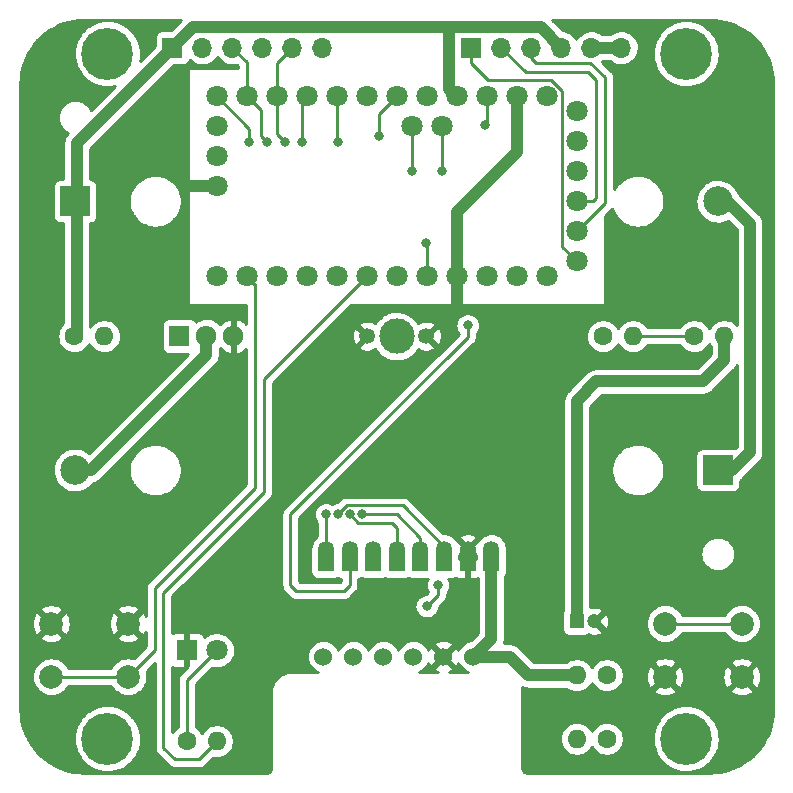
<source format=gbr>
%TF.GenerationSoftware,KiCad,Pcbnew,(6.0.4)*%
%TF.CreationDate,2022-05-02T14:14:32+02:00*%
%TF.ProjectId,HB-SEN-BME280_EXP625,48422d53-454e-42d4-924d-453238305f45,1.0*%
%TF.SameCoordinates,Original*%
%TF.FileFunction,Copper,L2,Bot*%
%TF.FilePolarity,Positive*%
%FSLAX46Y46*%
G04 Gerber Fmt 4.6, Leading zero omitted, Abs format (unit mm)*
G04 Created by KiCad (PCBNEW (6.0.4)) date 2022-05-02 14:14:32*
%MOMM*%
%LPD*%
G01*
G04 APERTURE LIST*
%TA.AperFunction,ComponentPad*%
%ADD10R,1.200000X1.200000*%
%TD*%
%TA.AperFunction,ComponentPad*%
%ADD11C,1.200000*%
%TD*%
%TA.AperFunction,ComponentPad*%
%ADD12R,2.500000X2.500000*%
%TD*%
%TA.AperFunction,ComponentPad*%
%ADD13C,2.500000*%
%TD*%
%TA.AperFunction,ComponentPad*%
%ADD14R,1.700000X1.700000*%
%TD*%
%TA.AperFunction,ComponentPad*%
%ADD15O,1.700000X1.700000*%
%TD*%
%TA.AperFunction,ComponentPad*%
%ADD16C,0.700000*%
%TD*%
%TA.AperFunction,ComponentPad*%
%ADD17C,4.400000*%
%TD*%
%TA.AperFunction,ComponentPad*%
%ADD18C,1.600000*%
%TD*%
%TA.AperFunction,ComponentPad*%
%ADD19O,1.600000X1.600000*%
%TD*%
%TA.AperFunction,ComponentPad*%
%ADD20R,1.717500X1.800000*%
%TD*%
%TA.AperFunction,ComponentPad*%
%ADD21O,1.717500X1.800000*%
%TD*%
%TA.AperFunction,ComponentPad*%
%ADD22C,1.524000*%
%TD*%
%TA.AperFunction,ComponentPad*%
%ADD23R,1.800000X1.800000*%
%TD*%
%TA.AperFunction,ComponentPad*%
%ADD24C,1.800000*%
%TD*%
%TA.AperFunction,ComponentPad*%
%ADD25C,2.000000*%
%TD*%
%TA.AperFunction,SMDPad,CuDef*%
%ADD26C,1.800000*%
%TD*%
%TA.AperFunction,SMDPad,CuDef*%
%ADD27C,1.350000*%
%TD*%
%TA.AperFunction,ConnectorPad*%
%ADD28R,1.350000X1.800000*%
%TD*%
%TA.AperFunction,ComponentPad*%
%ADD29C,3.000000*%
%TD*%
%TA.AperFunction,ViaPad*%
%ADD30C,0.800000*%
%TD*%
%TA.AperFunction,Conductor*%
%ADD31C,1.000000*%
%TD*%
%TA.AperFunction,Conductor*%
%ADD32C,0.250000*%
%TD*%
%TA.AperFunction,Conductor*%
%ADD33C,0.254000*%
%TD*%
G04 APERTURE END LIST*
D10*
%TO.P,C1,1*%
%TO.N,VCC*%
X160340000Y-114300000D03*
D11*
%TO.P,C1,2*%
%TO.N,GND*%
X161840000Y-114300000D03*
%TD*%
D12*
%TO.P,BT2,1,+*%
%TO.N,Net-(BT1-Pad2)*%
X172275000Y-101500000D03*
D13*
%TO.P,BT2,2,-*%
%TO.N,/CTS*%
X117875000Y-101500000D03*
%TD*%
D14*
%TO.P,J3,1,Pin_1*%
%TO.N,/DTR*%
X151400000Y-65750000D03*
D15*
%TO.P,J3,2,Pin_2*%
%TO.N,/RX*%
X153940000Y-65750000D03*
%TO.P,J3,3,Pin_3*%
%TO.N,/TX*%
X156480000Y-65750000D03*
%TO.P,J3,4,Pin_4*%
%TO.N,VCC*%
X159020000Y-65750000D03*
%TO.P,J3,5,Pin_5*%
%TO.N,/CTS*%
X161560000Y-65750000D03*
%TO.P,J3,6,Pin_6*%
X164100000Y-65750000D03*
%TD*%
D16*
%TO.P,H1,1*%
%TO.N,N/C*%
X119433274Y-65083274D03*
X121766726Y-67416726D03*
X118950000Y-66250000D03*
X119433274Y-67416726D03*
D17*
X120600000Y-66250000D03*
D16*
X120600000Y-67900000D03*
X120600000Y-64600000D03*
X122250000Y-66250000D03*
X121766726Y-65083274D03*
%TD*%
D18*
%TO.P,R4,1*%
%TO.N,/SDA*%
X162880000Y-124250000D03*
D19*
%TO.P,R4,2*%
%TO.N,VCC*%
X160340000Y-124250000D03*
%TD*%
D20*
%TO.P,Q1,1,G*%
%TO.N,Net-(Q1-Pad1)*%
X126685000Y-90170000D03*
D21*
%TO.P,Q1,2,D*%
%TO.N,/CTS*%
X128975000Y-90170000D03*
%TO.P,Q1,3,S*%
%TO.N,GND*%
X131265000Y-90170000D03*
%TD*%
D18*
%TO.P,R6,1*%
%TO.N,/A0*%
X170290000Y-90170000D03*
D19*
%TO.P,R6,2*%
%TO.N,VCC*%
X172830000Y-90170000D03*
%TD*%
D16*
%TO.P,H4,1*%
%TO.N,N/C*%
X167950000Y-124250000D03*
X168433274Y-125416726D03*
X171250000Y-124250000D03*
X169600000Y-125900000D03*
D17*
X169600000Y-124250000D03*
D16*
X168433274Y-123083274D03*
X169600000Y-122600000D03*
X170766726Y-125416726D03*
X170766726Y-123083274D03*
%TD*%
D18*
%TO.P,R3,1*%
%TO.N,/SCL*%
X162880000Y-118872000D03*
D19*
%TO.P,R3,2*%
%TO.N,VCC*%
X160340000Y-118872000D03*
%TD*%
D22*
%TO.P,U3,1,VCC*%
%TO.N,VCC*%
X151577000Y-117297000D03*
%TO.P,U3,2,GND*%
%TO.N,GND*%
X149037000Y-117297000D03*
%TO.P,U3,3,SCL*%
%TO.N,/SCL*%
X146497000Y-117297000D03*
%TO.P,U3,4,SDA*%
%TO.N,/SDA*%
X143957000Y-117297000D03*
%TO.P,U3,5,CSB*%
%TO.N,unconnected-(U3-Pad5)*%
X141417000Y-117297000D03*
%TO.P,U3,6,SDO*%
%TO.N,unconnected-(U3-Pad6)*%
X138877000Y-117297000D03*
%TD*%
D23*
%TO.P,D1,1,K*%
%TO.N,GND*%
X127320000Y-116750000D03*
D24*
%TO.P,D1,2,A*%
%TO.N,Net-(D1-Pad2)*%
X129860000Y-116750000D03*
%TD*%
D25*
%TO.P,SW1,1*%
%TO.N,GND*%
X122350000Y-114500000D03*
X115850000Y-114500000D03*
%TO.P,SW1,2*%
%TO.N,Net-(SW1-Pad2)*%
X122350000Y-119000000D03*
X115850000Y-119000000D03*
%TD*%
%TO.P,SW2,1*%
%TO.N,/RST*%
X174310000Y-114500000D03*
X167810000Y-114500000D03*
%TO.P,SW2,2*%
%TO.N,GND*%
X167810000Y-119000000D03*
X174310000Y-119000000D03*
%TD*%
D18*
%TO.P,R5,1*%
%TO.N,/A2*%
X162555000Y-90170000D03*
D19*
%TO.P,R5,2*%
%TO.N,/A0*%
X165095000Y-90170000D03*
%TD*%
D18*
%TO.P,R1,1*%
%TO.N,VCC*%
X117795000Y-90170000D03*
D19*
%TO.P,R1,2*%
%TO.N,Net-(Q1-Pad1)*%
X120335000Y-90170000D03*
%TD*%
D16*
%TO.P,H2,1*%
%TO.N,N/C*%
X168433274Y-67416726D03*
X168433274Y-65083274D03*
X171250000Y-66250000D03*
X169600000Y-64600000D03*
D17*
X169600000Y-66250000D03*
D16*
X169600000Y-67900000D03*
X170766726Y-67416726D03*
X167950000Y-66250000D03*
X170766726Y-65083274D03*
%TD*%
%TO.P,H3,1*%
%TO.N,N/C*%
X119433274Y-123083274D03*
X120600000Y-125900000D03*
X118950000Y-124250000D03*
X122250000Y-124250000D03*
X121766726Y-125416726D03*
D17*
X120600000Y-124250000D03*
D16*
X121766726Y-123083274D03*
X119433274Y-125416726D03*
X120600000Y-122600000D03*
%TD*%
D12*
%TO.P,BT1,1,+*%
%TO.N,VCC*%
X117875000Y-78740000D03*
D13*
%TO.P,BT1,2,-*%
%TO.N,Net-(BT1-Pad2)*%
X172275000Y-78740000D03*
%TD*%
D18*
%TO.P,R2,1*%
%TO.N,Net-(D1-Pad2)*%
X127320000Y-124460000D03*
D19*
%TO.P,R2,2*%
%TO.N,Net-(R2-Pad2)*%
X129860000Y-124460000D03*
%TD*%
D14*
%TO.P,J2,1,Pin_1*%
%TO.N,VCC*%
X126100000Y-65750000D03*
D15*
%TO.P,J2,2,Pin_2*%
%TO.N,/CTS*%
X128640000Y-65750000D03*
%TO.P,J2,3,Pin_3*%
%TO.N,/MOSI*%
X131180000Y-65750000D03*
%TO.P,J2,4,Pin_4*%
%TO.N,/SCK*%
X133720000Y-65750000D03*
%TO.P,J2,5,Pin_5*%
%TO.N,/MISO*%
X136260000Y-65750000D03*
%TO.P,J2,6,Pin_6*%
%TO.N,/RST*%
X138800000Y-65750000D03*
%TD*%
D26*
%TO.P,U1,1A,RAW*%
%TO.N,unconnected-(U1-Pad1A)*%
X157810000Y-69860000D03*
%TO.P,U1,1B,GND*%
%TO.N,GND*%
X129870000Y-77480000D03*
%TO.P,U1,1C,PD1/TXD0*%
%TO.N,unconnected-(U1-Pad1C)*%
X157810000Y-85100000D03*
%TO.P,U1,1D,DTR*%
%TO.N,/DTR*%
X160350000Y-83830000D03*
%TO.P,U1,1E,PC5/SCL_A5*%
%TO.N,/SCL*%
X148920000Y-72400000D03*
%TO.P,U1,2A,GND*%
%TO.N,GND*%
X155270000Y-69860000D03*
%TO.P,U1,2B,A6*%
%TO.N,unconnected-(U1-Pad2B)*%
X129870000Y-74940000D03*
%TO.P,U1,2C,PD0/RXD0*%
%TO.N,unconnected-(U1-Pad2C)*%
X155270000Y-85100000D03*
%TO.P,U1,2D,PD1/TXD0*%
%TO.N,/TX*%
X160350000Y-81290000D03*
%TO.P,U1,2E,PC4/SDA_A4*%
%TO.N,/SDA*%
X146380000Y-72400000D03*
%TO.P,U1,3A,RST*%
%TO.N,/RST*%
X152730000Y-69860000D03*
%TO.P,U1,3B,A7*%
%TO.N,unconnected-(U1-Pad3B)*%
X129870000Y-72400000D03*
%TO.P,U1,3C,RST*%
%TO.N,unconnected-(U1-Pad3C)*%
X152730000Y-85100000D03*
%TO.P,U1,3D,PD0/RXD0*%
%TO.N,/RX*%
X160350000Y-78750000D03*
%TO.P,U1,4A,VCC*%
%TO.N,VCC*%
X150190000Y-69860000D03*
%TO.P,U1,4C,GND*%
%TO.N,GND*%
X150190000Y-85100000D03*
%TO.P,U1,4D,VCC*%
%TO.N,unconnected-(U1-Pad4D)*%
X160350000Y-76210000D03*
%TO.P,U1,5A,PC3_A3*%
%TO.N,unconnected-(U1-Pad5A)*%
X147650000Y-69860000D03*
%TO.P,U1,5C,PD2_2*%
%TO.N,/D2*%
X147650000Y-85100000D03*
%TO.P,U1,5D,GND*%
%TO.N,unconnected-(U1-Pad5D)*%
X160350000Y-73670000D03*
%TO.P,U1,6A,PC2_A2*%
%TO.N,/A2*%
X145110000Y-69860000D03*
%TO.P,U1,6C,PD3_3*%
%TO.N,unconnected-(U1-Pad6C)*%
X145110000Y-85100000D03*
%TO.P,U1,6D,GND*%
%TO.N,unconnected-(U1-Pad6D)*%
X160350000Y-71130000D03*
%TO.P,U1,7A,PC1/A1*%
%TO.N,unconnected-(U1-Pad7A)*%
X142570000Y-69860000D03*
%TO.P,U1,7C,PD4_4*%
%TO.N,Net-(R2-Pad2)*%
X142570000Y-85100000D03*
%TO.P,U1,8A,PC0_A0*%
%TO.N,/A0*%
X140030000Y-69860000D03*
%TO.P,U1,8C,PD5_5*%
%TO.N,unconnected-(U1-Pad8C)*%
X140030000Y-85100000D03*
%TO.P,U1,9A,PB5/SCK_13L*%
%TO.N,/SCK*%
X137490000Y-69860000D03*
%TO.P,U1,9C,PD6_6*%
%TO.N,unconnected-(U1-Pad9C)*%
X137490000Y-85100000D03*
%TO.P,U1,10A,PB4/MISO_12*%
%TO.N,/MISO*%
X134950000Y-69860000D03*
%TO.P,U1,10C,PD7_7*%
%TO.N,unconnected-(U1-Pad10C)*%
X134950000Y-85100000D03*
%TO.P,U1,11A,PB3/MOSI_11*%
%TO.N,/MOSI*%
X132410000Y-69860000D03*
%TO.P,U1,11C,PB0_8*%
%TO.N,Net-(SW1-Pad2)*%
X132410000Y-85100000D03*
%TO.P,U1,12A,PB2/~{SS}_10*%
%TO.N,/SS*%
X129870000Y-69860000D03*
%TO.P,U1,12C,PB1_9*%
%TO.N,unconnected-(U1-Pad12C)*%
X129870000Y-85100000D03*
%TD*%
D27*
%TO.P,U2,1A,GND*%
%TO.N,GND*%
X147600000Y-90170000D03*
%TO.P,U2,1C,VCC*%
%TO.N,VCC*%
X153100000Y-108170000D03*
D28*
X153100000Y-109170000D03*
D29*
%TO.P,U2,2A,ANT*%
%TO.N,unconnected-(U2-Pad2A)*%
X145100000Y-90170000D03*
D27*
%TO.P,U2,2C,GND*%
%TO.N,GND*%
X151100000Y-108170000D03*
D28*
X151100000Y-109170000D03*
D27*
%TO.P,U2,3A,GND*%
X142600000Y-90170000D03*
%TO.P,U2,3C,MOSI*%
%TO.N,/MOSI*%
X149100000Y-108170000D03*
D28*
X149100000Y-109170000D03*
D27*
%TO.P,U2,4C,SCLK*%
%TO.N,/SCK*%
X147100000Y-108170000D03*
D28*
X147100000Y-109170000D03*
D27*
%TO.P,U2,5C,MISO*%
%TO.N,/MISO*%
X145100000Y-108170000D03*
D28*
X145100000Y-109170000D03*
%TO.P,U2,6C,GD2*%
%TO.N,unconnected-(U2-Pad6C)*%
X143100000Y-109170000D03*
D27*
X143100000Y-108170000D03*
D28*
%TO.P,U2,7C,GD0*%
%TO.N,/D2*%
X141100000Y-109170000D03*
D27*
X141100000Y-108170000D03*
D28*
%TO.P,U2,8C,~{CSN}*%
%TO.N,/SS*%
X139100000Y-109170000D03*
D27*
X139100000Y-108170000D03*
%TD*%
D30*
%TO.N,/MOSI*%
X140100000Y-105250000D03*
X134100000Y-73750000D03*
%TO.N,/SCK*%
X137100000Y-73750000D03*
X142118088Y-105243490D03*
%TO.N,/MISO*%
X141112299Y-105262299D03*
X135600000Y-73732300D03*
%TO.N,/RST*%
X152600000Y-72250000D03*
%TO.N,/SCL*%
X148910000Y-76200000D03*
X147640000Y-113030000D03*
X148600000Y-111250000D03*
%TO.N,/SDA*%
X146370000Y-76200000D03*
%TO.N,/SS*%
X132600000Y-73750000D03*
X139100000Y-105250000D03*
%TO.N,/D2*%
X151100000Y-89250000D03*
X147600000Y-82250000D03*
%TO.N,/A2*%
X143600000Y-73250000D03*
%TO.N,/A0*%
X140100000Y-73750000D03*
%TD*%
D31*
%TO.N,VCC*%
X151577000Y-117297000D02*
X154647000Y-117297000D01*
X153100000Y-115774000D02*
X153100000Y-108170000D01*
X160340000Y-95660000D02*
X160340000Y-114300000D01*
X172830000Y-90170000D02*
X172830000Y-92170000D01*
X171000000Y-94000000D02*
X162000000Y-94000000D01*
X162000000Y-94000000D02*
X160340000Y-95660000D01*
X151577000Y-117297000D02*
X153100000Y-115774000D01*
X118000000Y-89965000D02*
X117795000Y-90170000D01*
X157270000Y-64000000D02*
X149350000Y-64000000D01*
X154647000Y-117297000D02*
X156222000Y-118872000D01*
X126100000Y-65750000D02*
X118000000Y-73850000D01*
X149350000Y-64000000D02*
X127850000Y-64000000D01*
X118000000Y-73850000D02*
X118000000Y-89965000D01*
X159020000Y-65750000D02*
X157270000Y-64000000D01*
X150190000Y-69860000D02*
X149550489Y-69220489D01*
X149550489Y-64200489D02*
X149350000Y-64000000D01*
X172830000Y-92170000D02*
X171000000Y-94000000D01*
X149550489Y-69220489D02*
X149550489Y-64200489D01*
X156222000Y-118872000D02*
X160340000Y-118872000D01*
X127850000Y-64000000D02*
X126100000Y-65750000D01*
%TO.N,Net-(BT1-Pad2)*%
X173500000Y-101500000D02*
X172200000Y-101500000D01*
X173090000Y-78740000D02*
X175000000Y-80650000D01*
X172200000Y-78740000D02*
X173090000Y-78740000D01*
X175000000Y-100000000D02*
X173500000Y-101500000D01*
X175000000Y-80650000D02*
X175000000Y-100000000D01*
D32*
%TO.N,Net-(D1-Pad2)*%
X127320000Y-124460000D02*
X127320000Y-119290000D01*
X127320000Y-119290000D02*
X129860000Y-116750000D01*
D31*
%TO.N,GND*%
X150190000Y-87750000D02*
X150190000Y-79660000D01*
X155270000Y-74580000D02*
X155270000Y-69860000D01*
X129870000Y-77480000D02*
X127600000Y-77480000D01*
X150190000Y-79660000D02*
X155270000Y-74580000D01*
D32*
%TO.N,/MOSI*%
X149100000Y-108000000D02*
X149100000Y-108170000D01*
X133600000Y-71050000D02*
X132410000Y-69860000D01*
X132410000Y-69860000D02*
X132410000Y-66980000D01*
X133600000Y-73250000D02*
X133600000Y-71050000D01*
X145600000Y-104500000D02*
X149100000Y-108000000D01*
X132410000Y-66980000D02*
X131180000Y-65750000D01*
X134100000Y-73750000D02*
X133600000Y-73250000D01*
X140100000Y-105250000D02*
X140850000Y-104500000D01*
X140850000Y-104500000D02*
X145600000Y-104500000D01*
%TO.N,/SCK*%
X147100000Y-107250000D02*
X147100000Y-108170000D01*
X145093490Y-105243490D02*
X147100000Y-107250000D01*
X137100000Y-70250000D02*
X137490000Y-69860000D01*
X137100000Y-73750000D02*
X137100000Y-70250000D01*
X142118088Y-105243490D02*
X145093490Y-105243490D01*
%TO.N,/MISO*%
X145100000Y-106375000D02*
X145100000Y-108170000D01*
X141849984Y-106000000D02*
X144725000Y-106000000D01*
X144725000Y-106000000D02*
X145100000Y-106375000D01*
X135600000Y-73732300D02*
X134950000Y-73082300D01*
X141112299Y-105262315D02*
X141849984Y-106000000D01*
X134950000Y-73082300D02*
X134950000Y-69860000D01*
X141112299Y-105262299D02*
X141112299Y-105262315D01*
X134950000Y-67060000D02*
X136260000Y-65750000D01*
X134950000Y-69860000D02*
X134950000Y-67060000D01*
%TO.N,/RST*%
X152730000Y-72120000D02*
X152730000Y-69860000D01*
X152600000Y-72250000D02*
X152730000Y-72120000D01*
X167810000Y-114500000D02*
X174310000Y-114500000D01*
%TO.N,/SCL*%
X148920000Y-76190000D02*
X148910000Y-76200000D01*
X147640000Y-113030000D02*
X148600000Y-112070000D01*
X148920000Y-72400000D02*
X148920000Y-76190000D01*
X148600000Y-112070000D02*
X148600000Y-111250000D01*
%TO.N,/SDA*%
X146380000Y-76190000D02*
X146370000Y-76200000D01*
X146380000Y-72400000D02*
X146380000Y-76190000D01*
%TO.N,/SS*%
X139100000Y-105250000D02*
X139100000Y-108170000D01*
X132600000Y-73750000D02*
X132600000Y-72590000D01*
X132600000Y-72590000D02*
X129870000Y-69860000D01*
%TO.N,/RX*%
X156015000Y-67825000D02*
X153940000Y-65750000D01*
X160350000Y-78750000D02*
X161750000Y-78750000D01*
X161325000Y-67825000D02*
X156015000Y-67825000D01*
X162000000Y-78500000D02*
X162000000Y-68500000D01*
X162000000Y-68500000D02*
X161325000Y-67825000D01*
X161750000Y-78750000D02*
X162000000Y-78500000D01*
%TO.N,/D2*%
X136100000Y-105250000D02*
X136100000Y-111250000D01*
X147650000Y-82300000D02*
X147600000Y-82250000D01*
X151100000Y-90250000D02*
X136100000Y-105250000D01*
X136600000Y-111750000D02*
X140600000Y-111750000D01*
X147650000Y-85100000D02*
X147650000Y-82300000D01*
X141100000Y-111250000D02*
X141100000Y-108170000D01*
X136100000Y-111250000D02*
X136600000Y-111750000D01*
X151100000Y-89250000D02*
X151100000Y-90250000D01*
X140600000Y-111750000D02*
X141100000Y-111250000D01*
%TO.N,/TX*%
X161500000Y-67000000D02*
X162750000Y-68250000D01*
X162750000Y-78890000D02*
X160350000Y-81290000D01*
X156850000Y-67000000D02*
X161500000Y-67000000D01*
X156480000Y-65750000D02*
X156480000Y-66630000D01*
X156480000Y-66630000D02*
X156850000Y-67000000D01*
X162750000Y-68250000D02*
X162750000Y-78890000D01*
%TO.N,Net-(R2-Pad2)*%
X133850000Y-103375000D02*
X125350000Y-111875000D01*
X126350000Y-126000000D02*
X128320000Y-126000000D01*
X128320000Y-126000000D02*
X129860000Y-124460000D01*
X125350000Y-125000000D02*
X126350000Y-126000000D01*
X142570000Y-85100000D02*
X133850000Y-93820000D01*
X125350000Y-111875000D02*
X125350000Y-125000000D01*
X133850000Y-93820000D02*
X133850000Y-103375000D01*
%TO.N,/A2*%
X143600000Y-71370000D02*
X145110000Y-69860000D01*
X143600000Y-73250000D02*
X143600000Y-71370000D01*
%TO.N,/A0*%
X140100000Y-73750000D02*
X140030000Y-73680000D01*
X140030000Y-73680000D02*
X140030000Y-69860000D01*
X165095000Y-90170000D02*
X170290000Y-90170000D01*
%TO.N,Net-(SW1-Pad2)*%
X132410000Y-85100000D02*
X133100000Y-85790000D01*
X122350000Y-119000000D02*
X115850000Y-119000000D01*
X124600000Y-111500000D02*
X124600000Y-116750000D01*
X133100000Y-85790000D02*
X133100000Y-103000000D01*
X133100000Y-103000000D02*
X124600000Y-111500000D01*
X124600000Y-116750000D02*
X122350000Y-119000000D01*
%TO.N,/DTR*%
X151400000Y-67050000D02*
X151400000Y-65750000D01*
X159100000Y-82580000D02*
X159100000Y-69418279D01*
X152850000Y-68500000D02*
X151400000Y-67050000D01*
X159100000Y-69418279D02*
X158181721Y-68500000D01*
X158181721Y-68500000D02*
X152850000Y-68500000D01*
X160350000Y-83830000D02*
X159100000Y-82580000D01*
D31*
%TO.N,/CTS*%
X119210000Y-101500000D02*
X128975000Y-91735000D01*
X128975000Y-91735000D02*
X128975000Y-90170000D01*
X117800000Y-101500000D02*
X119210000Y-101500000D01*
X161560000Y-65750000D02*
X164100000Y-65750000D01*
%TD*%
%TO.N,GND*%
D33*
X125980076Y-64265500D02*
X125201866Y-64265500D01*
X125188258Y-64266237D01*
X125126076Y-64272992D01*
X125095454Y-64280273D01*
X124959065Y-64331403D01*
X124927730Y-64348559D01*
X124811174Y-64435913D01*
X124785913Y-64461174D01*
X124698559Y-64577730D01*
X124681403Y-64609065D01*
X124630273Y-64745454D01*
X124622992Y-64776076D01*
X124616237Y-64838258D01*
X124615500Y-64851866D01*
X124615500Y-65630075D01*
X123364060Y-66881515D01*
X123409829Y-66657557D01*
X123411966Y-66642544D01*
X123438441Y-66317041D01*
X123438849Y-66308145D01*
X123439444Y-66251319D01*
X123439223Y-66242417D01*
X123419570Y-65916432D01*
X123417748Y-65901378D01*
X123359075Y-65580114D01*
X123355458Y-65565387D01*
X123258615Y-65253499D01*
X123253254Y-65239313D01*
X123119642Y-64941319D01*
X123112616Y-64927880D01*
X122944172Y-64648095D01*
X122935583Y-64635597D01*
X122734747Y-64378076D01*
X122724718Y-64366701D01*
X122494398Y-64135172D01*
X122483076Y-64125084D01*
X122226609Y-63922902D01*
X122214157Y-63914247D01*
X121935259Y-63744340D01*
X121921856Y-63737244D01*
X121624565Y-63602074D01*
X121610408Y-63596640D01*
X121299031Y-63498165D01*
X121284323Y-63494470D01*
X120963372Y-63434115D01*
X120948327Y-63432215D01*
X120622449Y-63410856D01*
X120607284Y-63410776D01*
X120281200Y-63428722D01*
X120266136Y-63430465D01*
X119944569Y-63487455D01*
X119929823Y-63490995D01*
X119617433Y-63586204D01*
X119603220Y-63591491D01*
X119304530Y-63723541D01*
X119291054Y-63730496D01*
X119010391Y-63897472D01*
X118997848Y-63905996D01*
X118739278Y-64105482D01*
X118727851Y-64115451D01*
X118495120Y-64344555D01*
X118484973Y-64355824D01*
X118281451Y-64611228D01*
X118272731Y-64623635D01*
X118101366Y-64901641D01*
X118094200Y-64915006D01*
X117957476Y-65211585D01*
X117951967Y-65225713D01*
X117851862Y-65536569D01*
X117848091Y-65551258D01*
X117786057Y-65871890D01*
X117784078Y-65886925D01*
X117761013Y-66212686D01*
X117760854Y-66227850D01*
X117777092Y-66554024D01*
X117778756Y-66569097D01*
X117834061Y-66890957D01*
X117837524Y-66905721D01*
X117931097Y-67218606D01*
X117936308Y-67232847D01*
X118066791Y-67532224D01*
X118073676Y-67545736D01*
X118239181Y-67827269D01*
X118247639Y-67839856D01*
X118445768Y-68099467D01*
X118455677Y-68110947D01*
X118683560Y-68344875D01*
X118694776Y-68355081D01*
X118949111Y-68559937D01*
X118961472Y-68568721D01*
X119238576Y-68741539D01*
X119251903Y-68748775D01*
X119547762Y-68887051D01*
X119561862Y-68892634D01*
X119872190Y-68994365D01*
X119886859Y-68998213D01*
X120207161Y-69061925D01*
X120222185Y-69063983D01*
X120547822Y-69088753D01*
X120562985Y-69088991D01*
X120889239Y-69074461D01*
X120904320Y-69072876D01*
X121226289Y-69019286D01*
X119213115Y-71032461D01*
X119157145Y-70912434D01*
X119146163Y-70893413D01*
X119011325Y-70700845D01*
X118997207Y-70684021D01*
X118830979Y-70517793D01*
X118814155Y-70503675D01*
X118621587Y-70368837D01*
X118602566Y-70357855D01*
X118389509Y-70258505D01*
X118368870Y-70250993D01*
X118141798Y-70190150D01*
X118120169Y-70186336D01*
X117944640Y-70170979D01*
X117933658Y-70170500D01*
X117816342Y-70170500D01*
X117805360Y-70170979D01*
X117629831Y-70186336D01*
X117608202Y-70190150D01*
X117381130Y-70250993D01*
X117360491Y-70258505D01*
X117147434Y-70357855D01*
X117128413Y-70368837D01*
X116935845Y-70503675D01*
X116919021Y-70517793D01*
X116752793Y-70684021D01*
X116738675Y-70700845D01*
X116603837Y-70893413D01*
X116592855Y-70912434D01*
X116493505Y-71125491D01*
X116485993Y-71146130D01*
X116425150Y-71373202D01*
X116421336Y-71394831D01*
X116400847Y-71629018D01*
X116400847Y-71650982D01*
X116421336Y-71885169D01*
X116425150Y-71906798D01*
X116485993Y-72133870D01*
X116493505Y-72154509D01*
X116592855Y-72367566D01*
X116603837Y-72386587D01*
X116738675Y-72579155D01*
X116752793Y-72595979D01*
X116919021Y-72762207D01*
X116935845Y-72776325D01*
X117128413Y-72911163D01*
X117147434Y-72922145D01*
X117267461Y-72978115D01*
X117241526Y-73004050D01*
X117212023Y-73027771D01*
X117194454Y-73044977D01*
X117162188Y-73083430D01*
X117154328Y-73092098D01*
X117127130Y-73125209D01*
X117067324Y-73196483D01*
X117061011Y-73205702D01*
X117060524Y-73206295D01*
X117057019Y-73211531D01*
X117053438Y-73216761D01*
X117053066Y-73217438D01*
X117046853Y-73226720D01*
X117002979Y-73308545D01*
X116958152Y-73390086D01*
X116953748Y-73400361D01*
X116953395Y-73401020D01*
X116950996Y-73406783D01*
X116948464Y-73412691D01*
X116948231Y-73413425D01*
X116943944Y-73423724D01*
X116916790Y-73512542D01*
X116888663Y-73601207D01*
X116886340Y-73612137D01*
X116886119Y-73612859D01*
X116884873Y-73619037D01*
X116883550Y-73625262D01*
X116883465Y-73626020D01*
X116881258Y-73636964D01*
X116871863Y-73729454D01*
X116866285Y-73779183D01*
X116865641Y-73790712D01*
X116861271Y-73833729D01*
X116861185Y-73858320D01*
X116865500Y-73903967D01*
X116865500Y-76855500D01*
X116576866Y-76855500D01*
X116563258Y-76856237D01*
X116501076Y-76862992D01*
X116470454Y-76870273D01*
X116334065Y-76921403D01*
X116302730Y-76938559D01*
X116186174Y-77025913D01*
X116160913Y-77051174D01*
X116073559Y-77167730D01*
X116056403Y-77199065D01*
X116005273Y-77335454D01*
X115997992Y-77366076D01*
X115991237Y-77428258D01*
X115990500Y-77441866D01*
X115990500Y-80038134D01*
X115991237Y-80051742D01*
X115997992Y-80113924D01*
X116005273Y-80144546D01*
X116056403Y-80280935D01*
X116073559Y-80312270D01*
X116160913Y-80428826D01*
X116186174Y-80454087D01*
X116302730Y-80541441D01*
X116334065Y-80558597D01*
X116470454Y-80609727D01*
X116501076Y-80617008D01*
X116563258Y-80623763D01*
X116576866Y-80624500D01*
X116865500Y-80624500D01*
X116865500Y-89071438D01*
X116861605Y-89074707D01*
X116699707Y-89236605D01*
X116685589Y-89253429D01*
X116554264Y-89440980D01*
X116543282Y-89460001D01*
X116446521Y-89667507D01*
X116439009Y-89688146D01*
X116379750Y-89909302D01*
X116375936Y-89930931D01*
X116355981Y-90159018D01*
X116355981Y-90180982D01*
X116375936Y-90409069D01*
X116379750Y-90430698D01*
X116439009Y-90651854D01*
X116446521Y-90672493D01*
X116543282Y-90879999D01*
X116554264Y-90899020D01*
X116685589Y-91086571D01*
X116699707Y-91103395D01*
X116861605Y-91265293D01*
X116878429Y-91279411D01*
X117065980Y-91410736D01*
X117085001Y-91421718D01*
X117292507Y-91518479D01*
X117313146Y-91525991D01*
X117534302Y-91585250D01*
X117555931Y-91589064D01*
X117784018Y-91609019D01*
X117805982Y-91609019D01*
X118034069Y-91589064D01*
X118055698Y-91585250D01*
X118276854Y-91525991D01*
X118297493Y-91518479D01*
X118504999Y-91421718D01*
X118524020Y-91410736D01*
X118711571Y-91279411D01*
X118728395Y-91265293D01*
X118890293Y-91103395D01*
X118904411Y-91086571D01*
X119035736Y-90899020D01*
X119046718Y-90879999D01*
X119065000Y-90840793D01*
X119083282Y-90879999D01*
X119094264Y-90899020D01*
X119225589Y-91086571D01*
X119239707Y-91103395D01*
X119401605Y-91265293D01*
X119418429Y-91279411D01*
X119605980Y-91410736D01*
X119625001Y-91421718D01*
X119832507Y-91518479D01*
X119853146Y-91525991D01*
X120074302Y-91585250D01*
X120095931Y-91589064D01*
X120324018Y-91609019D01*
X120345982Y-91609019D01*
X120574069Y-91589064D01*
X120595698Y-91585250D01*
X120816854Y-91525991D01*
X120837493Y-91518479D01*
X121044999Y-91421718D01*
X121064020Y-91410736D01*
X121251571Y-91279411D01*
X121268395Y-91265293D01*
X121430293Y-91103395D01*
X121444411Y-91086571D01*
X121575736Y-90899020D01*
X121586718Y-90879999D01*
X121683479Y-90672493D01*
X121690991Y-90651854D01*
X121750250Y-90430698D01*
X121754064Y-90409069D01*
X121774019Y-90180982D01*
X121774019Y-90159018D01*
X121754064Y-89930931D01*
X121750250Y-89909302D01*
X121690991Y-89688146D01*
X121683479Y-89667507D01*
X121586718Y-89460001D01*
X121575736Y-89440980D01*
X121444411Y-89253429D01*
X121430293Y-89236605D01*
X121268395Y-89074707D01*
X121251571Y-89060589D01*
X121064020Y-88929264D01*
X121044999Y-88918282D01*
X120837493Y-88821521D01*
X120816854Y-88814009D01*
X120595698Y-88754750D01*
X120574069Y-88750936D01*
X120345982Y-88730981D01*
X120324018Y-88730981D01*
X120095931Y-88750936D01*
X120074302Y-88754750D01*
X119853146Y-88814009D01*
X119832507Y-88821521D01*
X119625001Y-88918282D01*
X119605980Y-88929264D01*
X119418429Y-89060589D01*
X119401605Y-89074707D01*
X119239707Y-89236605D01*
X119225589Y-89253429D01*
X119134500Y-89383517D01*
X119134500Y-80624500D01*
X119173134Y-80624500D01*
X119186742Y-80623763D01*
X119248924Y-80617008D01*
X119279546Y-80609727D01*
X119415935Y-80558597D01*
X119447270Y-80541441D01*
X119563826Y-80454087D01*
X119589087Y-80428826D01*
X119676441Y-80312270D01*
X119693597Y-80280935D01*
X119744727Y-80144546D01*
X119752008Y-80113924D01*
X119758763Y-80051742D01*
X119759500Y-80038134D01*
X119759500Y-78872043D01*
X122414745Y-78872043D01*
X122415821Y-78889149D01*
X122453346Y-79174180D01*
X122456734Y-79190982D01*
X122532595Y-79468284D01*
X122538232Y-79484471D01*
X122651026Y-79748911D01*
X122658807Y-79764182D01*
X122806445Y-80010867D01*
X122816227Y-80024942D01*
X122995979Y-80249309D01*
X123007580Y-80261925D01*
X123216118Y-80459820D01*
X123229325Y-80470745D01*
X123462791Y-80638508D01*
X123477358Y-80647540D01*
X123731433Y-80782066D01*
X123747091Y-80789038D01*
X124017072Y-80887837D01*
X124033531Y-80892619D01*
X124314422Y-80953863D01*
X124331378Y-80956367D01*
X124556853Y-80974112D01*
X124566739Y-80974500D01*
X124722271Y-80974500D01*
X124730841Y-80974208D01*
X124945395Y-80959581D01*
X124962376Y-80957255D01*
X125243893Y-80898956D01*
X125260402Y-80894347D01*
X125531403Y-80798380D01*
X125547133Y-80791573D01*
X125802602Y-80659716D01*
X125817263Y-80650837D01*
X126052474Y-80485528D01*
X126065794Y-80474741D01*
X126276393Y-80279040D01*
X126288126Y-80266546D01*
X126470217Y-80044074D01*
X126480146Y-80030103D01*
X126630360Y-79784977D01*
X126638300Y-79769787D01*
X126753856Y-79506543D01*
X126759662Y-79490417D01*
X126838423Y-79213925D01*
X126841987Y-79197159D01*
X126882494Y-78912537D01*
X126883749Y-78895444D01*
X126885255Y-78607957D01*
X126884179Y-78590851D01*
X126846654Y-78305820D01*
X126843266Y-78289018D01*
X126767405Y-78011716D01*
X126761768Y-77995529D01*
X126648974Y-77731089D01*
X126641193Y-77715818D01*
X126493555Y-77469133D01*
X126483773Y-77455058D01*
X126304021Y-77230691D01*
X126292420Y-77218075D01*
X126083882Y-77020180D01*
X126070675Y-77009255D01*
X125837209Y-76841492D01*
X125822642Y-76832460D01*
X125568567Y-76697934D01*
X125552909Y-76690962D01*
X125282928Y-76592163D01*
X125266469Y-76587381D01*
X124985578Y-76526137D01*
X124968622Y-76523633D01*
X124743147Y-76505888D01*
X124733261Y-76505500D01*
X124577729Y-76505500D01*
X124569159Y-76505792D01*
X124354605Y-76520419D01*
X124337624Y-76522745D01*
X124056107Y-76581044D01*
X124039598Y-76585653D01*
X123768597Y-76681620D01*
X123752867Y-76688427D01*
X123497398Y-76820284D01*
X123482737Y-76829163D01*
X123247526Y-76994472D01*
X123234206Y-77005259D01*
X123023607Y-77200960D01*
X123011874Y-77213454D01*
X122829783Y-77435926D01*
X122819854Y-77449897D01*
X122669640Y-77695023D01*
X122661700Y-77710213D01*
X122546144Y-77973457D01*
X122540338Y-77989583D01*
X122461577Y-78266075D01*
X122458013Y-78282841D01*
X122417506Y-78567463D01*
X122416251Y-78584556D01*
X122414745Y-78872043D01*
X119759500Y-78872043D01*
X119759500Y-77441866D01*
X119758763Y-77428258D01*
X119752008Y-77366076D01*
X119744727Y-77335454D01*
X119693597Y-77199065D01*
X119676441Y-77167730D01*
X119589087Y-77051174D01*
X119563826Y-77025913D01*
X119447270Y-76938559D01*
X119415935Y-76921403D01*
X119279546Y-76870273D01*
X119248924Y-76862992D01*
X119186742Y-76856237D01*
X119173134Y-76855500D01*
X119134500Y-76855500D01*
X119134500Y-74319925D01*
X126219924Y-67234500D01*
X126998134Y-67234500D01*
X127011742Y-67233763D01*
X127073924Y-67227008D01*
X127104546Y-67219727D01*
X127240935Y-67168597D01*
X127272270Y-67151441D01*
X127388826Y-67064087D01*
X127414087Y-67038826D01*
X127501441Y-66922270D01*
X127518597Y-66890935D01*
X127562580Y-66773612D01*
X127591013Y-66806436D01*
X127605765Y-66820882D01*
X127777641Y-66963576D01*
X127794556Y-66975420D01*
X127987430Y-67088126D01*
X128006051Y-67097048D01*
X128214743Y-67176740D01*
X128234571Y-67182500D01*
X128453476Y-67227037D01*
X128473980Y-67229482D01*
X128697220Y-67237668D01*
X128717847Y-67236732D01*
X128939426Y-67208347D01*
X128959624Y-67204054D01*
X129173592Y-67139860D01*
X129192816Y-67132325D01*
X129393426Y-67034047D01*
X129411162Y-67023475D01*
X129593028Y-66893752D01*
X129608800Y-66880424D01*
X129767036Y-66722740D01*
X129780419Y-66707015D01*
X129910776Y-66525603D01*
X129912442Y-66522829D01*
X129972554Y-66620923D01*
X129984750Y-66637586D01*
X130131013Y-66806436D01*
X130145765Y-66820882D01*
X130317641Y-66963576D01*
X130334556Y-66975420D01*
X130527430Y-67088126D01*
X130546051Y-67097048D01*
X130754743Y-67176740D01*
X130774571Y-67182500D01*
X130993476Y-67227037D01*
X131013980Y-67229482D01*
X131237220Y-67237668D01*
X131257847Y-67236732D01*
X131479426Y-67208347D01*
X131499624Y-67204054D01*
X131546036Y-67190130D01*
X131650500Y-67294594D01*
X131650500Y-67438000D01*
X127574000Y-67438000D01*
X127505879Y-67458002D01*
X127459386Y-67511658D01*
X127448000Y-67564000D01*
X127448000Y-87376000D01*
X127468002Y-87444121D01*
X127521658Y-87490614D01*
X127574000Y-87502000D01*
X132340500Y-87502000D01*
X132340500Y-89093502D01*
X132265081Y-89014442D01*
X132249123Y-89000323D01*
X132063033Y-88861869D01*
X132044926Y-88850642D01*
X131838169Y-88745521D01*
X131818428Y-88737506D01*
X131596915Y-88668724D01*
X131576107Y-88664148D01*
X131535556Y-88658773D01*
X131465398Y-88669651D01*
X131412258Y-88716732D01*
X131393000Y-88783681D01*
X131393000Y-91554498D01*
X131413002Y-91622619D01*
X131466658Y-91669112D01*
X131536932Y-91679216D01*
X131544874Y-91677813D01*
X131685044Y-91648402D01*
X131705451Y-91642279D01*
X131921184Y-91557083D01*
X131940269Y-91547610D01*
X132138562Y-91427282D01*
X132155776Y-91414729D01*
X132330961Y-91262712D01*
X132340500Y-91252903D01*
X132340500Y-102685405D01*
X124118652Y-110907253D01*
X124101132Y-110921747D01*
X124054507Y-110971398D01*
X124034770Y-110991135D01*
X124024305Y-111003005D01*
X124021830Y-111006196D01*
X123991564Y-111038426D01*
X123973000Y-111063976D01*
X123963239Y-111081730D01*
X123950825Y-111097735D01*
X123934749Y-111124918D01*
X123917189Y-111165497D01*
X123895890Y-111204240D01*
X123884264Y-111233605D01*
X123879226Y-111253226D01*
X123871182Y-111271815D01*
X123862370Y-111302143D01*
X123855453Y-111345811D01*
X123844458Y-111388636D01*
X123840500Y-111419970D01*
X123840500Y-111440224D01*
X123837331Y-111460232D01*
X123836339Y-111491801D01*
X123840500Y-111535819D01*
X123840500Y-113828536D01*
X123814202Y-113765047D01*
X123805225Y-113747430D01*
X123690534Y-113560273D01*
X123637887Y-113512642D01*
X123567845Y-113501035D01*
X123502648Y-113529138D01*
X123494007Y-113537013D01*
X122620115Y-114410905D01*
X122586089Y-114473217D01*
X122591154Y-114544032D01*
X122620115Y-114589095D01*
X123494007Y-115462987D01*
X123556319Y-115497013D01*
X123627134Y-115491948D01*
X123683970Y-115449401D01*
X123690534Y-115439727D01*
X123805225Y-115252570D01*
X123814202Y-115234953D01*
X123840500Y-115171464D01*
X123840500Y-116435406D01*
X122839365Y-117436541D01*
X122616125Y-117382946D01*
X122596597Y-117379853D01*
X122359886Y-117361223D01*
X122340114Y-117361223D01*
X122103403Y-117379853D01*
X122083875Y-117382946D01*
X121852992Y-117438376D01*
X121834188Y-117444486D01*
X121614819Y-117535351D01*
X121597202Y-117544327D01*
X121394749Y-117668391D01*
X121378753Y-117680013D01*
X121198200Y-117834220D01*
X121184220Y-117848200D01*
X121030013Y-118028753D01*
X121018391Y-118044749D01*
X120898434Y-118240500D01*
X117301566Y-118240500D01*
X117181609Y-118044749D01*
X117169987Y-118028753D01*
X117015780Y-117848200D01*
X117001800Y-117834220D01*
X116821247Y-117680013D01*
X116805251Y-117668391D01*
X116602798Y-117544327D01*
X116585181Y-117535351D01*
X116365812Y-117444486D01*
X116347008Y-117438376D01*
X116116125Y-117382946D01*
X116096597Y-117379853D01*
X115859886Y-117361223D01*
X115840114Y-117361223D01*
X115603403Y-117379853D01*
X115583875Y-117382946D01*
X115352992Y-117438376D01*
X115334188Y-117444486D01*
X115114819Y-117535351D01*
X115097202Y-117544327D01*
X114894749Y-117668391D01*
X114878753Y-117680013D01*
X114698200Y-117834220D01*
X114684220Y-117848200D01*
X114530013Y-118028753D01*
X114518391Y-118044749D01*
X114394327Y-118247202D01*
X114385351Y-118264819D01*
X114294486Y-118484188D01*
X114288376Y-118502992D01*
X114232946Y-118733875D01*
X114229853Y-118753403D01*
X114211223Y-118990114D01*
X114211223Y-119009886D01*
X114229853Y-119246597D01*
X114232946Y-119266125D01*
X114288376Y-119497008D01*
X114294486Y-119515812D01*
X114385351Y-119735181D01*
X114394327Y-119752798D01*
X114518391Y-119955251D01*
X114530013Y-119971247D01*
X114684220Y-120151800D01*
X114698200Y-120165780D01*
X114878753Y-120319987D01*
X114894749Y-120331609D01*
X115097202Y-120455673D01*
X115114819Y-120464649D01*
X115334188Y-120555514D01*
X115352992Y-120561624D01*
X115583875Y-120617054D01*
X115603403Y-120620147D01*
X115840114Y-120638777D01*
X115859886Y-120638777D01*
X116096597Y-120620147D01*
X116116125Y-120617054D01*
X116347008Y-120561624D01*
X116365812Y-120555514D01*
X116585181Y-120464649D01*
X116602798Y-120455673D01*
X116805251Y-120331609D01*
X116821247Y-120319987D01*
X117001800Y-120165780D01*
X117015780Y-120151800D01*
X117169987Y-119971247D01*
X117181609Y-119955251D01*
X117301566Y-119759500D01*
X120898434Y-119759500D01*
X121018391Y-119955251D01*
X121030013Y-119971247D01*
X121184220Y-120151800D01*
X121198200Y-120165780D01*
X121378753Y-120319987D01*
X121394749Y-120331609D01*
X121597202Y-120455673D01*
X121614819Y-120464649D01*
X121834188Y-120555514D01*
X121852992Y-120561624D01*
X122083875Y-120617054D01*
X122103403Y-120620147D01*
X122340114Y-120638777D01*
X122359886Y-120638777D01*
X122596597Y-120620147D01*
X122616125Y-120617054D01*
X122847008Y-120561624D01*
X122865812Y-120555514D01*
X123085181Y-120464649D01*
X123102798Y-120455673D01*
X123305251Y-120331609D01*
X123321247Y-120319987D01*
X123501800Y-120165780D01*
X123515780Y-120151800D01*
X123669987Y-119971247D01*
X123681609Y-119955251D01*
X123805673Y-119752798D01*
X123814649Y-119735181D01*
X123905514Y-119515812D01*
X123911624Y-119497008D01*
X123967054Y-119266125D01*
X123970147Y-119246597D01*
X123988777Y-119009886D01*
X123988777Y-118990114D01*
X123970147Y-118753403D01*
X123967054Y-118733875D01*
X123913459Y-118510635D01*
X124590500Y-117833594D01*
X124590500Y-124921233D01*
X124588360Y-124943868D01*
X124590500Y-125011945D01*
X124590500Y-125039856D01*
X124591493Y-125055646D01*
X124592000Y-125059657D01*
X124593389Y-125103848D01*
X124598330Y-125135041D01*
X124603981Y-125154492D01*
X124606520Y-125174590D01*
X124614374Y-125205181D01*
X124630652Y-125246295D01*
X124642985Y-125288745D01*
X124655529Y-125317733D01*
X124665841Y-125335169D01*
X124673296Y-125353999D01*
X124688511Y-125381677D01*
X124714499Y-125417447D01*
X124737005Y-125455502D01*
X124756363Y-125480457D01*
X124770684Y-125494778D01*
X124782592Y-125511168D01*
X124804212Y-125534192D01*
X124838289Y-125562383D01*
X125757248Y-126481342D01*
X125771747Y-126498868D01*
X125821414Y-126545508D01*
X125841136Y-126565230D01*
X125853000Y-126575691D01*
X125856193Y-126578168D01*
X125888427Y-126608437D01*
X125913980Y-126627002D01*
X125931732Y-126636761D01*
X125947732Y-126649172D01*
X125974920Y-126665251D01*
X126015486Y-126682805D01*
X126054239Y-126704110D01*
X126083605Y-126715736D01*
X126103226Y-126720774D01*
X126121815Y-126728818D01*
X126152143Y-126737630D01*
X126195811Y-126744547D01*
X126238636Y-126755542D01*
X126269970Y-126759500D01*
X126290224Y-126759500D01*
X126310232Y-126762669D01*
X126341801Y-126763661D01*
X126385819Y-126759500D01*
X128241233Y-126759500D01*
X128263868Y-126761640D01*
X128331945Y-126759500D01*
X128359856Y-126759500D01*
X128375646Y-126758507D01*
X128379657Y-126758000D01*
X128423848Y-126756611D01*
X128455041Y-126751670D01*
X128474492Y-126746019D01*
X128494590Y-126743480D01*
X128525181Y-126735626D01*
X128566295Y-126719348D01*
X128608745Y-126707015D01*
X128637733Y-126694471D01*
X128655169Y-126684159D01*
X128673999Y-126676704D01*
X128701677Y-126661489D01*
X128737447Y-126635501D01*
X128775502Y-126612995D01*
X128800457Y-126593637D01*
X128814778Y-126579316D01*
X128831168Y-126567408D01*
X128854192Y-126545788D01*
X128882383Y-126511711D01*
X129535847Y-125858247D01*
X129599301Y-125875250D01*
X129620931Y-125879064D01*
X129849018Y-125899019D01*
X129870982Y-125899019D01*
X130099069Y-125879064D01*
X130120698Y-125875250D01*
X130341854Y-125815991D01*
X130362493Y-125808479D01*
X130569999Y-125711718D01*
X130589020Y-125700736D01*
X130776571Y-125569411D01*
X130793395Y-125555293D01*
X130955293Y-125393395D01*
X130969411Y-125376571D01*
X131100736Y-125189020D01*
X131111718Y-125169999D01*
X131208479Y-124962493D01*
X131215991Y-124941854D01*
X131275250Y-124720698D01*
X131279064Y-124699069D01*
X131299019Y-124470982D01*
X131299019Y-124449018D01*
X131279064Y-124220931D01*
X131275250Y-124199302D01*
X131215991Y-123978146D01*
X131208479Y-123957507D01*
X131111718Y-123750001D01*
X131100736Y-123730980D01*
X130969411Y-123543429D01*
X130955293Y-123526605D01*
X130793395Y-123364707D01*
X130776571Y-123350589D01*
X130589020Y-123219264D01*
X130569999Y-123208282D01*
X130362493Y-123111521D01*
X130341854Y-123104009D01*
X130120698Y-123044750D01*
X130099069Y-123040936D01*
X129870982Y-123020981D01*
X129849018Y-123020981D01*
X129620931Y-123040936D01*
X129599302Y-123044750D01*
X129378146Y-123104009D01*
X129357507Y-123111521D01*
X129150001Y-123208282D01*
X129130980Y-123219264D01*
X128943429Y-123350589D01*
X128926605Y-123364707D01*
X128764707Y-123526605D01*
X128750589Y-123543429D01*
X128619264Y-123730980D01*
X128608282Y-123750001D01*
X128590000Y-123789207D01*
X128571718Y-123750001D01*
X128560736Y-123730980D01*
X128429411Y-123543429D01*
X128415293Y-123526605D01*
X128253395Y-123364707D01*
X128236571Y-123350589D01*
X128079500Y-123240606D01*
X128079500Y-119604594D01*
X129451243Y-118232851D01*
X129667536Y-118276856D01*
X129688039Y-118279300D01*
X129919496Y-118287787D01*
X129940123Y-118286851D01*
X130169857Y-118257421D01*
X130190054Y-118253128D01*
X130411897Y-118186572D01*
X130431122Y-118179038D01*
X130639116Y-118077143D01*
X130656852Y-118066570D01*
X130845411Y-117932073D01*
X130861183Y-117918745D01*
X131025243Y-117755256D01*
X131038626Y-117739531D01*
X131173781Y-117551443D01*
X131184415Y-117533744D01*
X131287035Y-117326107D01*
X131294637Y-117306908D01*
X131361967Y-117085299D01*
X131366330Y-117065118D01*
X131396562Y-116835488D01*
X131397602Y-116822119D01*
X131399289Y-116753078D01*
X131398903Y-116739676D01*
X131379925Y-116508843D01*
X131376553Y-116488472D01*
X131320129Y-116263838D01*
X131313475Y-116244291D01*
X131221120Y-116031889D01*
X131211362Y-116013691D01*
X131085556Y-115819225D01*
X131072958Y-115802866D01*
X130917081Y-115631559D01*
X130901979Y-115617476D01*
X130720215Y-115473928D01*
X130703017Y-115462501D01*
X130500249Y-115350567D01*
X130481415Y-115342103D01*
X130263088Y-115264789D01*
X130243124Y-115259515D01*
X130015102Y-115218898D01*
X129994545Y-115216954D01*
X129762950Y-115214125D01*
X129742352Y-115215566D01*
X129513405Y-115250600D01*
X129493319Y-115255385D01*
X129273169Y-115327341D01*
X129254134Y-115335343D01*
X129048692Y-115442289D01*
X129031219Y-115453292D01*
X128846002Y-115592357D01*
X128830561Y-115606066D01*
X128812693Y-115624764D01*
X128788154Y-115559308D01*
X128770998Y-115527973D01*
X128683730Y-115411531D01*
X128658469Y-115386270D01*
X128542027Y-115299002D01*
X128510692Y-115281846D01*
X128374437Y-115230766D01*
X128343815Y-115223485D01*
X128281697Y-115216737D01*
X128268089Y-115216000D01*
X127574000Y-115216000D01*
X127505879Y-115236002D01*
X127459386Y-115289658D01*
X127448000Y-115342000D01*
X127448000Y-118087905D01*
X126838652Y-118697253D01*
X126821132Y-118711747D01*
X126774507Y-118761398D01*
X126754770Y-118781135D01*
X126744305Y-118793005D01*
X126741830Y-118796196D01*
X126711564Y-118828426D01*
X126693000Y-118853976D01*
X126683239Y-118871730D01*
X126670825Y-118887735D01*
X126654749Y-118914918D01*
X126637189Y-118955497D01*
X126615890Y-118994240D01*
X126604264Y-119023605D01*
X126599226Y-119043226D01*
X126591182Y-119061815D01*
X126582370Y-119092143D01*
X126575453Y-119135811D01*
X126564458Y-119178636D01*
X126560500Y-119209970D01*
X126560500Y-119230224D01*
X126557331Y-119250232D01*
X126556339Y-119281801D01*
X126560500Y-119325819D01*
X126560500Y-123240606D01*
X126403429Y-123350589D01*
X126386605Y-123364707D01*
X126224707Y-123526605D01*
X126210589Y-123543429D01*
X126109500Y-123687799D01*
X126109500Y-118207309D01*
X126129308Y-118218154D01*
X126265563Y-118269234D01*
X126296185Y-118276515D01*
X126358303Y-118283263D01*
X126371911Y-118284000D01*
X127066000Y-118284000D01*
X127134121Y-118263998D01*
X127180614Y-118210342D01*
X127192000Y-118158000D01*
X127192000Y-115342001D01*
X127171998Y-115273880D01*
X127118342Y-115227387D01*
X127066000Y-115216001D01*
X126371912Y-115216001D01*
X126358307Y-115216738D01*
X126296188Y-115223485D01*
X126265563Y-115230766D01*
X126129308Y-115281846D01*
X126109500Y-115292691D01*
X126109500Y-112189594D01*
X134331342Y-103967752D01*
X134348868Y-103953253D01*
X134395508Y-103903586D01*
X134415229Y-103883865D01*
X134425696Y-103871993D01*
X134428168Y-103868806D01*
X134458436Y-103836574D01*
X134477001Y-103811021D01*
X134486760Y-103793270D01*
X134499172Y-103777268D01*
X134515249Y-103750083D01*
X134532805Y-103709514D01*
X134554110Y-103670760D01*
X134565737Y-103641394D01*
X134570774Y-103621774D01*
X134578818Y-103603187D01*
X134587630Y-103572857D01*
X134594547Y-103529189D01*
X134605542Y-103486364D01*
X134609500Y-103455030D01*
X134609500Y-103434776D01*
X134612669Y-103414768D01*
X134613661Y-103383199D01*
X134609500Y-103339181D01*
X134609500Y-94134594D01*
X138596953Y-90147141D01*
X141286609Y-90147141D01*
X141300829Y-90364096D01*
X141304436Y-90386871D01*
X141357955Y-90597601D01*
X141365652Y-90619336D01*
X141456677Y-90816785D01*
X141468206Y-90836753D01*
X141499532Y-90881079D01*
X141555181Y-90925166D01*
X141625832Y-90932168D01*
X141691524Y-90897456D01*
X142329885Y-90259096D01*
X142363910Y-90196783D01*
X142358846Y-90125968D01*
X142329885Y-90080904D01*
X141689291Y-89440311D01*
X141626979Y-89406286D01*
X141556163Y-89411351D01*
X141499328Y-89453898D01*
X141488688Y-89470739D01*
X141390860Y-89656678D01*
X141382035Y-89677982D01*
X141317561Y-89885623D01*
X141312767Y-89908177D01*
X141287212Y-90124090D01*
X141286609Y-90147141D01*
X138596953Y-90147141D01*
X139557592Y-89186502D01*
X141836833Y-89186502D01*
X141864080Y-89252062D01*
X141873000Y-89261979D01*
X142781020Y-90170000D01*
X142510905Y-90440115D01*
X141873281Y-91077740D01*
X141839255Y-91140052D01*
X141844320Y-91210867D01*
X141892373Y-91271600D01*
X141963100Y-91318859D01*
X141983365Y-91329862D01*
X142183129Y-91415688D01*
X142205059Y-91422813D01*
X142417118Y-91470797D01*
X142439979Y-91473807D01*
X142657232Y-91482343D01*
X142680259Y-91481136D01*
X142895429Y-91449938D01*
X142917851Y-91444555D01*
X143123733Y-91374667D01*
X143144797Y-91365288D01*
X143279571Y-91289811D01*
X143418434Y-91491857D01*
X143429080Y-91505289D01*
X143613388Y-91707842D01*
X143625760Y-91719706D01*
X143835853Y-91895370D01*
X143849719Y-91905444D01*
X144081708Y-92050971D01*
X144096813Y-92059071D01*
X144346406Y-92171767D01*
X144362471Y-92177741D01*
X144625050Y-92255520D01*
X144641777Y-92259259D01*
X144912481Y-92300682D01*
X144929561Y-92302116D01*
X145203383Y-92306418D01*
X145220499Y-92305521D01*
X145492372Y-92272621D01*
X145509208Y-92269410D01*
X145774100Y-92199917D01*
X145790345Y-92194450D01*
X146043354Y-92089650D01*
X146058707Y-92082029D01*
X146295153Y-91943861D01*
X146309328Y-91934227D01*
X146524835Y-91765248D01*
X146537573Y-91753779D01*
X146728153Y-91557116D01*
X146739216Y-91544025D01*
X146901342Y-91323317D01*
X146910526Y-91308845D01*
X146920532Y-91290416D01*
X146963101Y-91318859D01*
X146983365Y-91329862D01*
X147183129Y-91415688D01*
X147205059Y-91422813D01*
X147417118Y-91470797D01*
X147439979Y-91473807D01*
X147657232Y-91482343D01*
X147680259Y-91481136D01*
X147895429Y-91449938D01*
X147917851Y-91444555D01*
X148123733Y-91374667D01*
X148144797Y-91365288D01*
X148300507Y-91278086D01*
X148350169Y-91227349D01*
X148364516Y-91157818D01*
X148338995Y-91091567D01*
X148328036Y-91079057D01*
X147418980Y-90170000D01*
X147445763Y-90143217D01*
X147836090Y-90143217D01*
X147841154Y-90214032D01*
X147870115Y-90259096D01*
X148509057Y-90898037D01*
X148571369Y-90932062D01*
X148642185Y-90926997D01*
X148699020Y-90884450D01*
X148708086Y-90870507D01*
X148795288Y-90714797D01*
X148804667Y-90693733D01*
X148874555Y-90487851D01*
X148879938Y-90465429D01*
X148911136Y-90250259D01*
X148912397Y-90235477D01*
X148914025Y-90173298D01*
X148913539Y-90158471D01*
X148893645Y-89941963D01*
X148889443Y-89919290D01*
X148830426Y-89710033D01*
X148822163Y-89688507D01*
X148726000Y-89493508D01*
X148713951Y-89473846D01*
X148699835Y-89454943D01*
X148643049Y-89412329D01*
X148572239Y-89407181D01*
X148509783Y-89441237D01*
X147870115Y-90080904D01*
X147836090Y-90143217D01*
X147445763Y-90143217D01*
X147689095Y-89899885D01*
X148326565Y-89262414D01*
X148360591Y-89200102D01*
X148355526Y-89129287D01*
X148312979Y-89072451D01*
X148304705Y-89066757D01*
X148206607Y-89004862D01*
X148186062Y-88994394D01*
X147984120Y-88913827D01*
X147962012Y-88907278D01*
X147748769Y-88864861D01*
X147725836Y-88862451D01*
X147508434Y-88859605D01*
X147485447Y-88861414D01*
X147271167Y-88898234D01*
X147248894Y-88904202D01*
X147044913Y-88979455D01*
X147024101Y-88989382D01*
X146921938Y-89050162D01*
X146767632Y-88830606D01*
X146756845Y-88817286D01*
X146570425Y-88616674D01*
X146557931Y-88604941D01*
X146346011Y-88431486D01*
X146332040Y-88421557D01*
X146098539Y-88278468D01*
X146083350Y-88270528D01*
X145832591Y-88160452D01*
X145816464Y-88154646D01*
X145553085Y-88079621D01*
X145536320Y-88076057D01*
X145265197Y-88037470D01*
X145248102Y-88036215D01*
X144974250Y-88034782D01*
X144957145Y-88035858D01*
X144685632Y-88071603D01*
X144668830Y-88074991D01*
X144404680Y-88147254D01*
X144388493Y-88152891D01*
X144136595Y-88260335D01*
X144121324Y-88268116D01*
X143886337Y-88408752D01*
X143872262Y-88418534D01*
X143658537Y-88589760D01*
X143645921Y-88601361D01*
X143457411Y-88800009D01*
X143446485Y-88813216D01*
X143286679Y-89035610D01*
X143277866Y-89049823D01*
X143206607Y-89004862D01*
X143186062Y-88994394D01*
X142984120Y-88913827D01*
X142962012Y-88907278D01*
X142748769Y-88864861D01*
X142725836Y-88862451D01*
X142508434Y-88859605D01*
X142485447Y-88861414D01*
X142271167Y-88898234D01*
X142248894Y-88904202D01*
X142044913Y-88979455D01*
X142024101Y-88989382D01*
X141897672Y-89064599D01*
X141849356Y-89116618D01*
X141836833Y-89186502D01*
X139557592Y-89186502D01*
X141242094Y-87502000D01*
X162626000Y-87502000D01*
X162694121Y-87481998D01*
X162740614Y-87428342D01*
X162752000Y-87376000D01*
X162752000Y-79962094D01*
X163231342Y-79482752D01*
X163248868Y-79468253D01*
X163295508Y-79418586D01*
X163315230Y-79398864D01*
X163325691Y-79387000D01*
X163328168Y-79383807D01*
X163352420Y-79357981D01*
X163382595Y-79468284D01*
X163388232Y-79484471D01*
X163501026Y-79748911D01*
X163508807Y-79764182D01*
X163656445Y-80010867D01*
X163666227Y-80024942D01*
X163845979Y-80249309D01*
X163857580Y-80261925D01*
X164066118Y-80459820D01*
X164079325Y-80470745D01*
X164312791Y-80638508D01*
X164327358Y-80647540D01*
X164581433Y-80782066D01*
X164597091Y-80789038D01*
X164867072Y-80887837D01*
X164883531Y-80892619D01*
X165164422Y-80953863D01*
X165181378Y-80956367D01*
X165406853Y-80974112D01*
X165416739Y-80974500D01*
X165572271Y-80974500D01*
X165580841Y-80974208D01*
X165795395Y-80959581D01*
X165812376Y-80957255D01*
X166093893Y-80898956D01*
X166110402Y-80894347D01*
X166381403Y-80798380D01*
X166397133Y-80791573D01*
X166652602Y-80659716D01*
X166667263Y-80650837D01*
X166902474Y-80485528D01*
X166915794Y-80474741D01*
X167126393Y-80279040D01*
X167138126Y-80266546D01*
X167320217Y-80044074D01*
X167330146Y-80030103D01*
X167480360Y-79784977D01*
X167488300Y-79769787D01*
X167603856Y-79506543D01*
X167609662Y-79490417D01*
X167688423Y-79213925D01*
X167691987Y-79197159D01*
X167732494Y-78912537D01*
X167733749Y-78895444D01*
X167735255Y-78607957D01*
X167734179Y-78590851D01*
X167696654Y-78305820D01*
X167693266Y-78289018D01*
X167617405Y-78011716D01*
X167611768Y-77995529D01*
X167498974Y-77731089D01*
X167491193Y-77715818D01*
X167343555Y-77469133D01*
X167333773Y-77455058D01*
X167154021Y-77230691D01*
X167142420Y-77218075D01*
X166933882Y-77020180D01*
X166920675Y-77009255D01*
X166687209Y-76841492D01*
X166672642Y-76832460D01*
X166418567Y-76697934D01*
X166402909Y-76690962D01*
X166132928Y-76592163D01*
X166116469Y-76587381D01*
X165835578Y-76526137D01*
X165818622Y-76523633D01*
X165593147Y-76505888D01*
X165583261Y-76505500D01*
X165427729Y-76505500D01*
X165419159Y-76505792D01*
X165204605Y-76520419D01*
X165187624Y-76522745D01*
X164906107Y-76581044D01*
X164889598Y-76585653D01*
X164618597Y-76681620D01*
X164602867Y-76688427D01*
X164347398Y-76820284D01*
X164332737Y-76829163D01*
X164097526Y-76994472D01*
X164084206Y-77005259D01*
X163873607Y-77200960D01*
X163861874Y-77213454D01*
X163679783Y-77435926D01*
X163669854Y-77449897D01*
X163519640Y-77695023D01*
X163511700Y-77710213D01*
X163509500Y-77715225D01*
X163509500Y-68328767D01*
X163511640Y-68306133D01*
X163509500Y-68238043D01*
X163509500Y-68210144D01*
X163508507Y-68194356D01*
X163508001Y-68190353D01*
X163506612Y-68146152D01*
X163501671Y-68114957D01*
X163496019Y-68095504D01*
X163493481Y-68075412D01*
X163485626Y-68044820D01*
X163469350Y-68003710D01*
X163457014Y-67961252D01*
X163444471Y-67932267D01*
X163434159Y-67914831D01*
X163426704Y-67896001D01*
X163411489Y-67868323D01*
X163385501Y-67832553D01*
X163362995Y-67794498D01*
X163343637Y-67769543D01*
X163329316Y-67755222D01*
X163317408Y-67738832D01*
X163295788Y-67715808D01*
X163261717Y-67687622D01*
X162486658Y-66912562D01*
X162513028Y-66893752D01*
X162523976Y-66884500D01*
X163142393Y-66884500D01*
X163237641Y-66963576D01*
X163254556Y-66975420D01*
X163447430Y-67088126D01*
X163466051Y-67097048D01*
X163674743Y-67176740D01*
X163694571Y-67182500D01*
X163913476Y-67227037D01*
X163933980Y-67229482D01*
X164157220Y-67237668D01*
X164177847Y-67236732D01*
X164399426Y-67208347D01*
X164419624Y-67204054D01*
X164633592Y-67139860D01*
X164652816Y-67132325D01*
X164853426Y-67034047D01*
X164871162Y-67023475D01*
X165053028Y-66893752D01*
X165068800Y-66880424D01*
X165227036Y-66722740D01*
X165240419Y-66707015D01*
X165370776Y-66525603D01*
X165381410Y-66507904D01*
X165480387Y-66307638D01*
X165487988Y-66288440D01*
X165506397Y-66227850D01*
X166760854Y-66227850D01*
X166777092Y-66554024D01*
X166778756Y-66569097D01*
X166834061Y-66890957D01*
X166837524Y-66905721D01*
X166931097Y-67218606D01*
X166936308Y-67232847D01*
X167066791Y-67532224D01*
X167073676Y-67545736D01*
X167239181Y-67827269D01*
X167247639Y-67839856D01*
X167445768Y-68099467D01*
X167455677Y-68110947D01*
X167683560Y-68344875D01*
X167694776Y-68355081D01*
X167949111Y-68559937D01*
X167961472Y-68568721D01*
X168238576Y-68741539D01*
X168251903Y-68748775D01*
X168547762Y-68887051D01*
X168561862Y-68892634D01*
X168872190Y-68994365D01*
X168886859Y-68998213D01*
X169207161Y-69061925D01*
X169222185Y-69063983D01*
X169547822Y-69088753D01*
X169562985Y-69088991D01*
X169889239Y-69074461D01*
X169904320Y-69072876D01*
X170226465Y-69019257D01*
X170241248Y-69015872D01*
X170554619Y-68923939D01*
X170568887Y-68918802D01*
X170868943Y-68789887D01*
X170882490Y-68783073D01*
X171164886Y-68619045D01*
X171177518Y-68610653D01*
X171438162Y-68413886D01*
X171449693Y-68404037D01*
X171684811Y-68177383D01*
X171695075Y-68166220D01*
X171901261Y-67912960D01*
X171910111Y-67900645D01*
X172084377Y-67624450D01*
X172091682Y-67611161D01*
X172231505Y-67316030D01*
X172237162Y-67301960D01*
X172340516Y-66992169D01*
X172344440Y-66977521D01*
X172409829Y-66657557D01*
X172411966Y-66642544D01*
X172438441Y-66317041D01*
X172438849Y-66308145D01*
X172439444Y-66251319D01*
X172439223Y-66242417D01*
X172419570Y-65916432D01*
X172417748Y-65901378D01*
X172359075Y-65580114D01*
X172355458Y-65565387D01*
X172258615Y-65253499D01*
X172253254Y-65239313D01*
X172119642Y-64941319D01*
X172112616Y-64927880D01*
X171944172Y-64648095D01*
X171935583Y-64635597D01*
X171734747Y-64378076D01*
X171724718Y-64366701D01*
X171494398Y-64135172D01*
X171483076Y-64125084D01*
X171226609Y-63922902D01*
X171214157Y-63914247D01*
X170935259Y-63744340D01*
X170921856Y-63737244D01*
X170624565Y-63602074D01*
X170610408Y-63596640D01*
X170299031Y-63498165D01*
X170284323Y-63494470D01*
X169963372Y-63434115D01*
X169948327Y-63432215D01*
X169622449Y-63410856D01*
X169607284Y-63410776D01*
X169281200Y-63428722D01*
X169266136Y-63430465D01*
X168944569Y-63487455D01*
X168929823Y-63490995D01*
X168617433Y-63586204D01*
X168603220Y-63591491D01*
X168304530Y-63723541D01*
X168291054Y-63730496D01*
X168010391Y-63897472D01*
X167997848Y-63905996D01*
X167739278Y-64105482D01*
X167727851Y-64115451D01*
X167495120Y-64344555D01*
X167484973Y-64355824D01*
X167281451Y-64611228D01*
X167272731Y-64623635D01*
X167101366Y-64901641D01*
X167094200Y-64915006D01*
X166957476Y-65211585D01*
X166951967Y-65225713D01*
X166851862Y-65536569D01*
X166848091Y-65551258D01*
X166786057Y-65871890D01*
X166784078Y-65886925D01*
X166761013Y-66212686D01*
X166760854Y-66227850D01*
X165506397Y-66227850D01*
X165552928Y-66074698D01*
X165557292Y-66054516D01*
X165586451Y-65833037D01*
X165587491Y-65819668D01*
X165589118Y-65753078D01*
X165588732Y-65739676D01*
X165570428Y-65517037D01*
X165567056Y-65496665D01*
X165512635Y-65280006D01*
X165505980Y-65260459D01*
X165416903Y-65055597D01*
X165407146Y-65037400D01*
X165285806Y-64849837D01*
X165273208Y-64833477D01*
X165122864Y-64668251D01*
X165107762Y-64654169D01*
X164932451Y-64515716D01*
X164915252Y-64504289D01*
X164719682Y-64396329D01*
X164700849Y-64387865D01*
X164490272Y-64313296D01*
X164470308Y-64308022D01*
X164250380Y-64268847D01*
X164229823Y-64266903D01*
X164006450Y-64264174D01*
X163985852Y-64265615D01*
X163765032Y-64299405D01*
X163744946Y-64304190D01*
X163532611Y-64373592D01*
X163513576Y-64381594D01*
X163315427Y-64484744D01*
X163297954Y-64495747D01*
X163138458Y-64615500D01*
X162518799Y-64615500D01*
X162392451Y-64515716D01*
X162375252Y-64504289D01*
X162179682Y-64396329D01*
X162160849Y-64387865D01*
X161950272Y-64313296D01*
X161930308Y-64308022D01*
X161710380Y-64268847D01*
X161689823Y-64266903D01*
X161466450Y-64264174D01*
X161445852Y-64265615D01*
X161225032Y-64299405D01*
X161204946Y-64304190D01*
X160992611Y-64373592D01*
X160973576Y-64381594D01*
X160775427Y-64484744D01*
X160757954Y-64495747D01*
X160579312Y-64629875D01*
X160563871Y-64643584D01*
X160409535Y-64805087D01*
X160396541Y-64821134D01*
X160289116Y-64978614D01*
X160205806Y-64849837D01*
X160193208Y-64833477D01*
X160042864Y-64668251D01*
X160027762Y-64654169D01*
X159852451Y-64515716D01*
X159835252Y-64504289D01*
X159639682Y-64396329D01*
X159620849Y-64387865D01*
X159410272Y-64313296D01*
X159390308Y-64308022D01*
X159170380Y-64268847D01*
X159149824Y-64266903D01*
X159141222Y-64266798D01*
X158258924Y-63384500D01*
X171550633Y-63384500D01*
X171574338Y-63388191D01*
X171610062Y-63388627D01*
X171630998Y-63385889D01*
X172043071Y-63402933D01*
X172483113Y-63457784D01*
X172917119Y-63548785D01*
X173342148Y-63675323D01*
X173755250Y-63836515D01*
X174153644Y-64031278D01*
X174534588Y-64258271D01*
X174895489Y-64515950D01*
X175233892Y-64802562D01*
X175547438Y-65116108D01*
X175834050Y-65454511D01*
X176091729Y-65815412D01*
X176318722Y-66196356D01*
X176513485Y-66594750D01*
X176674677Y-67007852D01*
X176801215Y-67432881D01*
X176892216Y-67866887D01*
X176947067Y-68306929D01*
X176963802Y-68711542D01*
X176961809Y-68724341D01*
X176961373Y-68760061D01*
X176965500Y-68791621D01*
X176965500Y-121700633D01*
X176961809Y-121724338D01*
X176961373Y-121760062D01*
X176964111Y-121780998D01*
X176947067Y-122193071D01*
X176892216Y-122633113D01*
X176801215Y-123067119D01*
X176674677Y-123492148D01*
X176513485Y-123905250D01*
X176318722Y-124303644D01*
X176091729Y-124684588D01*
X175834050Y-125045489D01*
X175547438Y-125383892D01*
X175233892Y-125697438D01*
X174895489Y-125984050D01*
X174534588Y-126241729D01*
X174153644Y-126468722D01*
X173755250Y-126663485D01*
X173342148Y-126824677D01*
X172917119Y-126951215D01*
X172483113Y-127042216D01*
X172043071Y-127097067D01*
X171638458Y-127113802D01*
X171625659Y-127111809D01*
X171589939Y-127111373D01*
X171558379Y-127115500D01*
X156149367Y-127115500D01*
X156125662Y-127111809D01*
X156089940Y-127111372D01*
X156080915Y-127112552D01*
X156018844Y-127105558D01*
X155941762Y-127078586D01*
X155872610Y-127035135D01*
X155814865Y-126977390D01*
X155771414Y-126908238D01*
X155744442Y-126831157D01*
X155738378Y-126777342D01*
X155739567Y-126764088D01*
X155739720Y-126751536D01*
X155738456Y-126732138D01*
X155734500Y-126704514D01*
X155734500Y-124260982D01*
X158900981Y-124260982D01*
X158920936Y-124489069D01*
X158924750Y-124510698D01*
X158984009Y-124731854D01*
X158991521Y-124752493D01*
X159088282Y-124959999D01*
X159099264Y-124979020D01*
X159230589Y-125166571D01*
X159244707Y-125183395D01*
X159406605Y-125345293D01*
X159423429Y-125359411D01*
X159610980Y-125490736D01*
X159630001Y-125501718D01*
X159837507Y-125598479D01*
X159858146Y-125605991D01*
X160079302Y-125665250D01*
X160100931Y-125669064D01*
X160329018Y-125689019D01*
X160350982Y-125689019D01*
X160579069Y-125669064D01*
X160600698Y-125665250D01*
X160821854Y-125605991D01*
X160842493Y-125598479D01*
X161049999Y-125501718D01*
X161069020Y-125490736D01*
X161256571Y-125359411D01*
X161273395Y-125345293D01*
X161435293Y-125183395D01*
X161449411Y-125166571D01*
X161580736Y-124979020D01*
X161591718Y-124959999D01*
X161610000Y-124920793D01*
X161628282Y-124959999D01*
X161639264Y-124979020D01*
X161770589Y-125166571D01*
X161784707Y-125183395D01*
X161946605Y-125345293D01*
X161963429Y-125359411D01*
X162150980Y-125490736D01*
X162170001Y-125501718D01*
X162377507Y-125598479D01*
X162398146Y-125605991D01*
X162619302Y-125665250D01*
X162640931Y-125669064D01*
X162869018Y-125689019D01*
X162890982Y-125689019D01*
X163119069Y-125669064D01*
X163140698Y-125665250D01*
X163361854Y-125605991D01*
X163382493Y-125598479D01*
X163589999Y-125501718D01*
X163609020Y-125490736D01*
X163796571Y-125359411D01*
X163813395Y-125345293D01*
X163975293Y-125183395D01*
X163989411Y-125166571D01*
X164120736Y-124979020D01*
X164131718Y-124959999D01*
X164228479Y-124752493D01*
X164235991Y-124731854D01*
X164295250Y-124510698D01*
X164299064Y-124489069D01*
X164319019Y-124260982D01*
X164319019Y-124239018D01*
X164318042Y-124227850D01*
X166760854Y-124227850D01*
X166777092Y-124554024D01*
X166778756Y-124569097D01*
X166834061Y-124890957D01*
X166837524Y-124905721D01*
X166931097Y-125218606D01*
X166936308Y-125232847D01*
X167066791Y-125532224D01*
X167073676Y-125545736D01*
X167239181Y-125827269D01*
X167247639Y-125839856D01*
X167445768Y-126099467D01*
X167455677Y-126110947D01*
X167683560Y-126344875D01*
X167694776Y-126355081D01*
X167949111Y-126559937D01*
X167961472Y-126568721D01*
X168238576Y-126741539D01*
X168251903Y-126748775D01*
X168547762Y-126887051D01*
X168561862Y-126892634D01*
X168872190Y-126994365D01*
X168886859Y-126998213D01*
X169207161Y-127061925D01*
X169222185Y-127063983D01*
X169547822Y-127088753D01*
X169562985Y-127088991D01*
X169889239Y-127074461D01*
X169904320Y-127072876D01*
X170226465Y-127019257D01*
X170241248Y-127015872D01*
X170554619Y-126923939D01*
X170568887Y-126918802D01*
X170868943Y-126789887D01*
X170882490Y-126783073D01*
X171164886Y-126619045D01*
X171177518Y-126610653D01*
X171438162Y-126413886D01*
X171449693Y-126404037D01*
X171684811Y-126177383D01*
X171695075Y-126166220D01*
X171901261Y-125912960D01*
X171910111Y-125900645D01*
X172084377Y-125624450D01*
X172091682Y-125611161D01*
X172231505Y-125316030D01*
X172237162Y-125301960D01*
X172340516Y-124992169D01*
X172344440Y-124977521D01*
X172409829Y-124657557D01*
X172411966Y-124642544D01*
X172438441Y-124317041D01*
X172438849Y-124308145D01*
X172439444Y-124251319D01*
X172439223Y-124242417D01*
X172419570Y-123916432D01*
X172417748Y-123901378D01*
X172359075Y-123580114D01*
X172355458Y-123565387D01*
X172258615Y-123253499D01*
X172253254Y-123239313D01*
X172119642Y-122941319D01*
X172112616Y-122927880D01*
X171944172Y-122648095D01*
X171935583Y-122635597D01*
X171734747Y-122378076D01*
X171724718Y-122366701D01*
X171494398Y-122135172D01*
X171483076Y-122125084D01*
X171226609Y-121922902D01*
X171214157Y-121914247D01*
X170935259Y-121744340D01*
X170921856Y-121737244D01*
X170624565Y-121602074D01*
X170610408Y-121596640D01*
X170299031Y-121498165D01*
X170284323Y-121494470D01*
X169963372Y-121434115D01*
X169948327Y-121432215D01*
X169622449Y-121410856D01*
X169607284Y-121410776D01*
X169281200Y-121428722D01*
X169266136Y-121430465D01*
X168944569Y-121487455D01*
X168929823Y-121490995D01*
X168617433Y-121586204D01*
X168603220Y-121591491D01*
X168304530Y-121723541D01*
X168291054Y-121730496D01*
X168010391Y-121897472D01*
X167997848Y-121905996D01*
X167739278Y-122105482D01*
X167727851Y-122115451D01*
X167495120Y-122344555D01*
X167484973Y-122355824D01*
X167281451Y-122611228D01*
X167272731Y-122623635D01*
X167101366Y-122901641D01*
X167094200Y-122915006D01*
X166957476Y-123211585D01*
X166951967Y-123225713D01*
X166851862Y-123536569D01*
X166848091Y-123551258D01*
X166786057Y-123871890D01*
X166784078Y-123886925D01*
X166761013Y-124212686D01*
X166760854Y-124227850D01*
X164318042Y-124227850D01*
X164299064Y-124010931D01*
X164295250Y-123989302D01*
X164235991Y-123768146D01*
X164228479Y-123747507D01*
X164131718Y-123540001D01*
X164120736Y-123520980D01*
X163989411Y-123333429D01*
X163975293Y-123316605D01*
X163813395Y-123154707D01*
X163796571Y-123140589D01*
X163609020Y-123009264D01*
X163589999Y-122998282D01*
X163382493Y-122901521D01*
X163361854Y-122894009D01*
X163140698Y-122834750D01*
X163119069Y-122830936D01*
X162890982Y-122810981D01*
X162869018Y-122810981D01*
X162640931Y-122830936D01*
X162619302Y-122834750D01*
X162398146Y-122894009D01*
X162377507Y-122901521D01*
X162170001Y-122998282D01*
X162150980Y-123009264D01*
X161963429Y-123140589D01*
X161946605Y-123154707D01*
X161784707Y-123316605D01*
X161770589Y-123333429D01*
X161639264Y-123520980D01*
X161628282Y-123540001D01*
X161610000Y-123579207D01*
X161591718Y-123540001D01*
X161580736Y-123520980D01*
X161449411Y-123333429D01*
X161435293Y-123316605D01*
X161273395Y-123154707D01*
X161256571Y-123140589D01*
X161069020Y-123009264D01*
X161049999Y-122998282D01*
X160842493Y-122901521D01*
X160821854Y-122894009D01*
X160600698Y-122834750D01*
X160579069Y-122830936D01*
X160350982Y-122810981D01*
X160329018Y-122810981D01*
X160100931Y-122830936D01*
X160079302Y-122834750D01*
X159858146Y-122894009D01*
X159837507Y-122901521D01*
X159630001Y-122998282D01*
X159610980Y-123009264D01*
X159423429Y-123140589D01*
X159406605Y-123154707D01*
X159244707Y-123316605D01*
X159230589Y-123333429D01*
X159099264Y-123520980D01*
X159088282Y-123540001D01*
X158991521Y-123747507D01*
X158984009Y-123768146D01*
X158924750Y-123989302D01*
X158920936Y-124010931D01*
X158900981Y-124239018D01*
X158900981Y-124260982D01*
X155734500Y-124260982D01*
X155734500Y-120303250D01*
X155737830Y-120283457D01*
X155739567Y-120264088D01*
X155739720Y-120251536D01*
X155738456Y-120232137D01*
X155736341Y-120217368D01*
X155722638Y-120025781D01*
X155720080Y-120007987D01*
X155691114Y-119874831D01*
X155762086Y-119913848D01*
X155772361Y-119918252D01*
X155773020Y-119918605D01*
X155778783Y-119921004D01*
X155784691Y-119923536D01*
X155785425Y-119923769D01*
X155795724Y-119928056D01*
X155884542Y-119955210D01*
X155973207Y-119983337D01*
X155984137Y-119985660D01*
X155984859Y-119985881D01*
X155991037Y-119987127D01*
X155997262Y-119988450D01*
X155998020Y-119988535D01*
X156008964Y-119990742D01*
X156101454Y-120000137D01*
X156151183Y-120005715D01*
X156162712Y-120006359D01*
X156205729Y-120010729D01*
X156230320Y-120010815D01*
X156275967Y-120006500D01*
X159459260Y-120006500D01*
X159610980Y-120112736D01*
X159630001Y-120123718D01*
X159837507Y-120220479D01*
X159858146Y-120227991D01*
X160079302Y-120287250D01*
X160100931Y-120291064D01*
X160329018Y-120311019D01*
X160350982Y-120311019D01*
X160579069Y-120291064D01*
X160600698Y-120287250D01*
X160821854Y-120227991D01*
X160842493Y-120220479D01*
X161049999Y-120123718D01*
X161069020Y-120112736D01*
X161256571Y-119981411D01*
X161273395Y-119967293D01*
X161435293Y-119805395D01*
X161449411Y-119788571D01*
X161580736Y-119601020D01*
X161591718Y-119581999D01*
X161610000Y-119542793D01*
X161628282Y-119581999D01*
X161639264Y-119601020D01*
X161770589Y-119788571D01*
X161784707Y-119805395D01*
X161946605Y-119967293D01*
X161963429Y-119981411D01*
X162150980Y-120112736D01*
X162170001Y-120123718D01*
X162377507Y-120220479D01*
X162398146Y-120227991D01*
X162619302Y-120287250D01*
X162640931Y-120291064D01*
X162869018Y-120311019D01*
X162890982Y-120311019D01*
X163119069Y-120291064D01*
X163140698Y-120287250D01*
X163361854Y-120227991D01*
X163382493Y-120220479D01*
X163412859Y-120206319D01*
X166812987Y-120206319D01*
X166818052Y-120277134D01*
X166860599Y-120333970D01*
X166870273Y-120340534D01*
X167057430Y-120455225D01*
X167075047Y-120464202D01*
X167294343Y-120555037D01*
X167313147Y-120561147D01*
X167543953Y-120616559D01*
X167563481Y-120619652D01*
X167800114Y-120638275D01*
X167819886Y-120638275D01*
X168056519Y-120619652D01*
X168076047Y-120616559D01*
X168306853Y-120561147D01*
X168325657Y-120555037D01*
X168544953Y-120464202D01*
X168562570Y-120455225D01*
X168749727Y-120340534D01*
X168797358Y-120287887D01*
X168808965Y-120217845D01*
X168803997Y-120206319D01*
X173312987Y-120206319D01*
X173318052Y-120277134D01*
X173360599Y-120333970D01*
X173370273Y-120340534D01*
X173557430Y-120455225D01*
X173575047Y-120464202D01*
X173794343Y-120555037D01*
X173813147Y-120561147D01*
X174043953Y-120616559D01*
X174063481Y-120619652D01*
X174300114Y-120638275D01*
X174319886Y-120638275D01*
X174556519Y-120619652D01*
X174576047Y-120616559D01*
X174806853Y-120561147D01*
X174825657Y-120555037D01*
X175044953Y-120464202D01*
X175062570Y-120455225D01*
X175249727Y-120340534D01*
X175297358Y-120287887D01*
X175308965Y-120217845D01*
X175280862Y-120152648D01*
X175272987Y-120144007D01*
X174399095Y-119270115D01*
X174336783Y-119236089D01*
X174265968Y-119241154D01*
X174220905Y-119270115D01*
X173347013Y-120144007D01*
X173312987Y-120206319D01*
X168803997Y-120206319D01*
X168780862Y-120152648D01*
X168772987Y-120144007D01*
X167899095Y-119270115D01*
X167836783Y-119236089D01*
X167765968Y-119241154D01*
X167720905Y-119270115D01*
X166847013Y-120144007D01*
X166812987Y-120206319D01*
X163412859Y-120206319D01*
X163589999Y-120123718D01*
X163609020Y-120112736D01*
X163796571Y-119981411D01*
X163813395Y-119967293D01*
X163975293Y-119805395D01*
X163989411Y-119788571D01*
X164120736Y-119601020D01*
X164131718Y-119581999D01*
X164228479Y-119374493D01*
X164235991Y-119353854D01*
X164295250Y-119132698D01*
X164299064Y-119111069D01*
X164307916Y-119009886D01*
X166171725Y-119009886D01*
X166190348Y-119246519D01*
X166193441Y-119266047D01*
X166248853Y-119496853D01*
X166254963Y-119515657D01*
X166345798Y-119734953D01*
X166354775Y-119752570D01*
X166469466Y-119939727D01*
X166522113Y-119987358D01*
X166592155Y-119998965D01*
X166657352Y-119970862D01*
X166665993Y-119962987D01*
X167539885Y-119089095D01*
X167573911Y-119026783D01*
X167570080Y-118973217D01*
X168046089Y-118973217D01*
X168051154Y-119044032D01*
X168080115Y-119089095D01*
X168954007Y-119962987D01*
X169016319Y-119997013D01*
X169087134Y-119991948D01*
X169143970Y-119949401D01*
X169150534Y-119939727D01*
X169265225Y-119752570D01*
X169274202Y-119734953D01*
X169365037Y-119515657D01*
X169371147Y-119496853D01*
X169426559Y-119266047D01*
X169429652Y-119246519D01*
X169448275Y-119009886D01*
X172671725Y-119009886D01*
X172690348Y-119246519D01*
X172693441Y-119266047D01*
X172748853Y-119496853D01*
X172754963Y-119515657D01*
X172845798Y-119734953D01*
X172854775Y-119752570D01*
X172969466Y-119939727D01*
X173022113Y-119987358D01*
X173092155Y-119998965D01*
X173157352Y-119970862D01*
X173165993Y-119962987D01*
X174039885Y-119089095D01*
X174073911Y-119026783D01*
X174070080Y-118973217D01*
X174546089Y-118973217D01*
X174551154Y-119044032D01*
X174580115Y-119089095D01*
X175454007Y-119962987D01*
X175516319Y-119997013D01*
X175587134Y-119991948D01*
X175643970Y-119949401D01*
X175650534Y-119939727D01*
X175765225Y-119752570D01*
X175774202Y-119734953D01*
X175865037Y-119515657D01*
X175871147Y-119496853D01*
X175926559Y-119266047D01*
X175929652Y-119246519D01*
X175948275Y-119009886D01*
X175948275Y-118990114D01*
X175929652Y-118753481D01*
X175926559Y-118733953D01*
X175871147Y-118503147D01*
X175865037Y-118484343D01*
X175774202Y-118265047D01*
X175765225Y-118247430D01*
X175650534Y-118060273D01*
X175597887Y-118012642D01*
X175527845Y-118001035D01*
X175462648Y-118029138D01*
X175454007Y-118037013D01*
X174580115Y-118910905D01*
X174546089Y-118973217D01*
X174070080Y-118973217D01*
X174068846Y-118955968D01*
X174039885Y-118910905D01*
X173165993Y-118037013D01*
X173103681Y-118002987D01*
X173032866Y-118008052D01*
X172976030Y-118050599D01*
X172969466Y-118060273D01*
X172854775Y-118247430D01*
X172845798Y-118265047D01*
X172754963Y-118484343D01*
X172748853Y-118503147D01*
X172693441Y-118733953D01*
X172690348Y-118753481D01*
X172671725Y-118990114D01*
X172671725Y-119009886D01*
X169448275Y-119009886D01*
X169448275Y-118990114D01*
X169429652Y-118753481D01*
X169426559Y-118733953D01*
X169371147Y-118503147D01*
X169365037Y-118484343D01*
X169274202Y-118265047D01*
X169265225Y-118247430D01*
X169150534Y-118060273D01*
X169097887Y-118012642D01*
X169027845Y-118001035D01*
X168962648Y-118029138D01*
X168954007Y-118037013D01*
X168080115Y-118910905D01*
X168046089Y-118973217D01*
X167570080Y-118973217D01*
X167568846Y-118955968D01*
X167539885Y-118910905D01*
X166665993Y-118037013D01*
X166603681Y-118002987D01*
X166532866Y-118008052D01*
X166476030Y-118050599D01*
X166469466Y-118060273D01*
X166354775Y-118247430D01*
X166345798Y-118265047D01*
X166254963Y-118484343D01*
X166248853Y-118503147D01*
X166193441Y-118733953D01*
X166190348Y-118753481D01*
X166171725Y-118990114D01*
X166171725Y-119009886D01*
X164307916Y-119009886D01*
X164319019Y-118882982D01*
X164319019Y-118861018D01*
X164299064Y-118632931D01*
X164295250Y-118611302D01*
X164235991Y-118390146D01*
X164228479Y-118369507D01*
X164131718Y-118162001D01*
X164120736Y-118142980D01*
X163989411Y-117955429D01*
X163975293Y-117938605D01*
X163818843Y-117782155D01*
X166811035Y-117782155D01*
X166839138Y-117847352D01*
X166847013Y-117855993D01*
X167720905Y-118729885D01*
X167783217Y-118763911D01*
X167854032Y-118758846D01*
X167899095Y-118729885D01*
X168772987Y-117855993D01*
X168807013Y-117793681D01*
X168806189Y-117782155D01*
X173311035Y-117782155D01*
X173339138Y-117847352D01*
X173347013Y-117855993D01*
X174220905Y-118729885D01*
X174283217Y-118763911D01*
X174354032Y-118758846D01*
X174399095Y-118729885D01*
X175272987Y-117855993D01*
X175307013Y-117793681D01*
X175301948Y-117722866D01*
X175259401Y-117666030D01*
X175249727Y-117659466D01*
X175062570Y-117544775D01*
X175044953Y-117535798D01*
X174825657Y-117444963D01*
X174806853Y-117438853D01*
X174576047Y-117383441D01*
X174556519Y-117380348D01*
X174319886Y-117361725D01*
X174300114Y-117361725D01*
X174063481Y-117380348D01*
X174043953Y-117383441D01*
X173813147Y-117438853D01*
X173794343Y-117444963D01*
X173575047Y-117535798D01*
X173557430Y-117544775D01*
X173370273Y-117659466D01*
X173322642Y-117712113D01*
X173311035Y-117782155D01*
X168806189Y-117782155D01*
X168801948Y-117722866D01*
X168759401Y-117666030D01*
X168749727Y-117659466D01*
X168562570Y-117544775D01*
X168544953Y-117535798D01*
X168325657Y-117444963D01*
X168306853Y-117438853D01*
X168076047Y-117383441D01*
X168056519Y-117380348D01*
X167819886Y-117361725D01*
X167800114Y-117361725D01*
X167563481Y-117380348D01*
X167543953Y-117383441D01*
X167313147Y-117438853D01*
X167294343Y-117444963D01*
X167075047Y-117535798D01*
X167057430Y-117544775D01*
X166870273Y-117659466D01*
X166822642Y-117712113D01*
X166811035Y-117782155D01*
X163818843Y-117782155D01*
X163813395Y-117776707D01*
X163796571Y-117762589D01*
X163609020Y-117631264D01*
X163589999Y-117620282D01*
X163382493Y-117523521D01*
X163361854Y-117516009D01*
X163140698Y-117456750D01*
X163119069Y-117452936D01*
X162890982Y-117432981D01*
X162869018Y-117432981D01*
X162640931Y-117452936D01*
X162619302Y-117456750D01*
X162398146Y-117516009D01*
X162377507Y-117523521D01*
X162170001Y-117620282D01*
X162150980Y-117631264D01*
X161963429Y-117762589D01*
X161946605Y-117776707D01*
X161784707Y-117938605D01*
X161770589Y-117955429D01*
X161639264Y-118142980D01*
X161628282Y-118162001D01*
X161610000Y-118201207D01*
X161591718Y-118162001D01*
X161580736Y-118142980D01*
X161449411Y-117955429D01*
X161435293Y-117938605D01*
X161273395Y-117776707D01*
X161256571Y-117762589D01*
X161069020Y-117631264D01*
X161049999Y-117620282D01*
X160842493Y-117523521D01*
X160821854Y-117516009D01*
X160600698Y-117456750D01*
X160579069Y-117452936D01*
X160350982Y-117432981D01*
X160329018Y-117432981D01*
X160100931Y-117452936D01*
X160079302Y-117456750D01*
X159858146Y-117516009D01*
X159837507Y-117523521D01*
X159630001Y-117620282D01*
X159610980Y-117631264D01*
X159459260Y-117737500D01*
X156691925Y-117737500D01*
X155492950Y-116538526D01*
X155469229Y-116509023D01*
X155452023Y-116491454D01*
X155413570Y-116459188D01*
X155404902Y-116451328D01*
X155371791Y-116424130D01*
X155300517Y-116364324D01*
X155291298Y-116358011D01*
X155290705Y-116357524D01*
X155285469Y-116354019D01*
X155280239Y-116350438D01*
X155279562Y-116350066D01*
X155270280Y-116343853D01*
X155188455Y-116299979D01*
X155106914Y-116255152D01*
X155096639Y-116250748D01*
X155095980Y-116250395D01*
X155090217Y-116247996D01*
X155084309Y-116245464D01*
X155083575Y-116245231D01*
X155073276Y-116240944D01*
X154984458Y-116213790D01*
X154895793Y-116185663D01*
X154884863Y-116183340D01*
X154884141Y-116183119D01*
X154877963Y-116181873D01*
X154871738Y-116180550D01*
X154870980Y-116180465D01*
X154860036Y-116178258D01*
X154767546Y-116168863D01*
X154717817Y-116163285D01*
X154706288Y-116162641D01*
X154663271Y-116158271D01*
X154638680Y-116158185D01*
X154593033Y-116162500D01*
X154167605Y-116162500D01*
X154183210Y-116111458D01*
X154211337Y-116022793D01*
X154213660Y-116011863D01*
X154213881Y-116011141D01*
X154215127Y-116004963D01*
X154216450Y-115998738D01*
X154216535Y-115997980D01*
X154218742Y-115987036D01*
X154228137Y-115894546D01*
X154233715Y-115844817D01*
X154234359Y-115833288D01*
X154238729Y-115790271D01*
X154238815Y-115765680D01*
X154234500Y-115720033D01*
X154234500Y-114948134D01*
X159105500Y-114948134D01*
X159106237Y-114961742D01*
X159112992Y-115023924D01*
X159120273Y-115054546D01*
X159171403Y-115190935D01*
X159188559Y-115222270D01*
X159275913Y-115338826D01*
X159301174Y-115364087D01*
X159417730Y-115451441D01*
X159449065Y-115468597D01*
X159585454Y-115519727D01*
X159616076Y-115527008D01*
X159678258Y-115533763D01*
X159691866Y-115534500D01*
X160988134Y-115534500D01*
X161001742Y-115533763D01*
X161063924Y-115527008D01*
X161094546Y-115519727D01*
X161230935Y-115468597D01*
X161262270Y-115451441D01*
X161310186Y-115415529D01*
X161446404Y-115474053D01*
X161468334Y-115481178D01*
X161666949Y-115526120D01*
X161689810Y-115529130D01*
X161893290Y-115537125D01*
X161916317Y-115535918D01*
X162117846Y-115506698D01*
X162140268Y-115501315D01*
X162333097Y-115435858D01*
X162354161Y-115426480D01*
X162485402Y-115352982D01*
X162535064Y-115302245D01*
X162549412Y-115232713D01*
X162523890Y-115166462D01*
X162512932Y-115153952D01*
X161658980Y-114300000D01*
X161685763Y-114273217D01*
X162076090Y-114273217D01*
X162081154Y-114344032D01*
X162110115Y-114389096D01*
X162693952Y-114972932D01*
X162756264Y-115006957D01*
X162827080Y-115001892D01*
X162883915Y-114959345D01*
X162892982Y-114945402D01*
X162966480Y-114814161D01*
X162975858Y-114793097D01*
X163041315Y-114600268D01*
X163046698Y-114577846D01*
X163056552Y-114509886D01*
X166171223Y-114509886D01*
X166189853Y-114746597D01*
X166192946Y-114766125D01*
X166248376Y-114997008D01*
X166254486Y-115015812D01*
X166345351Y-115235181D01*
X166354327Y-115252798D01*
X166478391Y-115455251D01*
X166490013Y-115471247D01*
X166644220Y-115651800D01*
X166658200Y-115665780D01*
X166838753Y-115819987D01*
X166854749Y-115831609D01*
X167057202Y-115955673D01*
X167074819Y-115964649D01*
X167294188Y-116055514D01*
X167312992Y-116061624D01*
X167543875Y-116117054D01*
X167563403Y-116120147D01*
X167800114Y-116138777D01*
X167819886Y-116138777D01*
X168056597Y-116120147D01*
X168076125Y-116117054D01*
X168307008Y-116061624D01*
X168325812Y-116055514D01*
X168545181Y-115964649D01*
X168562798Y-115955673D01*
X168765251Y-115831609D01*
X168781247Y-115819987D01*
X168961800Y-115665780D01*
X168975780Y-115651800D01*
X169129987Y-115471247D01*
X169141609Y-115455251D01*
X169261566Y-115259500D01*
X172858434Y-115259500D01*
X172978391Y-115455251D01*
X172990013Y-115471247D01*
X173144220Y-115651800D01*
X173158200Y-115665780D01*
X173338753Y-115819987D01*
X173354749Y-115831609D01*
X173557202Y-115955673D01*
X173574819Y-115964649D01*
X173794188Y-116055514D01*
X173812992Y-116061624D01*
X174043875Y-116117054D01*
X174063403Y-116120147D01*
X174300114Y-116138777D01*
X174319886Y-116138777D01*
X174556597Y-116120147D01*
X174576125Y-116117054D01*
X174807008Y-116061624D01*
X174825812Y-116055514D01*
X175045181Y-115964649D01*
X175062798Y-115955673D01*
X175265251Y-115831609D01*
X175281247Y-115819987D01*
X175461800Y-115665780D01*
X175475780Y-115651800D01*
X175629987Y-115471247D01*
X175641609Y-115455251D01*
X175765673Y-115252798D01*
X175774649Y-115235181D01*
X175865514Y-115015812D01*
X175871624Y-114997008D01*
X175927054Y-114766125D01*
X175930147Y-114746597D01*
X175948777Y-114509886D01*
X175948777Y-114490114D01*
X175930147Y-114253403D01*
X175927054Y-114233875D01*
X175871624Y-114002992D01*
X175865514Y-113984188D01*
X175774649Y-113764819D01*
X175765673Y-113747202D01*
X175641609Y-113544749D01*
X175629987Y-113528753D01*
X175475780Y-113348200D01*
X175461800Y-113334220D01*
X175281247Y-113180013D01*
X175265251Y-113168391D01*
X175062798Y-113044327D01*
X175045181Y-113035351D01*
X174825812Y-112944486D01*
X174807008Y-112938376D01*
X174576125Y-112882946D01*
X174556597Y-112879853D01*
X174319886Y-112861223D01*
X174300114Y-112861223D01*
X174063403Y-112879853D01*
X174043875Y-112882946D01*
X173812992Y-112938376D01*
X173794188Y-112944486D01*
X173574819Y-113035351D01*
X173557202Y-113044327D01*
X173354749Y-113168391D01*
X173338753Y-113180013D01*
X173158200Y-113334220D01*
X173144220Y-113348200D01*
X172990013Y-113528753D01*
X172978391Y-113544749D01*
X172858434Y-113740500D01*
X169261566Y-113740500D01*
X169141609Y-113544749D01*
X169129987Y-113528753D01*
X168975780Y-113348200D01*
X168961800Y-113334220D01*
X168781247Y-113180013D01*
X168765251Y-113168391D01*
X168562798Y-113044327D01*
X168545181Y-113035351D01*
X168325812Y-112944486D01*
X168307008Y-112938376D01*
X168076125Y-112882946D01*
X168056597Y-112879853D01*
X167819886Y-112861223D01*
X167800114Y-112861223D01*
X167563403Y-112879853D01*
X167543875Y-112882946D01*
X167312992Y-112938376D01*
X167294188Y-112944486D01*
X167074819Y-113035351D01*
X167057202Y-113044327D01*
X166854749Y-113168391D01*
X166838753Y-113180013D01*
X166658200Y-113334220D01*
X166644220Y-113348200D01*
X166490013Y-113528753D01*
X166478391Y-113544749D01*
X166354327Y-113747202D01*
X166345351Y-113764819D01*
X166254486Y-113984188D01*
X166248376Y-114002992D01*
X166192946Y-114233875D01*
X166189853Y-114253403D01*
X166171223Y-114490114D01*
X166171223Y-114509886D01*
X163056552Y-114509886D01*
X163075918Y-114376317D01*
X163077179Y-114361535D01*
X163078704Y-114303298D01*
X163078218Y-114288471D01*
X163059585Y-114085689D01*
X163055383Y-114063017D01*
X163000108Y-113867026D01*
X162991845Y-113845499D01*
X162901779Y-113662863D01*
X162889739Y-113643213D01*
X162886254Y-113638545D01*
X162829473Y-113595924D01*
X162758664Y-113590768D01*
X162696193Y-113624827D01*
X162110115Y-114210904D01*
X162076090Y-114273217D01*
X161685763Y-114273217D01*
X161929095Y-114029885D01*
X162512188Y-113446791D01*
X162546214Y-113384479D01*
X162541149Y-113313664D01*
X162498602Y-113256828D01*
X162490328Y-113251134D01*
X162412412Y-113201973D01*
X162391867Y-113191505D01*
X162202727Y-113116046D01*
X162180618Y-113109497D01*
X161980895Y-113069770D01*
X161957964Y-113067360D01*
X161754345Y-113064694D01*
X161731357Y-113066503D01*
X161530662Y-113100989D01*
X161508389Y-113106957D01*
X161474500Y-113119459D01*
X161474500Y-108610982D01*
X170800847Y-108610982D01*
X170821336Y-108845169D01*
X170825150Y-108866798D01*
X170885993Y-109093870D01*
X170893505Y-109114509D01*
X170992855Y-109327566D01*
X171003837Y-109346587D01*
X171138675Y-109539155D01*
X171152793Y-109555979D01*
X171319021Y-109722207D01*
X171335845Y-109736325D01*
X171528413Y-109871163D01*
X171547434Y-109882145D01*
X171760491Y-109981495D01*
X171781130Y-109989007D01*
X172008202Y-110049850D01*
X172029831Y-110053664D01*
X172205360Y-110069021D01*
X172216342Y-110069500D01*
X172333658Y-110069500D01*
X172344640Y-110069021D01*
X172520169Y-110053664D01*
X172541798Y-110049850D01*
X172768870Y-109989007D01*
X172789509Y-109981495D01*
X173002566Y-109882145D01*
X173021587Y-109871163D01*
X173214155Y-109736325D01*
X173230979Y-109722207D01*
X173397207Y-109555979D01*
X173411325Y-109539155D01*
X173546163Y-109346587D01*
X173557145Y-109327566D01*
X173656495Y-109114509D01*
X173664007Y-109093870D01*
X173724850Y-108866798D01*
X173728664Y-108845169D01*
X173749153Y-108610982D01*
X173749153Y-108589018D01*
X173728664Y-108354831D01*
X173724850Y-108333202D01*
X173664007Y-108106130D01*
X173656495Y-108085491D01*
X173557145Y-107872434D01*
X173546163Y-107853413D01*
X173411325Y-107660845D01*
X173397207Y-107644021D01*
X173230979Y-107477793D01*
X173214155Y-107463675D01*
X173021587Y-107328837D01*
X173002566Y-107317855D01*
X172789509Y-107218505D01*
X172768870Y-107210993D01*
X172541798Y-107150150D01*
X172520169Y-107146336D01*
X172344640Y-107130979D01*
X172333658Y-107130500D01*
X172216342Y-107130500D01*
X172205360Y-107130979D01*
X172029831Y-107146336D01*
X172008202Y-107150150D01*
X171781130Y-107210993D01*
X171760491Y-107218505D01*
X171547434Y-107317855D01*
X171528413Y-107328837D01*
X171335845Y-107463675D01*
X171319021Y-107477793D01*
X171152793Y-107644021D01*
X171138675Y-107660845D01*
X171003837Y-107853413D01*
X170992855Y-107872434D01*
X170893505Y-108085491D01*
X170885993Y-108106130D01*
X170825150Y-108333202D01*
X170821336Y-108354831D01*
X170800847Y-108589018D01*
X170800847Y-108610982D01*
X161474500Y-108610982D01*
X161474500Y-101632043D01*
X163264745Y-101632043D01*
X163265821Y-101649149D01*
X163303346Y-101934180D01*
X163306734Y-101950982D01*
X163382595Y-102228284D01*
X163388232Y-102244471D01*
X163501026Y-102508911D01*
X163508807Y-102524182D01*
X163656445Y-102770867D01*
X163666227Y-102784942D01*
X163845979Y-103009309D01*
X163857580Y-103021925D01*
X164066118Y-103219820D01*
X164079325Y-103230745D01*
X164312791Y-103398508D01*
X164327358Y-103407540D01*
X164581433Y-103542066D01*
X164597091Y-103549038D01*
X164867072Y-103647837D01*
X164883531Y-103652619D01*
X165164422Y-103713863D01*
X165181378Y-103716367D01*
X165406853Y-103734112D01*
X165416739Y-103734500D01*
X165572271Y-103734500D01*
X165580841Y-103734208D01*
X165795395Y-103719581D01*
X165812376Y-103717255D01*
X166093893Y-103658956D01*
X166110402Y-103654347D01*
X166381403Y-103558380D01*
X166397133Y-103551573D01*
X166652602Y-103419716D01*
X166667263Y-103410837D01*
X166902474Y-103245528D01*
X166915794Y-103234741D01*
X167126393Y-103039040D01*
X167138126Y-103026546D01*
X167320217Y-102804074D01*
X167330146Y-102790103D01*
X167480360Y-102544977D01*
X167488300Y-102529787D01*
X167603856Y-102266543D01*
X167609662Y-102250417D01*
X167688423Y-101973925D01*
X167691987Y-101957159D01*
X167732494Y-101672537D01*
X167733749Y-101655444D01*
X167735255Y-101367957D01*
X167734179Y-101350851D01*
X167696654Y-101065820D01*
X167693266Y-101049018D01*
X167617405Y-100771716D01*
X167611768Y-100755529D01*
X167498974Y-100491089D01*
X167491193Y-100475818D01*
X167343555Y-100229133D01*
X167333773Y-100215058D01*
X167154021Y-99990691D01*
X167142420Y-99978075D01*
X166933882Y-99780180D01*
X166920675Y-99769255D01*
X166687209Y-99601492D01*
X166672642Y-99592460D01*
X166418567Y-99457934D01*
X166402909Y-99450962D01*
X166132928Y-99352163D01*
X166116469Y-99347381D01*
X165835578Y-99286137D01*
X165818622Y-99283633D01*
X165593147Y-99265888D01*
X165583261Y-99265500D01*
X165427729Y-99265500D01*
X165419159Y-99265792D01*
X165204605Y-99280419D01*
X165187624Y-99282745D01*
X164906107Y-99341044D01*
X164889598Y-99345653D01*
X164618597Y-99441620D01*
X164602867Y-99448427D01*
X164347398Y-99580284D01*
X164332737Y-99589163D01*
X164097526Y-99754472D01*
X164084206Y-99765259D01*
X163873607Y-99960960D01*
X163861874Y-99973454D01*
X163679783Y-100195926D01*
X163669854Y-100209897D01*
X163519640Y-100455023D01*
X163511700Y-100470213D01*
X163396144Y-100733457D01*
X163390338Y-100749583D01*
X163311577Y-101026075D01*
X163308013Y-101042841D01*
X163267506Y-101327463D01*
X163266251Y-101344556D01*
X163264745Y-101632043D01*
X161474500Y-101632043D01*
X161474500Y-96129925D01*
X162469925Y-95134500D01*
X170938157Y-95134500D01*
X170975780Y-95138587D01*
X171000369Y-95138845D01*
X171050369Y-95134471D01*
X171062065Y-95133899D01*
X171104801Y-95129709D01*
X171197394Y-95121608D01*
X171208379Y-95119552D01*
X171209134Y-95119478D01*
X171215308Y-95118255D01*
X171221561Y-95117085D01*
X171222297Y-95116871D01*
X171233250Y-95114702D01*
X171322121Y-95087871D01*
X171411490Y-95061906D01*
X171421859Y-95057758D01*
X171422585Y-95057539D01*
X171428445Y-95055124D01*
X171434324Y-95052772D01*
X171434996Y-95052423D01*
X171445321Y-95048168D01*
X171527412Y-95004521D01*
X171609912Y-94961756D01*
X171619275Y-94955676D01*
X171619954Y-94955315D01*
X171625250Y-94951796D01*
X171630531Y-94948367D01*
X171631126Y-94947892D01*
X171640432Y-94941709D01*
X171712491Y-94882938D01*
X171751581Y-94851734D01*
X171760185Y-94844040D01*
X171793698Y-94816708D01*
X171811147Y-94799380D01*
X171840372Y-94764053D01*
X173588474Y-93015950D01*
X173617977Y-92992229D01*
X173635546Y-92975023D01*
X173667812Y-92936570D01*
X173675672Y-92927902D01*
X173702870Y-92894791D01*
X173762676Y-92823517D01*
X173768989Y-92814298D01*
X173769476Y-92813705D01*
X173772981Y-92808469D01*
X173776562Y-92803239D01*
X173776934Y-92802562D01*
X173783147Y-92793280D01*
X173827039Y-92711421D01*
X173865500Y-92641461D01*
X173865500Y-99530075D01*
X173741919Y-99653656D01*
X173679546Y-99630273D01*
X173648924Y-99622992D01*
X173586742Y-99616237D01*
X173573134Y-99615500D01*
X170976866Y-99615500D01*
X170963258Y-99616237D01*
X170901076Y-99622992D01*
X170870454Y-99630273D01*
X170734065Y-99681403D01*
X170702730Y-99698559D01*
X170586174Y-99785913D01*
X170560913Y-99811174D01*
X170473559Y-99927730D01*
X170456403Y-99959065D01*
X170405273Y-100095454D01*
X170397992Y-100126076D01*
X170391237Y-100188258D01*
X170390500Y-100201866D01*
X170390500Y-102798134D01*
X170391237Y-102811742D01*
X170397992Y-102873924D01*
X170405273Y-102904546D01*
X170456403Y-103040935D01*
X170473559Y-103072270D01*
X170560913Y-103188826D01*
X170586174Y-103214087D01*
X170702730Y-103301441D01*
X170734065Y-103318597D01*
X170870454Y-103369727D01*
X170901076Y-103377008D01*
X170963258Y-103383763D01*
X170976866Y-103384500D01*
X173573134Y-103384500D01*
X173586742Y-103383763D01*
X173648924Y-103377008D01*
X173679546Y-103369727D01*
X173815935Y-103318597D01*
X173847270Y-103301441D01*
X173963826Y-103214087D01*
X173989087Y-103188826D01*
X174076441Y-103072270D01*
X174093597Y-103040935D01*
X174144727Y-102904546D01*
X174152008Y-102873924D01*
X174158763Y-102811742D01*
X174159500Y-102798134D01*
X174159500Y-102426157D01*
X174212491Y-102382938D01*
X174251581Y-102351734D01*
X174260185Y-102344040D01*
X174293698Y-102316708D01*
X174311147Y-102299380D01*
X174340372Y-102264053D01*
X175758474Y-100845950D01*
X175787977Y-100822229D01*
X175805546Y-100805023D01*
X175837811Y-100766571D01*
X175845674Y-100757901D01*
X175872913Y-100724740D01*
X175932676Y-100653517D01*
X175938988Y-100644298D01*
X175939460Y-100643723D01*
X175942937Y-100638530D01*
X175946574Y-100633217D01*
X175946943Y-100632545D01*
X175953146Y-100623280D01*
X175996999Y-100541494D01*
X176041848Y-100459914D01*
X176046252Y-100449639D01*
X176046605Y-100448980D01*
X176049004Y-100443217D01*
X176051536Y-100437309D01*
X176051769Y-100436575D01*
X176056056Y-100426276D01*
X176083210Y-100337458D01*
X176111337Y-100248793D01*
X176113660Y-100237863D01*
X176113881Y-100237141D01*
X176115127Y-100230963D01*
X176116450Y-100224738D01*
X176116535Y-100223980D01*
X176118742Y-100213036D01*
X176128137Y-100120546D01*
X176133715Y-100070817D01*
X176134359Y-100059288D01*
X176138729Y-100016271D01*
X176138815Y-99991680D01*
X176134500Y-99946033D01*
X176134500Y-80711843D01*
X176138587Y-80674220D01*
X176138845Y-80649631D01*
X176134471Y-80599631D01*
X176133899Y-80587935D01*
X176129709Y-80545199D01*
X176121608Y-80452606D01*
X176119552Y-80441621D01*
X176119478Y-80440866D01*
X176118255Y-80434692D01*
X176117085Y-80428439D01*
X176116871Y-80427703D01*
X176114702Y-80416750D01*
X176087871Y-80327879D01*
X176061906Y-80238510D01*
X176057758Y-80228141D01*
X176057539Y-80227415D01*
X176055124Y-80221555D01*
X176052772Y-80215676D01*
X176052423Y-80215004D01*
X176048168Y-80204679D01*
X176004521Y-80122588D01*
X175961756Y-80040088D01*
X175955676Y-80030725D01*
X175955315Y-80030046D01*
X175951796Y-80024750D01*
X175948367Y-80019469D01*
X175947892Y-80018874D01*
X175941709Y-80009568D01*
X175882938Y-79937509D01*
X175851734Y-79898419D01*
X175844040Y-79889815D01*
X175816708Y-79856302D01*
X175799380Y-79838853D01*
X175764053Y-79809628D01*
X174044213Y-78089789D01*
X173984080Y-77935156D01*
X173976040Y-77918300D01*
X173846344Y-77691379D01*
X173835901Y-77675896D01*
X173674088Y-77470637D01*
X173661471Y-77456868D01*
X173471096Y-77277782D01*
X173456583Y-77266030D01*
X173241829Y-77117049D01*
X173225737Y-77107570D01*
X172991321Y-76991969D01*
X172974006Y-76984973D01*
X172725078Y-76905291D01*
X172706919Y-76900932D01*
X172448947Y-76858918D01*
X172430342Y-76857290D01*
X172168994Y-76853869D01*
X172150354Y-76855009D01*
X171891371Y-76890255D01*
X171873104Y-76894138D01*
X171622175Y-76967277D01*
X171604682Y-76973817D01*
X171367321Y-77083242D01*
X171350987Y-77092296D01*
X171132406Y-77235604D01*
X171117590Y-77246973D01*
X170922593Y-77421015D01*
X170909620Y-77434448D01*
X170742489Y-77635400D01*
X170731644Y-77650605D01*
X170596052Y-77874054D01*
X170587574Y-77890694D01*
X170486500Y-78131730D01*
X170480574Y-78149439D01*
X170416236Y-78402767D01*
X170412993Y-78421159D01*
X170386807Y-78681215D01*
X170386318Y-78699884D01*
X170398858Y-78960953D01*
X170401134Y-78979489D01*
X170452125Y-79235837D01*
X170457116Y-79253834D01*
X170545438Y-79499830D01*
X170553034Y-79516890D01*
X170676745Y-79747129D01*
X170686779Y-79762880D01*
X170843164Y-79972304D01*
X170855416Y-79986398D01*
X171041037Y-80170406D01*
X171055238Y-80182535D01*
X171266019Y-80337086D01*
X171281857Y-80346982D01*
X171513167Y-80468680D01*
X171530293Y-80476127D01*
X171777049Y-80562299D01*
X171795088Y-80567133D01*
X172051872Y-80615884D01*
X172070427Y-80617998D01*
X172331596Y-80628260D01*
X172350260Y-80627608D01*
X172610077Y-80599153D01*
X172628440Y-80595750D01*
X172881197Y-80529205D01*
X172898855Y-80523125D01*
X173139000Y-80419950D01*
X173155564Y-80411327D01*
X173156390Y-80410816D01*
X173865500Y-81119925D01*
X173865500Y-89176812D01*
X173763395Y-89074707D01*
X173746571Y-89060589D01*
X173559020Y-88929264D01*
X173539999Y-88918282D01*
X173332493Y-88821521D01*
X173311854Y-88814009D01*
X173090698Y-88754750D01*
X173069069Y-88750936D01*
X172840982Y-88730981D01*
X172819018Y-88730981D01*
X172590931Y-88750936D01*
X172569302Y-88754750D01*
X172348146Y-88814009D01*
X172327507Y-88821521D01*
X172120001Y-88918282D01*
X172100980Y-88929264D01*
X171913429Y-89060589D01*
X171896605Y-89074707D01*
X171734707Y-89236605D01*
X171720589Y-89253429D01*
X171589264Y-89440980D01*
X171578282Y-89460001D01*
X171560000Y-89499207D01*
X171541718Y-89460001D01*
X171530736Y-89440980D01*
X171399411Y-89253429D01*
X171385293Y-89236605D01*
X171223395Y-89074707D01*
X171206571Y-89060589D01*
X171019020Y-88929264D01*
X170999999Y-88918282D01*
X170792493Y-88821521D01*
X170771854Y-88814009D01*
X170550698Y-88754750D01*
X170529069Y-88750936D01*
X170300982Y-88730981D01*
X170279018Y-88730981D01*
X170050931Y-88750936D01*
X170029302Y-88754750D01*
X169808146Y-88814009D01*
X169787507Y-88821521D01*
X169580001Y-88918282D01*
X169560980Y-88929264D01*
X169373429Y-89060589D01*
X169356605Y-89074707D01*
X169194707Y-89236605D01*
X169180589Y-89253429D01*
X169070606Y-89410500D01*
X166314394Y-89410500D01*
X166204411Y-89253429D01*
X166190293Y-89236605D01*
X166028395Y-89074707D01*
X166011571Y-89060589D01*
X165824020Y-88929264D01*
X165804999Y-88918282D01*
X165597493Y-88821521D01*
X165576854Y-88814009D01*
X165355698Y-88754750D01*
X165334069Y-88750936D01*
X165105982Y-88730981D01*
X165084018Y-88730981D01*
X164855931Y-88750936D01*
X164834302Y-88754750D01*
X164613146Y-88814009D01*
X164592507Y-88821521D01*
X164385001Y-88918282D01*
X164365980Y-88929264D01*
X164178429Y-89060589D01*
X164161605Y-89074707D01*
X163999707Y-89236605D01*
X163985589Y-89253429D01*
X163854264Y-89440980D01*
X163843282Y-89460001D01*
X163825000Y-89499207D01*
X163806718Y-89460001D01*
X163795736Y-89440980D01*
X163664411Y-89253429D01*
X163650293Y-89236605D01*
X163488395Y-89074707D01*
X163471571Y-89060589D01*
X163284020Y-88929264D01*
X163264999Y-88918282D01*
X163057493Y-88821521D01*
X163036854Y-88814009D01*
X162815698Y-88754750D01*
X162794069Y-88750936D01*
X162565982Y-88730981D01*
X162544018Y-88730981D01*
X162315931Y-88750936D01*
X162294302Y-88754750D01*
X162073146Y-88814009D01*
X162052507Y-88821521D01*
X161845001Y-88918282D01*
X161825980Y-88929264D01*
X161638429Y-89060589D01*
X161621605Y-89074707D01*
X161459707Y-89236605D01*
X161445589Y-89253429D01*
X161314264Y-89440980D01*
X161303282Y-89460001D01*
X161206521Y-89667507D01*
X161199009Y-89688146D01*
X161139750Y-89909302D01*
X161135936Y-89930931D01*
X161115981Y-90159018D01*
X161115981Y-90180982D01*
X161135936Y-90409069D01*
X161139750Y-90430698D01*
X161199009Y-90651854D01*
X161206521Y-90672493D01*
X161303282Y-90879999D01*
X161314264Y-90899020D01*
X161445589Y-91086571D01*
X161459707Y-91103395D01*
X161621605Y-91265293D01*
X161638429Y-91279411D01*
X161825980Y-91410736D01*
X161845001Y-91421718D01*
X162052507Y-91518479D01*
X162073146Y-91525991D01*
X162294302Y-91585250D01*
X162315931Y-91589064D01*
X162544018Y-91609019D01*
X162565982Y-91609019D01*
X162794069Y-91589064D01*
X162815698Y-91585250D01*
X163036854Y-91525991D01*
X163057493Y-91518479D01*
X163264999Y-91421718D01*
X163284020Y-91410736D01*
X163471571Y-91279411D01*
X163488395Y-91265293D01*
X163650293Y-91103395D01*
X163664411Y-91086571D01*
X163795736Y-90899020D01*
X163806718Y-90879999D01*
X163825000Y-90840793D01*
X163843282Y-90879999D01*
X163854264Y-90899020D01*
X163985589Y-91086571D01*
X163999707Y-91103395D01*
X164161605Y-91265293D01*
X164178429Y-91279411D01*
X164365980Y-91410736D01*
X164385001Y-91421718D01*
X164592507Y-91518479D01*
X164613146Y-91525991D01*
X164834302Y-91585250D01*
X164855931Y-91589064D01*
X165084018Y-91609019D01*
X165105982Y-91609019D01*
X165334069Y-91589064D01*
X165355698Y-91585250D01*
X165576854Y-91525991D01*
X165597493Y-91518479D01*
X165804999Y-91421718D01*
X165824020Y-91410736D01*
X166011571Y-91279411D01*
X166028395Y-91265293D01*
X166190293Y-91103395D01*
X166204411Y-91086571D01*
X166314394Y-90929500D01*
X169070606Y-90929500D01*
X169180589Y-91086571D01*
X169194707Y-91103395D01*
X169356605Y-91265293D01*
X169373429Y-91279411D01*
X169560980Y-91410736D01*
X169580001Y-91421718D01*
X169787507Y-91518479D01*
X169808146Y-91525991D01*
X170029302Y-91585250D01*
X170050931Y-91589064D01*
X170279018Y-91609019D01*
X170300982Y-91609019D01*
X170529069Y-91589064D01*
X170550698Y-91585250D01*
X170771854Y-91525991D01*
X170792493Y-91518479D01*
X170999999Y-91421718D01*
X171019020Y-91410736D01*
X171206571Y-91279411D01*
X171223395Y-91265293D01*
X171385293Y-91103395D01*
X171399411Y-91086571D01*
X171530736Y-90899020D01*
X171541718Y-90879999D01*
X171560000Y-90840793D01*
X171578282Y-90879999D01*
X171589264Y-90899020D01*
X171695500Y-91050740D01*
X171695500Y-91700076D01*
X170530076Y-92865500D01*
X162061850Y-92865500D01*
X162024220Y-92861412D01*
X161999631Y-92861154D01*
X161949606Y-92865531D01*
X161937934Y-92866101D01*
X161895284Y-92870283D01*
X161802606Y-92878391D01*
X161791611Y-92880449D01*
X161790878Y-92880521D01*
X161784823Y-92881720D01*
X161778427Y-92882917D01*
X161777682Y-92883134D01*
X161766749Y-92885298D01*
X161677869Y-92912133D01*
X161588511Y-92938094D01*
X161578143Y-92942241D01*
X161577415Y-92942461D01*
X161571537Y-92944883D01*
X161565676Y-92947228D01*
X161565006Y-92947575D01*
X161554678Y-92951832D01*
X161472528Y-92995511D01*
X161390089Y-93038244D01*
X161380738Y-93044317D01*
X161380057Y-93044679D01*
X161374699Y-93048239D01*
X161369462Y-93051640D01*
X161368877Y-93052107D01*
X161359568Y-93058292D01*
X161287532Y-93117044D01*
X161248421Y-93148265D01*
X161239825Y-93155951D01*
X161206302Y-93183292D01*
X161188853Y-93200619D01*
X161159618Y-93235958D01*
X159581526Y-94814050D01*
X159552023Y-94837771D01*
X159534454Y-94854977D01*
X159502188Y-94893430D01*
X159494328Y-94902098D01*
X159467130Y-94935209D01*
X159407324Y-95006483D01*
X159401011Y-95015702D01*
X159400524Y-95016295D01*
X159397019Y-95021531D01*
X159393438Y-95026761D01*
X159393066Y-95027438D01*
X159386853Y-95036720D01*
X159342979Y-95118545D01*
X159298152Y-95200086D01*
X159293748Y-95210361D01*
X159293395Y-95211020D01*
X159290996Y-95216783D01*
X159288464Y-95222691D01*
X159288231Y-95223425D01*
X159283944Y-95233724D01*
X159256790Y-95322542D01*
X159228663Y-95411207D01*
X159226340Y-95422137D01*
X159226119Y-95422859D01*
X159224873Y-95429037D01*
X159223550Y-95435262D01*
X159223465Y-95436020D01*
X159221258Y-95446964D01*
X159211863Y-95539454D01*
X159206285Y-95589183D01*
X159205641Y-95600712D01*
X159201271Y-95643729D01*
X159201185Y-95668320D01*
X159205500Y-95713967D01*
X159205500Y-113355126D01*
X159188559Y-113377730D01*
X159171403Y-113409065D01*
X159120273Y-113545454D01*
X159112992Y-113576076D01*
X159106237Y-113638258D01*
X159105500Y-113651866D01*
X159105500Y-114948134D01*
X154234500Y-114948134D01*
X154234500Y-110513413D01*
X154239087Y-110508826D01*
X154326441Y-110392270D01*
X154343597Y-110360935D01*
X154394727Y-110224546D01*
X154402008Y-110193924D01*
X154408763Y-110131742D01*
X154409500Y-110118134D01*
X154409500Y-108265024D01*
X154411637Y-108250285D01*
X154412898Y-108235504D01*
X154414527Y-108173299D01*
X154414041Y-108158471D01*
X154394138Y-107941871D01*
X154389936Y-107919199D01*
X154330895Y-107709854D01*
X154322632Y-107688327D01*
X154226429Y-107493246D01*
X154214381Y-107473585D01*
X154084238Y-107299302D01*
X154068809Y-107282166D01*
X153909085Y-107134519D01*
X153890791Y-107120482D01*
X153706834Y-107004414D01*
X153686289Y-106993946D01*
X153484262Y-106913346D01*
X153462154Y-106906797D01*
X153248821Y-106864362D01*
X153225888Y-106861952D01*
X153008395Y-106859105D01*
X152985408Y-106860914D01*
X152771037Y-106897750D01*
X152748765Y-106903718D01*
X152544697Y-106979002D01*
X152523884Y-106988929D01*
X152336953Y-107100142D01*
X152318299Y-107113695D01*
X152154765Y-107257110D01*
X152138892Y-107273836D01*
X152004231Y-107444652D01*
X152000274Y-107450746D01*
X151370115Y-108080904D01*
X151336090Y-108143217D01*
X151341154Y-108214032D01*
X151370115Y-108259096D01*
X151790500Y-108679480D01*
X151790500Y-109030893D01*
X151785186Y-109036206D01*
X151189096Y-108440115D01*
X151126783Y-108406090D01*
X151055968Y-108411154D01*
X151010904Y-108440115D01*
X150414814Y-109036206D01*
X150409500Y-109030893D01*
X150409500Y-108679480D01*
X150829885Y-108259096D01*
X150863910Y-108196783D01*
X150858846Y-108125968D01*
X150829885Y-108080904D01*
X150190250Y-107441270D01*
X150084238Y-107299302D01*
X150068809Y-107282166D01*
X149965320Y-107186502D01*
X150336833Y-107186502D01*
X150364080Y-107252062D01*
X150372999Y-107261979D01*
X151010904Y-107899885D01*
X151073217Y-107933910D01*
X151144032Y-107928846D01*
X151189096Y-107899885D01*
X151826566Y-107262414D01*
X151860591Y-107200102D01*
X151855526Y-107129286D01*
X151812979Y-107072451D01*
X151804705Y-107066757D01*
X151706607Y-107004862D01*
X151686062Y-106994394D01*
X151484120Y-106913827D01*
X151462012Y-106907278D01*
X151248769Y-106864861D01*
X151225836Y-106862451D01*
X151008434Y-106859605D01*
X150985447Y-106861414D01*
X150771167Y-106898234D01*
X150748894Y-106904202D01*
X150544913Y-106979455D01*
X150524101Y-106989382D01*
X150397672Y-107064599D01*
X150349356Y-107116618D01*
X150336833Y-107186502D01*
X149965320Y-107186502D01*
X149909085Y-107134519D01*
X149890791Y-107120482D01*
X149706834Y-107004414D01*
X149686289Y-106993946D01*
X149484262Y-106913346D01*
X149462154Y-106906797D01*
X149248821Y-106864362D01*
X149225888Y-106861952D01*
X149033529Y-106859434D01*
X146192747Y-104018652D01*
X146178253Y-104001132D01*
X146128602Y-103954507D01*
X146108865Y-103934770D01*
X146096995Y-103924305D01*
X146093804Y-103921830D01*
X146061574Y-103891564D01*
X146036024Y-103873000D01*
X146018270Y-103863239D01*
X146002265Y-103850825D01*
X145975082Y-103834749D01*
X145934503Y-103817189D01*
X145895760Y-103795890D01*
X145866395Y-103784264D01*
X145846774Y-103779226D01*
X145828185Y-103771182D01*
X145797857Y-103762370D01*
X145754189Y-103755453D01*
X145711364Y-103744458D01*
X145680030Y-103740500D01*
X145659776Y-103740500D01*
X145639768Y-103737331D01*
X145608199Y-103736339D01*
X145564181Y-103740500D01*
X140928767Y-103740500D01*
X140906132Y-103738360D01*
X140838055Y-103740500D01*
X140810144Y-103740500D01*
X140794354Y-103741493D01*
X140790343Y-103742000D01*
X140746151Y-103743389D01*
X140714959Y-103748330D01*
X140695509Y-103753980D01*
X140675409Y-103756520D01*
X140644820Y-103764374D01*
X140603715Y-103780648D01*
X140561253Y-103792985D01*
X140532268Y-103805528D01*
X140514832Y-103815839D01*
X140495999Y-103823296D01*
X140468323Y-103838512D01*
X140432566Y-103864490D01*
X140394498Y-103887004D01*
X140369542Y-103906363D01*
X140355218Y-103920687D01*
X140338832Y-103932592D01*
X140315808Y-103954213D01*
X140287627Y-103988278D01*
X140060405Y-104215500D01*
X140004513Y-104215500D01*
X139978316Y-104218253D01*
X139791515Y-104257959D01*
X139766463Y-104266099D01*
X139600000Y-104340213D01*
X139433537Y-104266099D01*
X139408485Y-104257959D01*
X139221684Y-104218253D01*
X139195487Y-104215500D01*
X139004513Y-104215500D01*
X138978316Y-104218253D01*
X138791515Y-104257959D01*
X138766463Y-104266099D01*
X138591999Y-104343775D01*
X138569187Y-104356946D01*
X138414686Y-104469198D01*
X138395111Y-104486824D01*
X138267324Y-104628746D01*
X138251841Y-104650056D01*
X138156354Y-104815444D01*
X138145640Y-104839508D01*
X138086625Y-105021136D01*
X138081148Y-105046902D01*
X138061186Y-105236830D01*
X138061186Y-105263170D01*
X138081148Y-105453098D01*
X138086625Y-105478864D01*
X138145640Y-105660492D01*
X138156354Y-105684556D01*
X138251841Y-105849944D01*
X138267324Y-105871254D01*
X138340500Y-105952524D01*
X138340500Y-107098032D01*
X138336953Y-107100142D01*
X138318299Y-107113695D01*
X138154765Y-107257110D01*
X138138892Y-107273836D01*
X138004231Y-107444652D01*
X137991672Y-107463991D01*
X137890396Y-107656487D01*
X137881573Y-107677789D01*
X137817071Y-107885517D01*
X137812276Y-107908072D01*
X137786710Y-108124077D01*
X137786107Y-108147128D01*
X137790729Y-108217640D01*
X137790500Y-108221866D01*
X137790500Y-110118134D01*
X137791237Y-110131742D01*
X137797992Y-110193924D01*
X137805273Y-110224546D01*
X137856403Y-110360935D01*
X137873559Y-110392270D01*
X137960913Y-110508826D01*
X137986174Y-110534087D01*
X138102730Y-110621441D01*
X138134065Y-110638597D01*
X138270454Y-110689727D01*
X138301076Y-110697008D01*
X138363258Y-110703763D01*
X138376866Y-110704500D01*
X139823134Y-110704500D01*
X139836742Y-110703763D01*
X139898924Y-110697008D01*
X139929546Y-110689727D01*
X140065935Y-110638597D01*
X140097270Y-110621441D01*
X140100000Y-110619395D01*
X140102730Y-110621441D01*
X140134065Y-110638597D01*
X140270454Y-110689727D01*
X140301076Y-110697008D01*
X140340500Y-110701291D01*
X140340500Y-110935405D01*
X140285404Y-110990500D01*
X136914595Y-110990500D01*
X136859500Y-110935404D01*
X136859500Y-105564594D01*
X151581342Y-90842752D01*
X151598868Y-90828253D01*
X151645508Y-90778586D01*
X151665229Y-90758865D01*
X151675696Y-90746993D01*
X151678168Y-90743806D01*
X151708436Y-90711574D01*
X151727001Y-90686021D01*
X151736760Y-90668270D01*
X151749172Y-90652268D01*
X151765249Y-90625083D01*
X151782805Y-90584514D01*
X151804110Y-90545760D01*
X151815737Y-90516394D01*
X151820774Y-90496774D01*
X151828818Y-90478187D01*
X151837630Y-90447856D01*
X151844546Y-90404193D01*
X151855542Y-90361364D01*
X151859500Y-90330030D01*
X151859500Y-90309769D01*
X151862668Y-90289767D01*
X151863660Y-90258200D01*
X151859500Y-90214189D01*
X151859500Y-89952524D01*
X151932676Y-89871254D01*
X151948159Y-89849944D01*
X152043646Y-89684556D01*
X152054360Y-89660492D01*
X152113375Y-89478864D01*
X152118852Y-89453098D01*
X152138814Y-89263170D01*
X152138814Y-89236830D01*
X152118852Y-89046902D01*
X152113375Y-89021136D01*
X152054360Y-88839508D01*
X152043646Y-88815444D01*
X151948159Y-88650056D01*
X151932676Y-88628746D01*
X151804889Y-88486824D01*
X151785314Y-88469198D01*
X151630813Y-88356946D01*
X151608001Y-88343775D01*
X151433537Y-88266099D01*
X151408485Y-88257959D01*
X151221684Y-88218253D01*
X151195487Y-88215500D01*
X151004513Y-88215500D01*
X150978316Y-88218253D01*
X150791515Y-88257959D01*
X150766463Y-88266099D01*
X150591999Y-88343775D01*
X150569187Y-88356946D01*
X150414686Y-88469198D01*
X150395111Y-88486824D01*
X150267324Y-88628746D01*
X150251841Y-88650056D01*
X150156354Y-88815444D01*
X150145640Y-88839508D01*
X150086625Y-89021136D01*
X150081148Y-89046902D01*
X150061186Y-89236830D01*
X150061186Y-89263170D01*
X150081148Y-89453098D01*
X150086625Y-89478864D01*
X150145640Y-89660492D01*
X150156354Y-89684556D01*
X150251841Y-89849944D01*
X150267324Y-89871254D01*
X150332389Y-89943516D01*
X135618652Y-104657253D01*
X135601132Y-104671747D01*
X135554507Y-104721398D01*
X135534770Y-104741135D01*
X135524305Y-104753005D01*
X135521830Y-104756196D01*
X135491564Y-104788426D01*
X135473000Y-104813976D01*
X135463239Y-104831730D01*
X135450825Y-104847735D01*
X135434749Y-104874918D01*
X135417189Y-104915497D01*
X135395890Y-104954240D01*
X135384264Y-104983605D01*
X135379226Y-105003226D01*
X135371182Y-105021815D01*
X135362370Y-105052143D01*
X135355453Y-105095811D01*
X135344458Y-105138636D01*
X135340500Y-105169970D01*
X135340500Y-105190224D01*
X135337331Y-105210232D01*
X135336339Y-105241801D01*
X135340500Y-105285819D01*
X135340500Y-111171233D01*
X135338360Y-111193868D01*
X135340500Y-111261945D01*
X135340500Y-111289856D01*
X135341493Y-111305646D01*
X135342000Y-111309657D01*
X135343389Y-111353848D01*
X135348330Y-111385041D01*
X135353981Y-111404492D01*
X135356520Y-111424590D01*
X135364374Y-111455181D01*
X135380652Y-111496295D01*
X135392985Y-111538745D01*
X135405529Y-111567733D01*
X135415841Y-111585169D01*
X135423296Y-111603999D01*
X135438511Y-111631677D01*
X135464499Y-111667447D01*
X135487005Y-111705502D01*
X135506363Y-111730457D01*
X135520684Y-111744778D01*
X135532592Y-111761168D01*
X135554213Y-111784192D01*
X135588278Y-111812373D01*
X136007257Y-112231353D01*
X136021747Y-112248868D01*
X136071398Y-112295493D01*
X136091135Y-112315230D01*
X136103005Y-112325695D01*
X136106196Y-112328170D01*
X136138426Y-112358436D01*
X136163976Y-112377000D01*
X136181730Y-112386761D01*
X136197735Y-112399175D01*
X136224918Y-112415251D01*
X136265497Y-112432811D01*
X136304240Y-112454110D01*
X136333605Y-112465736D01*
X136353226Y-112470774D01*
X136371815Y-112478818D01*
X136402143Y-112487630D01*
X136445811Y-112494547D01*
X136488636Y-112505542D01*
X136519970Y-112509500D01*
X136540224Y-112509500D01*
X136560232Y-112512669D01*
X136591801Y-112513661D01*
X136635819Y-112509500D01*
X140521233Y-112509500D01*
X140543868Y-112511640D01*
X140611945Y-112509500D01*
X140639856Y-112509500D01*
X140655646Y-112508507D01*
X140659657Y-112508000D01*
X140703848Y-112506611D01*
X140735041Y-112501670D01*
X140754492Y-112496019D01*
X140774590Y-112493480D01*
X140805181Y-112485626D01*
X140846295Y-112469348D01*
X140888745Y-112457015D01*
X140917733Y-112444471D01*
X140935169Y-112434159D01*
X140953999Y-112426704D01*
X140981677Y-112411489D01*
X141017447Y-112385501D01*
X141055502Y-112362995D01*
X141080457Y-112343637D01*
X141094778Y-112329316D01*
X141111168Y-112317408D01*
X141134192Y-112295787D01*
X141162373Y-112261722D01*
X141581353Y-111842743D01*
X141598868Y-111828253D01*
X141645493Y-111778602D01*
X141665230Y-111758865D01*
X141675695Y-111746995D01*
X141678170Y-111743804D01*
X141708436Y-111711574D01*
X141727000Y-111686024D01*
X141736761Y-111668270D01*
X141749175Y-111652265D01*
X141765251Y-111625082D01*
X141782811Y-111584503D01*
X141804110Y-111545760D01*
X141815736Y-111516395D01*
X141820774Y-111496774D01*
X141828818Y-111478185D01*
X141837630Y-111447857D01*
X141844547Y-111404189D01*
X141855542Y-111361364D01*
X141859500Y-111330030D01*
X141859500Y-111309776D01*
X141862669Y-111289768D01*
X141863661Y-111258199D01*
X141859500Y-111214181D01*
X141859500Y-110701291D01*
X141898924Y-110697008D01*
X141929546Y-110689727D01*
X142065935Y-110638597D01*
X142097270Y-110621441D01*
X142100000Y-110619395D01*
X142102730Y-110621441D01*
X142134065Y-110638597D01*
X142270454Y-110689727D01*
X142301076Y-110697008D01*
X142363258Y-110703763D01*
X142376866Y-110704500D01*
X143823134Y-110704500D01*
X143836742Y-110703763D01*
X143898924Y-110697008D01*
X143929546Y-110689727D01*
X144065935Y-110638597D01*
X144097270Y-110621441D01*
X144100000Y-110619395D01*
X144102730Y-110621441D01*
X144134065Y-110638597D01*
X144270454Y-110689727D01*
X144301076Y-110697008D01*
X144363258Y-110703763D01*
X144376866Y-110704500D01*
X145823134Y-110704500D01*
X145836742Y-110703763D01*
X145898924Y-110697008D01*
X145929546Y-110689727D01*
X146065935Y-110638597D01*
X146097270Y-110621441D01*
X146100000Y-110619395D01*
X146102730Y-110621441D01*
X146134065Y-110638597D01*
X146270454Y-110689727D01*
X146301076Y-110697008D01*
X146363258Y-110703763D01*
X146376866Y-110704500D01*
X147720408Y-110704500D01*
X147656354Y-110815444D01*
X147645640Y-110839508D01*
X147586625Y-111021136D01*
X147581148Y-111046902D01*
X147561186Y-111236830D01*
X147561186Y-111263170D01*
X147581148Y-111453098D01*
X147586625Y-111478864D01*
X147645640Y-111660492D01*
X147656354Y-111684556D01*
X147749689Y-111846216D01*
X147600404Y-111995500D01*
X147544513Y-111995500D01*
X147518316Y-111998253D01*
X147331515Y-112037959D01*
X147306463Y-112046099D01*
X147131999Y-112123775D01*
X147109187Y-112136946D01*
X146954686Y-112249198D01*
X146935111Y-112266824D01*
X146807324Y-112408746D01*
X146791841Y-112430056D01*
X146696354Y-112595444D01*
X146685640Y-112619508D01*
X146626625Y-112801136D01*
X146621148Y-112826902D01*
X146601186Y-113016830D01*
X146601186Y-113043170D01*
X146621148Y-113233098D01*
X146626625Y-113258864D01*
X146685640Y-113440492D01*
X146696354Y-113464556D01*
X146791841Y-113629944D01*
X146807324Y-113651254D01*
X146935111Y-113793176D01*
X146954686Y-113810802D01*
X147109187Y-113923054D01*
X147131999Y-113936225D01*
X147306463Y-114013901D01*
X147331515Y-114022041D01*
X147518316Y-114061747D01*
X147544513Y-114064500D01*
X147735487Y-114064500D01*
X147761684Y-114061747D01*
X147948485Y-114022041D01*
X147973537Y-114013901D01*
X148148001Y-113936225D01*
X148170813Y-113923054D01*
X148325314Y-113810802D01*
X148344889Y-113793176D01*
X148472676Y-113651254D01*
X148488159Y-113629944D01*
X148583646Y-113464556D01*
X148594360Y-113440492D01*
X148653375Y-113258864D01*
X148658852Y-113233098D01*
X148676217Y-113067878D01*
X149081353Y-112662743D01*
X149098868Y-112648253D01*
X149145493Y-112598602D01*
X149165230Y-112578865D01*
X149175695Y-112566995D01*
X149178170Y-112563804D01*
X149208436Y-112531574D01*
X149227000Y-112506024D01*
X149236761Y-112488270D01*
X149249175Y-112472265D01*
X149265251Y-112445082D01*
X149282811Y-112404503D01*
X149304110Y-112365760D01*
X149315736Y-112336395D01*
X149320774Y-112316774D01*
X149328818Y-112298185D01*
X149337630Y-112267857D01*
X149344547Y-112224189D01*
X149355542Y-112181364D01*
X149359500Y-112150030D01*
X149359500Y-112129776D01*
X149362669Y-112109768D01*
X149363661Y-112078199D01*
X149359500Y-112034181D01*
X149359500Y-111952524D01*
X149432676Y-111871254D01*
X149448159Y-111849944D01*
X149543646Y-111684556D01*
X149554360Y-111660492D01*
X149613375Y-111478864D01*
X149618852Y-111453098D01*
X149638814Y-111263170D01*
X149638814Y-111236830D01*
X149618852Y-111046902D01*
X149613375Y-111021136D01*
X149554360Y-110839508D01*
X149543646Y-110815444D01*
X149479592Y-110704500D01*
X149823134Y-110704500D01*
X149836742Y-110703763D01*
X149898924Y-110697008D01*
X149929546Y-110689727D01*
X150065935Y-110638597D01*
X150097270Y-110621441D01*
X150100417Y-110619082D01*
X150102973Y-110620998D01*
X150134308Y-110638154D01*
X150270563Y-110689234D01*
X150301185Y-110696515D01*
X150363303Y-110703263D01*
X150376911Y-110704000D01*
X150846000Y-110704000D01*
X150914121Y-110683998D01*
X150960614Y-110630342D01*
X150972000Y-110578000D01*
X150972000Y-109042000D01*
X151228000Y-109042000D01*
X151228000Y-110577999D01*
X151248002Y-110646120D01*
X151301658Y-110692613D01*
X151354000Y-110703999D01*
X151823088Y-110703999D01*
X151836693Y-110703262D01*
X151898812Y-110696515D01*
X151929437Y-110689234D01*
X151965500Y-110675715D01*
X151965500Y-115304074D01*
X151354986Y-115914589D01*
X151344557Y-115915501D01*
X151322926Y-115919315D01*
X151108193Y-115976853D01*
X151087554Y-115984365D01*
X150886074Y-116078317D01*
X150867053Y-116089299D01*
X150684948Y-116216810D01*
X150668124Y-116230928D01*
X150510928Y-116388124D01*
X150496810Y-116404948D01*
X150369299Y-116587053D01*
X150358317Y-116606074D01*
X150306724Y-116716715D01*
X150255248Y-116606325D01*
X150244267Y-116587306D01*
X150200029Y-116524126D01*
X150144572Y-116479796D01*
X150073953Y-116472486D01*
X150007720Y-116507300D01*
X149307115Y-117207905D01*
X149273089Y-117270217D01*
X149278154Y-117341032D01*
X149307115Y-117386095D01*
X150007720Y-118086700D01*
X150070032Y-118120726D01*
X150140847Y-118115661D01*
X150200029Y-118069874D01*
X150244267Y-118006694D01*
X150255248Y-117987675D01*
X150306724Y-117877285D01*
X150358317Y-117987926D01*
X150369299Y-118006947D01*
X150496810Y-118189052D01*
X150510928Y-118205876D01*
X150668124Y-118363072D01*
X150684948Y-118377190D01*
X150867052Y-118504701D01*
X150886073Y-118515683D01*
X151087554Y-118609635D01*
X151103668Y-118615500D01*
X149508864Y-118615500D01*
X149526275Y-118609163D01*
X149727676Y-118515248D01*
X149746696Y-118504266D01*
X149809875Y-118460028D01*
X149854204Y-118404571D01*
X149861513Y-118333952D01*
X149826700Y-118267720D01*
X149126095Y-117567115D01*
X149063783Y-117533089D01*
X148992968Y-117538154D01*
X148947905Y-117567115D01*
X148247300Y-118267720D01*
X148213274Y-118330032D01*
X148218339Y-118400847D01*
X148264125Y-118460028D01*
X148327304Y-118504266D01*
X148346324Y-118515248D01*
X148547725Y-118609163D01*
X148565136Y-118615500D01*
X146970332Y-118615500D01*
X146986446Y-118609635D01*
X147187927Y-118515683D01*
X147206948Y-118504701D01*
X147389052Y-118377190D01*
X147405876Y-118363072D01*
X147563072Y-118205876D01*
X147577190Y-118189052D01*
X147704701Y-118006947D01*
X147715683Y-117987926D01*
X147767276Y-117877285D01*
X147818752Y-117987675D01*
X147829733Y-118006694D01*
X147873971Y-118069874D01*
X147929428Y-118114204D01*
X148000047Y-118121514D01*
X148066280Y-118086700D01*
X148766885Y-117386095D01*
X148800911Y-117323783D01*
X148795846Y-117252968D01*
X148766885Y-117207905D01*
X148066280Y-116507300D01*
X148003968Y-116473274D01*
X147933153Y-116478339D01*
X147873971Y-116524126D01*
X147829733Y-116587306D01*
X147818752Y-116606325D01*
X147767276Y-116716715D01*
X147715683Y-116606074D01*
X147704701Y-116587053D01*
X147577190Y-116404948D01*
X147563072Y-116388124D01*
X147434995Y-116260047D01*
X148212486Y-116260047D01*
X148247300Y-116326280D01*
X148947905Y-117026885D01*
X149010217Y-117060911D01*
X149081032Y-117055846D01*
X149126095Y-117026885D01*
X149826700Y-116326280D01*
X149860726Y-116263968D01*
X149855661Y-116193153D01*
X149809875Y-116133972D01*
X149746696Y-116089734D01*
X149727676Y-116078752D01*
X149526275Y-115984837D01*
X149505636Y-115977325D01*
X149290987Y-115919810D01*
X149269358Y-115915996D01*
X149047982Y-115896628D01*
X149026018Y-115896628D01*
X148804642Y-115915996D01*
X148783013Y-115919810D01*
X148568364Y-115977325D01*
X148547725Y-115984837D01*
X148346325Y-116078752D01*
X148327306Y-116089733D01*
X148264126Y-116133971D01*
X148219796Y-116189428D01*
X148212486Y-116260047D01*
X147434995Y-116260047D01*
X147405876Y-116230928D01*
X147389052Y-116216810D01*
X147206948Y-116089299D01*
X147187927Y-116078317D01*
X146986446Y-115984365D01*
X146965807Y-115976853D01*
X146751074Y-115919315D01*
X146729444Y-115915501D01*
X146507981Y-115896126D01*
X146486019Y-115896126D01*
X146264556Y-115915501D01*
X146242926Y-115919315D01*
X146028193Y-115976853D01*
X146007554Y-115984365D01*
X145806074Y-116078317D01*
X145787053Y-116089299D01*
X145604948Y-116216810D01*
X145588124Y-116230928D01*
X145430928Y-116388124D01*
X145416810Y-116404948D01*
X145289299Y-116587053D01*
X145278317Y-116606074D01*
X145227000Y-116716123D01*
X145175683Y-116606074D01*
X145164701Y-116587053D01*
X145037190Y-116404948D01*
X145023072Y-116388124D01*
X144865876Y-116230928D01*
X144849052Y-116216810D01*
X144666948Y-116089299D01*
X144647927Y-116078317D01*
X144446446Y-115984365D01*
X144425807Y-115976853D01*
X144211074Y-115919315D01*
X144189444Y-115915501D01*
X143967981Y-115896126D01*
X143946019Y-115896126D01*
X143724556Y-115915501D01*
X143702926Y-115919315D01*
X143488193Y-115976853D01*
X143467554Y-115984365D01*
X143266074Y-116078317D01*
X143247053Y-116089299D01*
X143064948Y-116216810D01*
X143048124Y-116230928D01*
X142890928Y-116388124D01*
X142876810Y-116404948D01*
X142749299Y-116587053D01*
X142738317Y-116606074D01*
X142687000Y-116716123D01*
X142635683Y-116606074D01*
X142624701Y-116587053D01*
X142497190Y-116404948D01*
X142483072Y-116388124D01*
X142325876Y-116230928D01*
X142309052Y-116216810D01*
X142126948Y-116089299D01*
X142107927Y-116078317D01*
X141906446Y-115984365D01*
X141885807Y-115976853D01*
X141671074Y-115919315D01*
X141649444Y-115915501D01*
X141427981Y-115896126D01*
X141406019Y-115896126D01*
X141184556Y-115915501D01*
X141162926Y-115919315D01*
X140948193Y-115976853D01*
X140927554Y-115984365D01*
X140726074Y-116078317D01*
X140707053Y-116089299D01*
X140524948Y-116216810D01*
X140508124Y-116230928D01*
X140350928Y-116388124D01*
X140336810Y-116404948D01*
X140209299Y-116587053D01*
X140198317Y-116606074D01*
X140147000Y-116716123D01*
X140095683Y-116606074D01*
X140084701Y-116587053D01*
X139957190Y-116404948D01*
X139943072Y-116388124D01*
X139785876Y-116230928D01*
X139769052Y-116216810D01*
X139586948Y-116089299D01*
X139567927Y-116078317D01*
X139366446Y-115984365D01*
X139345807Y-115976853D01*
X139131074Y-115919315D01*
X139109444Y-115915501D01*
X138887981Y-115896126D01*
X138866019Y-115896126D01*
X138644556Y-115915501D01*
X138622926Y-115919315D01*
X138408193Y-115976853D01*
X138387554Y-115984365D01*
X138186074Y-116078317D01*
X138167053Y-116089299D01*
X137984948Y-116216810D01*
X137968124Y-116230928D01*
X137810928Y-116388124D01*
X137796810Y-116404948D01*
X137669299Y-116587053D01*
X137658317Y-116606074D01*
X137564365Y-116807554D01*
X137556853Y-116828193D01*
X137499315Y-117042926D01*
X137495501Y-117064556D01*
X137476126Y-117286019D01*
X137476126Y-117307981D01*
X137495501Y-117529444D01*
X137499315Y-117551074D01*
X137556853Y-117765807D01*
X137564365Y-117786446D01*
X137658317Y-117987926D01*
X137669299Y-118006947D01*
X137796810Y-118189052D01*
X137810928Y-118205876D01*
X137968124Y-118363072D01*
X137984948Y-118377190D01*
X138167052Y-118504701D01*
X138186073Y-118515683D01*
X138387554Y-118609635D01*
X138403668Y-118615500D01*
X136153250Y-118615500D01*
X136133457Y-118612170D01*
X136114088Y-118610433D01*
X136101536Y-118610280D01*
X136082137Y-118611544D01*
X136067368Y-118613659D01*
X135875781Y-118627362D01*
X135857987Y-118629920D01*
X135647138Y-118675787D01*
X135629889Y-118680852D01*
X135427714Y-118756259D01*
X135411360Y-118763728D01*
X135221974Y-118867141D01*
X135206851Y-118876860D01*
X135034110Y-119006172D01*
X135020524Y-119017945D01*
X134867945Y-119170524D01*
X134856172Y-119184110D01*
X134726860Y-119356851D01*
X134717141Y-119371974D01*
X134613728Y-119561360D01*
X134606259Y-119577714D01*
X134530852Y-119779889D01*
X134525787Y-119797138D01*
X134479920Y-120007987D01*
X134477362Y-120025781D01*
X134464309Y-120208286D01*
X134461809Y-120224339D01*
X134461373Y-120260061D01*
X134465500Y-120291621D01*
X134465500Y-126700633D01*
X134461809Y-126724338D01*
X134461372Y-126760060D01*
X134462552Y-126769085D01*
X134455558Y-126831156D01*
X134428586Y-126908238D01*
X134385135Y-126977390D01*
X134327390Y-127035135D01*
X134258238Y-127078586D01*
X134181157Y-127105558D01*
X134125667Y-127111810D01*
X134125659Y-127111809D01*
X134089939Y-127111373D01*
X134058379Y-127115500D01*
X118649367Y-127115500D01*
X118625662Y-127111809D01*
X118589938Y-127111373D01*
X118569002Y-127114111D01*
X118156929Y-127097067D01*
X117716887Y-127042216D01*
X117282881Y-126951215D01*
X116857852Y-126824677D01*
X116444750Y-126663485D01*
X116046356Y-126468722D01*
X115665412Y-126241729D01*
X115304511Y-125984050D01*
X114966108Y-125697438D01*
X114652562Y-125383892D01*
X114365950Y-125045489D01*
X114108271Y-124684588D01*
X113881278Y-124303644D01*
X113844225Y-124227850D01*
X117760854Y-124227850D01*
X117777092Y-124554024D01*
X117778756Y-124569097D01*
X117834061Y-124890957D01*
X117837524Y-124905721D01*
X117931097Y-125218606D01*
X117936308Y-125232847D01*
X118066791Y-125532224D01*
X118073676Y-125545736D01*
X118239181Y-125827269D01*
X118247639Y-125839856D01*
X118445768Y-126099467D01*
X118455677Y-126110947D01*
X118683560Y-126344875D01*
X118694776Y-126355081D01*
X118949111Y-126559937D01*
X118961472Y-126568721D01*
X119238576Y-126741539D01*
X119251903Y-126748775D01*
X119547762Y-126887051D01*
X119561862Y-126892634D01*
X119872190Y-126994365D01*
X119886859Y-126998213D01*
X120207161Y-127061925D01*
X120222185Y-127063983D01*
X120547822Y-127088753D01*
X120562985Y-127088991D01*
X120889239Y-127074461D01*
X120904320Y-127072876D01*
X121226465Y-127019257D01*
X121241248Y-127015872D01*
X121554619Y-126923939D01*
X121568887Y-126918802D01*
X121868943Y-126789887D01*
X121882490Y-126783073D01*
X122164886Y-126619045D01*
X122177518Y-126610653D01*
X122438162Y-126413886D01*
X122449693Y-126404037D01*
X122684811Y-126177383D01*
X122695075Y-126166220D01*
X122901261Y-125912960D01*
X122910111Y-125900645D01*
X123084377Y-125624450D01*
X123091682Y-125611161D01*
X123231505Y-125316030D01*
X123237162Y-125301960D01*
X123340516Y-124992169D01*
X123344440Y-124977521D01*
X123409829Y-124657557D01*
X123411966Y-124642544D01*
X123438441Y-124317041D01*
X123438849Y-124308145D01*
X123439444Y-124251319D01*
X123439223Y-124242417D01*
X123419570Y-123916432D01*
X123417748Y-123901378D01*
X123359075Y-123580114D01*
X123355458Y-123565387D01*
X123258615Y-123253499D01*
X123253254Y-123239313D01*
X123119642Y-122941319D01*
X123112616Y-122927880D01*
X122944172Y-122648095D01*
X122935583Y-122635597D01*
X122734747Y-122378076D01*
X122724718Y-122366701D01*
X122494398Y-122135172D01*
X122483076Y-122125084D01*
X122226609Y-121922902D01*
X122214157Y-121914247D01*
X121935259Y-121744340D01*
X121921856Y-121737244D01*
X121624565Y-121602074D01*
X121610408Y-121596640D01*
X121299031Y-121498165D01*
X121284323Y-121494470D01*
X120963372Y-121434115D01*
X120948327Y-121432215D01*
X120622449Y-121410856D01*
X120607284Y-121410776D01*
X120281200Y-121428722D01*
X120266136Y-121430465D01*
X119944569Y-121487455D01*
X119929823Y-121490995D01*
X119617433Y-121586204D01*
X119603220Y-121591491D01*
X119304530Y-121723541D01*
X119291054Y-121730496D01*
X119010391Y-121897472D01*
X118997848Y-121905996D01*
X118739278Y-122105482D01*
X118727851Y-122115451D01*
X118495120Y-122344555D01*
X118484973Y-122355824D01*
X118281451Y-122611228D01*
X118272731Y-122623635D01*
X118101366Y-122901641D01*
X118094200Y-122915006D01*
X117957476Y-123211585D01*
X117951967Y-123225713D01*
X117851862Y-123536569D01*
X117848091Y-123551258D01*
X117786057Y-123871890D01*
X117784078Y-123886925D01*
X117761013Y-124212686D01*
X117760854Y-124227850D01*
X113844225Y-124227850D01*
X113686515Y-123905250D01*
X113525323Y-123492148D01*
X113398785Y-123067119D01*
X113307784Y-122633113D01*
X113252933Y-122193071D01*
X113236354Y-121792232D01*
X113237830Y-121783458D01*
X113239567Y-121764088D01*
X113239720Y-121751536D01*
X113238456Y-121732138D01*
X113234500Y-121704514D01*
X113234500Y-115706319D01*
X114852987Y-115706319D01*
X114858052Y-115777134D01*
X114900599Y-115833970D01*
X114910273Y-115840534D01*
X115097430Y-115955225D01*
X115115047Y-115964202D01*
X115334343Y-116055037D01*
X115353147Y-116061147D01*
X115583953Y-116116559D01*
X115603481Y-116119652D01*
X115840114Y-116138275D01*
X115859886Y-116138275D01*
X116096519Y-116119652D01*
X116116047Y-116116559D01*
X116346853Y-116061147D01*
X116365657Y-116055037D01*
X116584953Y-115964202D01*
X116602570Y-115955225D01*
X116789727Y-115840534D01*
X116837358Y-115787887D01*
X116848965Y-115717845D01*
X116843997Y-115706319D01*
X121352987Y-115706319D01*
X121358052Y-115777134D01*
X121400599Y-115833970D01*
X121410273Y-115840534D01*
X121597430Y-115955225D01*
X121615047Y-115964202D01*
X121834343Y-116055037D01*
X121853147Y-116061147D01*
X122083953Y-116116559D01*
X122103481Y-116119652D01*
X122340114Y-116138275D01*
X122359886Y-116138275D01*
X122596519Y-116119652D01*
X122616047Y-116116559D01*
X122846853Y-116061147D01*
X122865657Y-116055037D01*
X123084953Y-115964202D01*
X123102570Y-115955225D01*
X123289727Y-115840534D01*
X123337358Y-115787887D01*
X123348965Y-115717845D01*
X123320862Y-115652648D01*
X123312987Y-115644007D01*
X122439095Y-114770115D01*
X122376783Y-114736089D01*
X122305968Y-114741154D01*
X122260905Y-114770115D01*
X121387013Y-115644007D01*
X121352987Y-115706319D01*
X116843997Y-115706319D01*
X116820862Y-115652648D01*
X116812987Y-115644007D01*
X115939095Y-114770115D01*
X115876783Y-114736089D01*
X115805968Y-114741154D01*
X115760905Y-114770115D01*
X114887013Y-115644007D01*
X114852987Y-115706319D01*
X113234500Y-115706319D01*
X113234500Y-114509886D01*
X114211725Y-114509886D01*
X114230348Y-114746519D01*
X114233441Y-114766047D01*
X114288853Y-114996853D01*
X114294963Y-115015657D01*
X114385798Y-115234953D01*
X114394775Y-115252570D01*
X114509466Y-115439727D01*
X114562113Y-115487358D01*
X114632155Y-115498965D01*
X114697352Y-115470862D01*
X114705993Y-115462987D01*
X115579885Y-114589095D01*
X115613911Y-114526783D01*
X115610080Y-114473217D01*
X116086089Y-114473217D01*
X116091154Y-114544032D01*
X116120115Y-114589095D01*
X116994007Y-115462987D01*
X117056319Y-115497013D01*
X117127134Y-115491948D01*
X117183970Y-115449401D01*
X117190534Y-115439727D01*
X117305225Y-115252570D01*
X117314202Y-115234953D01*
X117405037Y-115015657D01*
X117411147Y-114996853D01*
X117466559Y-114766047D01*
X117469652Y-114746519D01*
X117488275Y-114509886D01*
X120711725Y-114509886D01*
X120730348Y-114746519D01*
X120733441Y-114766047D01*
X120788853Y-114996853D01*
X120794963Y-115015657D01*
X120885798Y-115234953D01*
X120894775Y-115252570D01*
X121009466Y-115439727D01*
X121062113Y-115487358D01*
X121132155Y-115498965D01*
X121197352Y-115470862D01*
X121205993Y-115462987D01*
X122079885Y-114589095D01*
X122113911Y-114526783D01*
X122108846Y-114455968D01*
X122079885Y-114410905D01*
X121205993Y-113537013D01*
X121143681Y-113502987D01*
X121072866Y-113508052D01*
X121016030Y-113550599D01*
X121009466Y-113560273D01*
X120894775Y-113747430D01*
X120885798Y-113765047D01*
X120794963Y-113984343D01*
X120788853Y-114003147D01*
X120733441Y-114233953D01*
X120730348Y-114253481D01*
X120711725Y-114490114D01*
X120711725Y-114509886D01*
X117488275Y-114509886D01*
X117488275Y-114490114D01*
X117469652Y-114253481D01*
X117466559Y-114233953D01*
X117411147Y-114003147D01*
X117405037Y-113984343D01*
X117314202Y-113765047D01*
X117305225Y-113747430D01*
X117190534Y-113560273D01*
X117137887Y-113512642D01*
X117067845Y-113501035D01*
X117002648Y-113529138D01*
X116994007Y-113537013D01*
X116120115Y-114410905D01*
X116086089Y-114473217D01*
X115610080Y-114473217D01*
X115608846Y-114455968D01*
X115579885Y-114410905D01*
X114705993Y-113537013D01*
X114643681Y-113502987D01*
X114572866Y-113508052D01*
X114516030Y-113550599D01*
X114509466Y-113560273D01*
X114394775Y-113747430D01*
X114385798Y-113765047D01*
X114294963Y-113984343D01*
X114288853Y-114003147D01*
X114233441Y-114233953D01*
X114230348Y-114253481D01*
X114211725Y-114490114D01*
X114211725Y-114509886D01*
X113234500Y-114509886D01*
X113234500Y-113282155D01*
X114851035Y-113282155D01*
X114879138Y-113347352D01*
X114887013Y-113355993D01*
X115760905Y-114229885D01*
X115823217Y-114263911D01*
X115894032Y-114258846D01*
X115939095Y-114229885D01*
X116812987Y-113355993D01*
X116847013Y-113293681D01*
X116846189Y-113282155D01*
X121351035Y-113282155D01*
X121379138Y-113347352D01*
X121387013Y-113355993D01*
X122260905Y-114229885D01*
X122323217Y-114263911D01*
X122394032Y-114258846D01*
X122439095Y-114229885D01*
X123312987Y-113355993D01*
X123347013Y-113293681D01*
X123341948Y-113222866D01*
X123299401Y-113166030D01*
X123289727Y-113159466D01*
X123102570Y-113044775D01*
X123084953Y-113035798D01*
X122865657Y-112944963D01*
X122846853Y-112938853D01*
X122616047Y-112883441D01*
X122596519Y-112880348D01*
X122359886Y-112861725D01*
X122340114Y-112861725D01*
X122103481Y-112880348D01*
X122083953Y-112883441D01*
X121853147Y-112938853D01*
X121834343Y-112944963D01*
X121615047Y-113035798D01*
X121597430Y-113044775D01*
X121410273Y-113159466D01*
X121362642Y-113212113D01*
X121351035Y-113282155D01*
X116846189Y-113282155D01*
X116841948Y-113222866D01*
X116799401Y-113166030D01*
X116789727Y-113159466D01*
X116602570Y-113044775D01*
X116584953Y-113035798D01*
X116365657Y-112944963D01*
X116346853Y-112938853D01*
X116116047Y-112883441D01*
X116096519Y-112880348D01*
X115859886Y-112861725D01*
X115840114Y-112861725D01*
X115603481Y-112880348D01*
X115583953Y-112883441D01*
X115353147Y-112938853D01*
X115334343Y-112944963D01*
X115115047Y-113035798D01*
X115097430Y-113044775D01*
X114910273Y-113159466D01*
X114862642Y-113212113D01*
X114851035Y-113282155D01*
X113234500Y-113282155D01*
X113234500Y-101459884D01*
X115986318Y-101459884D01*
X115998858Y-101720953D01*
X116001134Y-101739489D01*
X116052125Y-101995837D01*
X116057116Y-102013834D01*
X116145438Y-102259830D01*
X116153034Y-102276890D01*
X116276745Y-102507129D01*
X116286779Y-102522880D01*
X116443164Y-102732304D01*
X116455416Y-102746398D01*
X116641037Y-102930406D01*
X116655238Y-102942535D01*
X116866019Y-103097086D01*
X116881857Y-103106982D01*
X117113167Y-103228680D01*
X117130293Y-103236127D01*
X117377049Y-103322299D01*
X117395088Y-103327133D01*
X117651872Y-103375884D01*
X117670427Y-103377998D01*
X117931596Y-103388260D01*
X117950260Y-103387608D01*
X118210077Y-103359153D01*
X118228440Y-103355750D01*
X118481197Y-103289205D01*
X118498855Y-103283125D01*
X118739000Y-103179950D01*
X118755565Y-103171327D01*
X118977822Y-103033791D01*
X118992931Y-103022813D01*
X119192417Y-102853935D01*
X119205737Y-102840846D01*
X119378071Y-102644337D01*
X119389310Y-102629421D01*
X119393557Y-102622819D01*
X119407394Y-102621608D01*
X119418379Y-102619552D01*
X119419134Y-102619478D01*
X119425308Y-102618255D01*
X119431561Y-102617085D01*
X119432297Y-102616871D01*
X119443250Y-102614702D01*
X119532121Y-102587871D01*
X119621490Y-102561906D01*
X119631859Y-102557758D01*
X119632585Y-102557539D01*
X119638445Y-102555124D01*
X119644324Y-102552772D01*
X119644996Y-102552423D01*
X119655321Y-102548168D01*
X119737412Y-102504521D01*
X119819912Y-102461756D01*
X119829275Y-102455676D01*
X119829954Y-102455315D01*
X119835250Y-102451796D01*
X119840531Y-102448367D01*
X119841126Y-102447892D01*
X119850432Y-102441709D01*
X119922491Y-102382938D01*
X119961581Y-102351734D01*
X119970185Y-102344040D01*
X120003698Y-102316708D01*
X120021147Y-102299380D01*
X120050372Y-102264053D01*
X120682382Y-101632043D01*
X122414745Y-101632043D01*
X122415821Y-101649149D01*
X122453346Y-101934180D01*
X122456734Y-101950982D01*
X122532595Y-102228284D01*
X122538232Y-102244471D01*
X122651026Y-102508911D01*
X122658807Y-102524182D01*
X122806445Y-102770867D01*
X122816227Y-102784942D01*
X122995979Y-103009309D01*
X123007580Y-103021925D01*
X123216118Y-103219820D01*
X123229325Y-103230745D01*
X123462791Y-103398508D01*
X123477358Y-103407540D01*
X123731433Y-103542066D01*
X123747091Y-103549038D01*
X124017072Y-103647837D01*
X124033531Y-103652619D01*
X124314422Y-103713863D01*
X124331378Y-103716367D01*
X124556853Y-103734112D01*
X124566739Y-103734500D01*
X124722271Y-103734500D01*
X124730841Y-103734208D01*
X124945395Y-103719581D01*
X124962376Y-103717255D01*
X125243893Y-103658956D01*
X125260402Y-103654347D01*
X125531403Y-103558380D01*
X125547133Y-103551573D01*
X125802602Y-103419716D01*
X125817263Y-103410837D01*
X126052474Y-103245528D01*
X126065794Y-103234741D01*
X126276393Y-103039040D01*
X126288126Y-103026546D01*
X126470217Y-102804074D01*
X126480146Y-102790103D01*
X126630360Y-102544977D01*
X126638300Y-102529787D01*
X126753856Y-102266543D01*
X126759662Y-102250417D01*
X126838423Y-101973925D01*
X126841987Y-101957159D01*
X126882494Y-101672537D01*
X126883749Y-101655444D01*
X126885255Y-101367957D01*
X126884179Y-101350851D01*
X126846654Y-101065820D01*
X126843266Y-101049018D01*
X126767405Y-100771716D01*
X126761768Y-100755529D01*
X126648974Y-100491089D01*
X126641193Y-100475818D01*
X126493555Y-100229133D01*
X126483773Y-100215058D01*
X126304021Y-99990691D01*
X126292420Y-99978075D01*
X126083882Y-99780180D01*
X126070675Y-99769255D01*
X125837209Y-99601492D01*
X125822642Y-99592460D01*
X125568567Y-99457934D01*
X125552909Y-99450962D01*
X125282928Y-99352163D01*
X125266469Y-99347381D01*
X124985578Y-99286137D01*
X124968622Y-99283633D01*
X124743147Y-99265888D01*
X124733261Y-99265500D01*
X124577729Y-99265500D01*
X124569159Y-99265792D01*
X124354605Y-99280419D01*
X124337624Y-99282745D01*
X124056107Y-99341044D01*
X124039598Y-99345653D01*
X123768597Y-99441620D01*
X123752867Y-99448427D01*
X123497398Y-99580284D01*
X123482737Y-99589163D01*
X123247526Y-99754472D01*
X123234206Y-99765259D01*
X123023607Y-99960960D01*
X123011874Y-99973454D01*
X122829783Y-100195926D01*
X122819854Y-100209897D01*
X122669640Y-100455023D01*
X122661700Y-100470213D01*
X122546144Y-100733457D01*
X122540338Y-100749583D01*
X122461577Y-101026075D01*
X122458013Y-101042841D01*
X122417506Y-101327463D01*
X122416251Y-101344556D01*
X122414745Y-101632043D01*
X120682382Y-101632043D01*
X129733479Y-92580946D01*
X129762977Y-92557229D01*
X129780546Y-92540023D01*
X129812800Y-92501584D01*
X129820674Y-92492902D01*
X129847940Y-92459708D01*
X129907676Y-92388517D01*
X129913988Y-92379298D01*
X129914460Y-92378723D01*
X129917937Y-92373530D01*
X129921574Y-92368217D01*
X129921943Y-92367545D01*
X129928146Y-92358280D01*
X129971999Y-92276494D01*
X130016848Y-92194914D01*
X130021252Y-92184639D01*
X130021605Y-92183980D01*
X130024004Y-92178217D01*
X130026536Y-92172309D01*
X130026769Y-92171575D01*
X130031056Y-92161276D01*
X130058210Y-92072458D01*
X130086337Y-91983793D01*
X130088660Y-91972863D01*
X130088881Y-91972141D01*
X130090127Y-91965963D01*
X130091450Y-91959738D01*
X130091535Y-91958980D01*
X130093742Y-91948036D01*
X130103137Y-91855546D01*
X130108715Y-91805817D01*
X130109359Y-91794288D01*
X130113729Y-91751271D01*
X130113815Y-91726680D01*
X130109500Y-91681033D01*
X130109500Y-91182750D01*
X130118369Y-91171933D01*
X130264919Y-91325558D01*
X130280877Y-91339677D01*
X130466967Y-91478131D01*
X130485074Y-91489358D01*
X130691831Y-91594479D01*
X130711572Y-91602494D01*
X130933085Y-91671276D01*
X130953893Y-91675852D01*
X130994444Y-91681227D01*
X131064602Y-91670349D01*
X131117742Y-91623268D01*
X131137000Y-91556319D01*
X131137000Y-88785502D01*
X131116998Y-88717381D01*
X131063342Y-88670888D01*
X130993068Y-88660784D01*
X130985126Y-88662187D01*
X130844956Y-88691598D01*
X130824549Y-88697721D01*
X130608816Y-88782917D01*
X130589731Y-88792390D01*
X130391438Y-88912718D01*
X130374224Y-88925271D01*
X130199039Y-89077288D01*
X130184185Y-89092563D01*
X130122297Y-89168042D01*
X129975413Y-89014067D01*
X129959455Y-88999949D01*
X129773297Y-88861444D01*
X129755190Y-88850216D01*
X129548357Y-88745057D01*
X129528616Y-88737042D01*
X129307022Y-88668235D01*
X129286213Y-88663659D01*
X129056194Y-88633172D01*
X129034912Y-88632169D01*
X128803045Y-88640874D01*
X128781898Y-88643470D01*
X128554812Y-88691118D01*
X128534404Y-88697241D01*
X128318593Y-88782469D01*
X128299510Y-88791942D01*
X128101144Y-88912313D01*
X128083929Y-88924866D01*
X128080370Y-88927954D01*
X128007837Y-88831174D01*
X127982576Y-88805913D01*
X127866020Y-88718559D01*
X127834685Y-88701403D01*
X127698296Y-88650273D01*
X127667674Y-88642992D01*
X127605492Y-88636237D01*
X127591884Y-88635500D01*
X125778116Y-88635500D01*
X125764508Y-88636237D01*
X125702326Y-88642992D01*
X125671704Y-88650273D01*
X125535315Y-88701403D01*
X125503980Y-88718559D01*
X125387424Y-88805913D01*
X125362163Y-88831174D01*
X125274809Y-88947730D01*
X125257653Y-88979065D01*
X125206523Y-89115454D01*
X125199242Y-89146076D01*
X125192487Y-89208258D01*
X125191750Y-89221866D01*
X125191750Y-91118134D01*
X125192487Y-91131742D01*
X125199242Y-91193924D01*
X125206523Y-91224546D01*
X125257653Y-91360935D01*
X125274809Y-91392270D01*
X125362163Y-91508826D01*
X125387424Y-91534087D01*
X125503980Y-91621441D01*
X125535315Y-91638597D01*
X125671704Y-91689727D01*
X125702326Y-91697008D01*
X125764508Y-91703763D01*
X125778116Y-91704500D01*
X127401076Y-91704500D01*
X119069271Y-100036305D01*
X119056583Y-100026030D01*
X118841829Y-99877049D01*
X118825737Y-99867570D01*
X118591321Y-99751969D01*
X118574006Y-99744973D01*
X118325078Y-99665291D01*
X118306919Y-99660932D01*
X118048947Y-99618918D01*
X118030342Y-99617290D01*
X117768994Y-99613869D01*
X117750354Y-99615009D01*
X117491371Y-99650255D01*
X117473104Y-99654138D01*
X117222175Y-99727277D01*
X117204682Y-99733817D01*
X116967321Y-99843242D01*
X116950987Y-99852296D01*
X116732406Y-99995604D01*
X116717590Y-100006973D01*
X116522593Y-100181015D01*
X116509620Y-100194448D01*
X116342489Y-100395400D01*
X116331644Y-100410605D01*
X116196052Y-100634054D01*
X116187574Y-100650694D01*
X116086500Y-100891730D01*
X116080574Y-100909439D01*
X116016236Y-101162767D01*
X116012993Y-101181159D01*
X115986807Y-101441215D01*
X115986318Y-101459884D01*
X113234500Y-101459884D01*
X113234500Y-68803250D01*
X113237830Y-68783457D01*
X113239567Y-68764088D01*
X113239720Y-68751536D01*
X113238457Y-68732139D01*
X113236043Y-68715284D01*
X113252933Y-68306929D01*
X113307784Y-67866887D01*
X113398785Y-67432881D01*
X113525323Y-67007852D01*
X113686515Y-66594750D01*
X113881278Y-66196356D01*
X114108271Y-65815412D01*
X114365950Y-65454511D01*
X114652562Y-65116108D01*
X114966108Y-64802562D01*
X115304511Y-64515950D01*
X115665412Y-64258271D01*
X116046356Y-64031278D01*
X116444750Y-63836515D01*
X116857852Y-63675323D01*
X117282881Y-63548785D01*
X117716887Y-63457784D01*
X118156929Y-63402933D01*
X118561542Y-63386198D01*
X118574341Y-63388191D01*
X118610061Y-63388627D01*
X118641621Y-63384500D01*
X126861076Y-63384500D01*
X125980076Y-64265500D01*
X125980076Y-64265500D02*
X126861076Y-63384500D01*
%TA.AperFunction,Conductor*%
G36*
X125980076Y-64265500D02*
G01*
X125201866Y-64265500D01*
X125188258Y-64266237D01*
X125126076Y-64272992D01*
X125095454Y-64280273D01*
X124959065Y-64331403D01*
X124927730Y-64348559D01*
X124811174Y-64435913D01*
X124785913Y-64461174D01*
X124698559Y-64577730D01*
X124681403Y-64609065D01*
X124630273Y-64745454D01*
X124622992Y-64776076D01*
X124616237Y-64838258D01*
X124615500Y-64851866D01*
X124615500Y-65630075D01*
X123364060Y-66881515D01*
X123409829Y-66657557D01*
X123411966Y-66642544D01*
X123438441Y-66317041D01*
X123438849Y-66308145D01*
X123439444Y-66251319D01*
X123439223Y-66242417D01*
X123419570Y-65916432D01*
X123417748Y-65901378D01*
X123359075Y-65580114D01*
X123355458Y-65565387D01*
X123258615Y-65253499D01*
X123253254Y-65239313D01*
X123119642Y-64941319D01*
X123112616Y-64927880D01*
X122944172Y-64648095D01*
X122935583Y-64635597D01*
X122734747Y-64378076D01*
X122724718Y-64366701D01*
X122494398Y-64135172D01*
X122483076Y-64125084D01*
X122226609Y-63922902D01*
X122214157Y-63914247D01*
X121935259Y-63744340D01*
X121921856Y-63737244D01*
X121624565Y-63602074D01*
X121610408Y-63596640D01*
X121299031Y-63498165D01*
X121284323Y-63494470D01*
X120963372Y-63434115D01*
X120948327Y-63432215D01*
X120622449Y-63410856D01*
X120607284Y-63410776D01*
X120281200Y-63428722D01*
X120266136Y-63430465D01*
X119944569Y-63487455D01*
X119929823Y-63490995D01*
X119617433Y-63586204D01*
X119603220Y-63591491D01*
X119304530Y-63723541D01*
X119291054Y-63730496D01*
X119010391Y-63897472D01*
X118997848Y-63905996D01*
X118739278Y-64105482D01*
X118727851Y-64115451D01*
X118495120Y-64344555D01*
X118484973Y-64355824D01*
X118281451Y-64611228D01*
X118272731Y-64623635D01*
X118101366Y-64901641D01*
X118094200Y-64915006D01*
X117957476Y-65211585D01*
X117951967Y-65225713D01*
X117851862Y-65536569D01*
X117848091Y-65551258D01*
X117786057Y-65871890D01*
X117784078Y-65886925D01*
X117761013Y-66212686D01*
X117760854Y-66227850D01*
X117777092Y-66554024D01*
X117778756Y-66569097D01*
X117834061Y-66890957D01*
X117837524Y-66905721D01*
X117931097Y-67218606D01*
X117936308Y-67232847D01*
X118066791Y-67532224D01*
X118073676Y-67545736D01*
X118239181Y-67827269D01*
X118247639Y-67839856D01*
X118445768Y-68099467D01*
X118455677Y-68110947D01*
X118683560Y-68344875D01*
X118694776Y-68355081D01*
X118949111Y-68559937D01*
X118961472Y-68568721D01*
X119238576Y-68741539D01*
X119251903Y-68748775D01*
X119547762Y-68887051D01*
X119561862Y-68892634D01*
X119872190Y-68994365D01*
X119886859Y-68998213D01*
X120207161Y-69061925D01*
X120222185Y-69063983D01*
X120547822Y-69088753D01*
X120562985Y-69088991D01*
X120889239Y-69074461D01*
X120904320Y-69072876D01*
X121226289Y-69019286D01*
X119213115Y-71032461D01*
X119157145Y-70912434D01*
X119146163Y-70893413D01*
X119011325Y-70700845D01*
X118997207Y-70684021D01*
X118830979Y-70517793D01*
X118814155Y-70503675D01*
X118621587Y-70368837D01*
X118602566Y-70357855D01*
X118389509Y-70258505D01*
X118368870Y-70250993D01*
X118141798Y-70190150D01*
X118120169Y-70186336D01*
X117944640Y-70170979D01*
X117933658Y-70170500D01*
X117816342Y-70170500D01*
X117805360Y-70170979D01*
X117629831Y-70186336D01*
X117608202Y-70190150D01*
X117381130Y-70250993D01*
X117360491Y-70258505D01*
X117147434Y-70357855D01*
X117128413Y-70368837D01*
X116935845Y-70503675D01*
X116919021Y-70517793D01*
X116752793Y-70684021D01*
X116738675Y-70700845D01*
X116603837Y-70893413D01*
X116592855Y-70912434D01*
X116493505Y-71125491D01*
X116485993Y-71146130D01*
X116425150Y-71373202D01*
X116421336Y-71394831D01*
X116400847Y-71629018D01*
X116400847Y-71650982D01*
X116421336Y-71885169D01*
X116425150Y-71906798D01*
X116485993Y-72133870D01*
X116493505Y-72154509D01*
X116592855Y-72367566D01*
X116603837Y-72386587D01*
X116738675Y-72579155D01*
X116752793Y-72595979D01*
X116919021Y-72762207D01*
X116935845Y-72776325D01*
X117128413Y-72911163D01*
X117147434Y-72922145D01*
X117267461Y-72978115D01*
X117241526Y-73004050D01*
X117212023Y-73027771D01*
X117194454Y-73044977D01*
X117162188Y-73083430D01*
X117154328Y-73092098D01*
X117127130Y-73125209D01*
X117067324Y-73196483D01*
X117061011Y-73205702D01*
X117060524Y-73206295D01*
X117057019Y-73211531D01*
X117053438Y-73216761D01*
X117053066Y-73217438D01*
X117046853Y-73226720D01*
X117002979Y-73308545D01*
X116958152Y-73390086D01*
X116953748Y-73400361D01*
X116953395Y-73401020D01*
X116950996Y-73406783D01*
X116948464Y-73412691D01*
X116948231Y-73413425D01*
X116943944Y-73423724D01*
X116916790Y-73512542D01*
X116888663Y-73601207D01*
X116886340Y-73612137D01*
X116886119Y-73612859D01*
X116884873Y-73619037D01*
X116883550Y-73625262D01*
X116883465Y-73626020D01*
X116881258Y-73636964D01*
X116871863Y-73729454D01*
X116866285Y-73779183D01*
X116865641Y-73790712D01*
X116861271Y-73833729D01*
X116861185Y-73858320D01*
X116865500Y-73903967D01*
X116865500Y-76855500D01*
X116576866Y-76855500D01*
X116563258Y-76856237D01*
X116501076Y-76862992D01*
X116470454Y-76870273D01*
X116334065Y-76921403D01*
X116302730Y-76938559D01*
X116186174Y-77025913D01*
X116160913Y-77051174D01*
X116073559Y-77167730D01*
X116056403Y-77199065D01*
X116005273Y-77335454D01*
X115997992Y-77366076D01*
X115991237Y-77428258D01*
X115990500Y-77441866D01*
X115990500Y-80038134D01*
X115991237Y-80051742D01*
X115997992Y-80113924D01*
X116005273Y-80144546D01*
X116056403Y-80280935D01*
X116073559Y-80312270D01*
X116160913Y-80428826D01*
X116186174Y-80454087D01*
X116302730Y-80541441D01*
X116334065Y-80558597D01*
X116470454Y-80609727D01*
X116501076Y-80617008D01*
X116563258Y-80623763D01*
X116576866Y-80624500D01*
X116865500Y-80624500D01*
X116865500Y-89071438D01*
X116861605Y-89074707D01*
X116699707Y-89236605D01*
X116685589Y-89253429D01*
X116554264Y-89440980D01*
X116543282Y-89460001D01*
X116446521Y-89667507D01*
X116439009Y-89688146D01*
X116379750Y-89909302D01*
X116375936Y-89930931D01*
X116355981Y-90159018D01*
X116355981Y-90180982D01*
X116375936Y-90409069D01*
X116379750Y-90430698D01*
X116439009Y-90651854D01*
X116446521Y-90672493D01*
X116543282Y-90879999D01*
X116554264Y-90899020D01*
X116685589Y-91086571D01*
X116699707Y-91103395D01*
X116861605Y-91265293D01*
X116878429Y-91279411D01*
X117065980Y-91410736D01*
X117085001Y-91421718D01*
X117292507Y-91518479D01*
X117313146Y-91525991D01*
X117534302Y-91585250D01*
X117555931Y-91589064D01*
X117784018Y-91609019D01*
X117805982Y-91609019D01*
X118034069Y-91589064D01*
X118055698Y-91585250D01*
X118276854Y-91525991D01*
X118297493Y-91518479D01*
X118504999Y-91421718D01*
X118524020Y-91410736D01*
X118711571Y-91279411D01*
X118728395Y-91265293D01*
X118890293Y-91103395D01*
X118904411Y-91086571D01*
X119035736Y-90899020D01*
X119046718Y-90879999D01*
X119065000Y-90840793D01*
X119083282Y-90879999D01*
X119094264Y-90899020D01*
X119225589Y-91086571D01*
X119239707Y-91103395D01*
X119401605Y-91265293D01*
X119418429Y-91279411D01*
X119605980Y-91410736D01*
X119625001Y-91421718D01*
X119832507Y-91518479D01*
X119853146Y-91525991D01*
X120074302Y-91585250D01*
X120095931Y-91589064D01*
X120324018Y-91609019D01*
X120345982Y-91609019D01*
X120574069Y-91589064D01*
X120595698Y-91585250D01*
X120816854Y-91525991D01*
X120837493Y-91518479D01*
X121044999Y-91421718D01*
X121064020Y-91410736D01*
X121251571Y-91279411D01*
X121268395Y-91265293D01*
X121430293Y-91103395D01*
X121444411Y-91086571D01*
X121575736Y-90899020D01*
X121586718Y-90879999D01*
X121683479Y-90672493D01*
X121690991Y-90651854D01*
X121750250Y-90430698D01*
X121754064Y-90409069D01*
X121774019Y-90180982D01*
X121774019Y-90159018D01*
X121754064Y-89930931D01*
X121750250Y-89909302D01*
X121690991Y-89688146D01*
X121683479Y-89667507D01*
X121586718Y-89460001D01*
X121575736Y-89440980D01*
X121444411Y-89253429D01*
X121430293Y-89236605D01*
X121268395Y-89074707D01*
X121251571Y-89060589D01*
X121064020Y-88929264D01*
X121044999Y-88918282D01*
X120837493Y-88821521D01*
X120816854Y-88814009D01*
X120595698Y-88754750D01*
X120574069Y-88750936D01*
X120345982Y-88730981D01*
X120324018Y-88730981D01*
X120095931Y-88750936D01*
X120074302Y-88754750D01*
X119853146Y-88814009D01*
X119832507Y-88821521D01*
X119625001Y-88918282D01*
X119605980Y-88929264D01*
X119418429Y-89060589D01*
X119401605Y-89074707D01*
X119239707Y-89236605D01*
X119225589Y-89253429D01*
X119134500Y-89383517D01*
X119134500Y-80624500D01*
X119173134Y-80624500D01*
X119186742Y-80623763D01*
X119248924Y-80617008D01*
X119279546Y-80609727D01*
X119415935Y-80558597D01*
X119447270Y-80541441D01*
X119563826Y-80454087D01*
X119589087Y-80428826D01*
X119676441Y-80312270D01*
X119693597Y-80280935D01*
X119744727Y-80144546D01*
X119752008Y-80113924D01*
X119758763Y-80051742D01*
X119759500Y-80038134D01*
X119759500Y-78872043D01*
X122414745Y-78872043D01*
X122415821Y-78889149D01*
X122453346Y-79174180D01*
X122456734Y-79190982D01*
X122532595Y-79468284D01*
X122538232Y-79484471D01*
X122651026Y-79748911D01*
X122658807Y-79764182D01*
X122806445Y-80010867D01*
X122816227Y-80024942D01*
X122995979Y-80249309D01*
X123007580Y-80261925D01*
X123216118Y-80459820D01*
X123229325Y-80470745D01*
X123462791Y-80638508D01*
X123477358Y-80647540D01*
X123731433Y-80782066D01*
X123747091Y-80789038D01*
X124017072Y-80887837D01*
X124033531Y-80892619D01*
X124314422Y-80953863D01*
X124331378Y-80956367D01*
X124556853Y-80974112D01*
X124566739Y-80974500D01*
X124722271Y-80974500D01*
X124730841Y-80974208D01*
X124945395Y-80959581D01*
X124962376Y-80957255D01*
X125243893Y-80898956D01*
X125260402Y-80894347D01*
X125531403Y-80798380D01*
X125547133Y-80791573D01*
X125802602Y-80659716D01*
X125817263Y-80650837D01*
X126052474Y-80485528D01*
X126065794Y-80474741D01*
X126276393Y-80279040D01*
X126288126Y-80266546D01*
X126470217Y-80044074D01*
X126480146Y-80030103D01*
X126630360Y-79784977D01*
X126638300Y-79769787D01*
X126753856Y-79506543D01*
X126759662Y-79490417D01*
X126838423Y-79213925D01*
X126841987Y-79197159D01*
X126882494Y-78912537D01*
X126883749Y-78895444D01*
X126885255Y-78607957D01*
X126884179Y-78590851D01*
X126846654Y-78305820D01*
X126843266Y-78289018D01*
X126767405Y-78011716D01*
X126761768Y-77995529D01*
X126648974Y-77731089D01*
X126641193Y-77715818D01*
X126493555Y-77469133D01*
X126483773Y-77455058D01*
X126304021Y-77230691D01*
X126292420Y-77218075D01*
X126083882Y-77020180D01*
X126070675Y-77009255D01*
X125837209Y-76841492D01*
X125822642Y-76832460D01*
X125568567Y-76697934D01*
X125552909Y-76690962D01*
X125282928Y-76592163D01*
X125266469Y-76587381D01*
X124985578Y-76526137D01*
X124968622Y-76523633D01*
X124743147Y-76505888D01*
X124733261Y-76505500D01*
X124577729Y-76505500D01*
X124569159Y-76505792D01*
X124354605Y-76520419D01*
X124337624Y-76522745D01*
X124056107Y-76581044D01*
X124039598Y-76585653D01*
X123768597Y-76681620D01*
X123752867Y-76688427D01*
X123497398Y-76820284D01*
X123482737Y-76829163D01*
X123247526Y-76994472D01*
X123234206Y-77005259D01*
X123023607Y-77200960D01*
X123011874Y-77213454D01*
X122829783Y-77435926D01*
X122819854Y-77449897D01*
X122669640Y-77695023D01*
X122661700Y-77710213D01*
X122546144Y-77973457D01*
X122540338Y-77989583D01*
X122461577Y-78266075D01*
X122458013Y-78282841D01*
X122417506Y-78567463D01*
X122416251Y-78584556D01*
X122414745Y-78872043D01*
X119759500Y-78872043D01*
X119759500Y-77441866D01*
X119758763Y-77428258D01*
X119752008Y-77366076D01*
X119744727Y-77335454D01*
X119693597Y-77199065D01*
X119676441Y-77167730D01*
X119589087Y-77051174D01*
X119563826Y-77025913D01*
X119447270Y-76938559D01*
X119415935Y-76921403D01*
X119279546Y-76870273D01*
X119248924Y-76862992D01*
X119186742Y-76856237D01*
X119173134Y-76855500D01*
X119134500Y-76855500D01*
X119134500Y-74319925D01*
X126219924Y-67234500D01*
X126998134Y-67234500D01*
X127011742Y-67233763D01*
X127073924Y-67227008D01*
X127104546Y-67219727D01*
X127240935Y-67168597D01*
X127272270Y-67151441D01*
X127388826Y-67064087D01*
X127414087Y-67038826D01*
X127501441Y-66922270D01*
X127518597Y-66890935D01*
X127562580Y-66773612D01*
X127591013Y-66806436D01*
X127605765Y-66820882D01*
X127777641Y-66963576D01*
X127794556Y-66975420D01*
X127987430Y-67088126D01*
X128006051Y-67097048D01*
X128214743Y-67176740D01*
X128234571Y-67182500D01*
X128453476Y-67227037D01*
X128473980Y-67229482D01*
X128697220Y-67237668D01*
X128717847Y-67236732D01*
X128939426Y-67208347D01*
X128959624Y-67204054D01*
X129173592Y-67139860D01*
X129192816Y-67132325D01*
X129393426Y-67034047D01*
X129411162Y-67023475D01*
X129593028Y-66893752D01*
X129608800Y-66880424D01*
X129767036Y-66722740D01*
X129780419Y-66707015D01*
X129910776Y-66525603D01*
X129912442Y-66522829D01*
X129972554Y-66620923D01*
X129984750Y-66637586D01*
X130131013Y-66806436D01*
X130145765Y-66820882D01*
X130317641Y-66963576D01*
X130334556Y-66975420D01*
X130527430Y-67088126D01*
X130546051Y-67097048D01*
X130754743Y-67176740D01*
X130774571Y-67182500D01*
X130993476Y-67227037D01*
X131013980Y-67229482D01*
X131237220Y-67237668D01*
X131257847Y-67236732D01*
X131479426Y-67208347D01*
X131499624Y-67204054D01*
X131546036Y-67190130D01*
X131650500Y-67294594D01*
X131650500Y-67438000D01*
X127574000Y-67438000D01*
X127505879Y-67458002D01*
X127459386Y-67511658D01*
X127448000Y-67564000D01*
X127448000Y-87376000D01*
X127468002Y-87444121D01*
X127521658Y-87490614D01*
X127574000Y-87502000D01*
X132340500Y-87502000D01*
X132340500Y-89093502D01*
X132265081Y-89014442D01*
X132249123Y-89000323D01*
X132063033Y-88861869D01*
X132044926Y-88850642D01*
X131838169Y-88745521D01*
X131818428Y-88737506D01*
X131596915Y-88668724D01*
X131576107Y-88664148D01*
X131535556Y-88658773D01*
X131465398Y-88669651D01*
X131412258Y-88716732D01*
X131393000Y-88783681D01*
X131393000Y-91554498D01*
X131413002Y-91622619D01*
X131466658Y-91669112D01*
X131536932Y-91679216D01*
X131544874Y-91677813D01*
X131685044Y-91648402D01*
X131705451Y-91642279D01*
X131921184Y-91557083D01*
X131940269Y-91547610D01*
X132138562Y-91427282D01*
X132155776Y-91414729D01*
X132330961Y-91262712D01*
X132340500Y-91252903D01*
X132340500Y-102685405D01*
X124118652Y-110907253D01*
X124101132Y-110921747D01*
X124054507Y-110971398D01*
X124034770Y-110991135D01*
X124024305Y-111003005D01*
X124021830Y-111006196D01*
X123991564Y-111038426D01*
X123973000Y-111063976D01*
X123963239Y-111081730D01*
X123950825Y-111097735D01*
X123934749Y-111124918D01*
X123917189Y-111165497D01*
X123895890Y-111204240D01*
X123884264Y-111233605D01*
X123879226Y-111253226D01*
X123871182Y-111271815D01*
X123862370Y-111302143D01*
X123855453Y-111345811D01*
X123844458Y-111388636D01*
X123840500Y-111419970D01*
X123840500Y-111440224D01*
X123837331Y-111460232D01*
X123836339Y-111491801D01*
X123840500Y-111535819D01*
X123840500Y-113828536D01*
X123814202Y-113765047D01*
X123805225Y-113747430D01*
X123690534Y-113560273D01*
X123637887Y-113512642D01*
X123567845Y-113501035D01*
X123502648Y-113529138D01*
X123494007Y-113537013D01*
X122620115Y-114410905D01*
X122586089Y-114473217D01*
X122591154Y-114544032D01*
X122620115Y-114589095D01*
X123494007Y-115462987D01*
X123556319Y-115497013D01*
X123627134Y-115491948D01*
X123683970Y-115449401D01*
X123690534Y-115439727D01*
X123805225Y-115252570D01*
X123814202Y-115234953D01*
X123840500Y-115171464D01*
X123840500Y-116435406D01*
X122839365Y-117436541D01*
X122616125Y-117382946D01*
X122596597Y-117379853D01*
X122359886Y-117361223D01*
X122340114Y-117361223D01*
X122103403Y-117379853D01*
X122083875Y-117382946D01*
X121852992Y-117438376D01*
X121834188Y-117444486D01*
X121614819Y-117535351D01*
X121597202Y-117544327D01*
X121394749Y-117668391D01*
X121378753Y-117680013D01*
X121198200Y-117834220D01*
X121184220Y-117848200D01*
X121030013Y-118028753D01*
X121018391Y-118044749D01*
X120898434Y-118240500D01*
X117301566Y-118240500D01*
X117181609Y-118044749D01*
X117169987Y-118028753D01*
X117015780Y-117848200D01*
X117001800Y-117834220D01*
X116821247Y-117680013D01*
X116805251Y-117668391D01*
X116602798Y-117544327D01*
X116585181Y-117535351D01*
X116365812Y-117444486D01*
X116347008Y-117438376D01*
X116116125Y-117382946D01*
X116096597Y-117379853D01*
X115859886Y-117361223D01*
X115840114Y-117361223D01*
X115603403Y-117379853D01*
X115583875Y-117382946D01*
X115352992Y-117438376D01*
X115334188Y-117444486D01*
X115114819Y-117535351D01*
X115097202Y-117544327D01*
X114894749Y-117668391D01*
X114878753Y-117680013D01*
X114698200Y-117834220D01*
X114684220Y-117848200D01*
X114530013Y-118028753D01*
X114518391Y-118044749D01*
X114394327Y-118247202D01*
X114385351Y-118264819D01*
X114294486Y-118484188D01*
X114288376Y-118502992D01*
X114232946Y-118733875D01*
X114229853Y-118753403D01*
X114211223Y-118990114D01*
X114211223Y-119009886D01*
X114229853Y-119246597D01*
X114232946Y-119266125D01*
X114288376Y-119497008D01*
X114294486Y-119515812D01*
X114385351Y-119735181D01*
X114394327Y-119752798D01*
X114518391Y-119955251D01*
X114530013Y-119971247D01*
X114684220Y-120151800D01*
X114698200Y-120165780D01*
X114878753Y-120319987D01*
X114894749Y-120331609D01*
X115097202Y-120455673D01*
X115114819Y-120464649D01*
X115334188Y-120555514D01*
X115352992Y-120561624D01*
X115583875Y-120617054D01*
X115603403Y-120620147D01*
X115840114Y-120638777D01*
X115859886Y-120638777D01*
X116096597Y-120620147D01*
X116116125Y-120617054D01*
X116347008Y-120561624D01*
X116365812Y-120555514D01*
X116585181Y-120464649D01*
X116602798Y-120455673D01*
X116805251Y-120331609D01*
X116821247Y-120319987D01*
X117001800Y-120165780D01*
X117015780Y-120151800D01*
X117169987Y-119971247D01*
X117181609Y-119955251D01*
X117301566Y-119759500D01*
X120898434Y-119759500D01*
X121018391Y-119955251D01*
X121030013Y-119971247D01*
X121184220Y-120151800D01*
X121198200Y-120165780D01*
X121378753Y-120319987D01*
X121394749Y-120331609D01*
X121597202Y-120455673D01*
X121614819Y-120464649D01*
X121834188Y-120555514D01*
X121852992Y-120561624D01*
X122083875Y-120617054D01*
X122103403Y-120620147D01*
X122340114Y-120638777D01*
X122359886Y-120638777D01*
X122596597Y-120620147D01*
X122616125Y-120617054D01*
X122847008Y-120561624D01*
X122865812Y-120555514D01*
X123085181Y-120464649D01*
X123102798Y-120455673D01*
X123305251Y-120331609D01*
X123321247Y-120319987D01*
X123501800Y-120165780D01*
X123515780Y-120151800D01*
X123669987Y-119971247D01*
X123681609Y-119955251D01*
X123805673Y-119752798D01*
X123814649Y-119735181D01*
X123905514Y-119515812D01*
X123911624Y-119497008D01*
X123967054Y-119266125D01*
X123970147Y-119246597D01*
X123988777Y-119009886D01*
X123988777Y-118990114D01*
X123970147Y-118753403D01*
X123967054Y-118733875D01*
X123913459Y-118510635D01*
X124590500Y-117833594D01*
X124590500Y-124921233D01*
X124588360Y-124943868D01*
X124590500Y-125011945D01*
X124590500Y-125039856D01*
X124591493Y-125055646D01*
X124592000Y-125059657D01*
X124593389Y-125103848D01*
X124598330Y-125135041D01*
X124603981Y-125154492D01*
X124606520Y-125174590D01*
X124614374Y-125205181D01*
X124630652Y-125246295D01*
X124642985Y-125288745D01*
X124655529Y-125317733D01*
X124665841Y-125335169D01*
X124673296Y-125353999D01*
X124688511Y-125381677D01*
X124714499Y-125417447D01*
X124737005Y-125455502D01*
X124756363Y-125480457D01*
X124770684Y-125494778D01*
X124782592Y-125511168D01*
X124804212Y-125534192D01*
X124838289Y-125562383D01*
X125757248Y-126481342D01*
X125771747Y-126498868D01*
X125821414Y-126545508D01*
X125841136Y-126565230D01*
X125853000Y-126575691D01*
X125856193Y-126578168D01*
X125888427Y-126608437D01*
X125913980Y-126627002D01*
X125931732Y-126636761D01*
X125947732Y-126649172D01*
X125974920Y-126665251D01*
X126015486Y-126682805D01*
X126054239Y-126704110D01*
X126083605Y-126715736D01*
X126103226Y-126720774D01*
X126121815Y-126728818D01*
X126152143Y-126737630D01*
X126195811Y-126744547D01*
X126238636Y-126755542D01*
X126269970Y-126759500D01*
X126290224Y-126759500D01*
X126310232Y-126762669D01*
X126341801Y-126763661D01*
X126385819Y-126759500D01*
X128241233Y-126759500D01*
X128263868Y-126761640D01*
X128331945Y-126759500D01*
X128359856Y-126759500D01*
X128375646Y-126758507D01*
X128379657Y-126758000D01*
X128423848Y-126756611D01*
X128455041Y-126751670D01*
X128474492Y-126746019D01*
X128494590Y-126743480D01*
X128525181Y-126735626D01*
X128566295Y-126719348D01*
X128608745Y-126707015D01*
X128637733Y-126694471D01*
X128655169Y-126684159D01*
X128673999Y-126676704D01*
X128701677Y-126661489D01*
X128737447Y-126635501D01*
X128775502Y-126612995D01*
X128800457Y-126593637D01*
X128814778Y-126579316D01*
X128831168Y-126567408D01*
X128854192Y-126545788D01*
X128882383Y-126511711D01*
X129535847Y-125858247D01*
X129599301Y-125875250D01*
X129620931Y-125879064D01*
X129849018Y-125899019D01*
X129870982Y-125899019D01*
X130099069Y-125879064D01*
X130120698Y-125875250D01*
X130341854Y-125815991D01*
X130362493Y-125808479D01*
X130569999Y-125711718D01*
X130589020Y-125700736D01*
X130776571Y-125569411D01*
X130793395Y-125555293D01*
X130955293Y-125393395D01*
X130969411Y-125376571D01*
X131100736Y-125189020D01*
X131111718Y-125169999D01*
X131208479Y-124962493D01*
X131215991Y-124941854D01*
X131275250Y-124720698D01*
X131279064Y-124699069D01*
X131299019Y-124470982D01*
X131299019Y-124449018D01*
X131279064Y-124220931D01*
X131275250Y-124199302D01*
X131215991Y-123978146D01*
X131208479Y-123957507D01*
X131111718Y-123750001D01*
X131100736Y-123730980D01*
X130969411Y-123543429D01*
X130955293Y-123526605D01*
X130793395Y-123364707D01*
X130776571Y-123350589D01*
X130589020Y-123219264D01*
X130569999Y-123208282D01*
X130362493Y-123111521D01*
X130341854Y-123104009D01*
X130120698Y-123044750D01*
X130099069Y-123040936D01*
X129870982Y-123020981D01*
X129849018Y-123020981D01*
X129620931Y-123040936D01*
X129599302Y-123044750D01*
X129378146Y-123104009D01*
X129357507Y-123111521D01*
X129150001Y-123208282D01*
X129130980Y-123219264D01*
X128943429Y-123350589D01*
X128926605Y-123364707D01*
X128764707Y-123526605D01*
X128750589Y-123543429D01*
X128619264Y-123730980D01*
X128608282Y-123750001D01*
X128590000Y-123789207D01*
X128571718Y-123750001D01*
X128560736Y-123730980D01*
X128429411Y-123543429D01*
X128415293Y-123526605D01*
X128253395Y-123364707D01*
X128236571Y-123350589D01*
X128079500Y-123240606D01*
X128079500Y-119604594D01*
X129451243Y-118232851D01*
X129667536Y-118276856D01*
X129688039Y-118279300D01*
X129919496Y-118287787D01*
X129940123Y-118286851D01*
X130169857Y-118257421D01*
X130190054Y-118253128D01*
X130411897Y-118186572D01*
X130431122Y-118179038D01*
X130639116Y-118077143D01*
X130656852Y-118066570D01*
X130845411Y-117932073D01*
X130861183Y-117918745D01*
X131025243Y-117755256D01*
X131038626Y-117739531D01*
X131173781Y-117551443D01*
X131184415Y-117533744D01*
X131287035Y-117326107D01*
X131294637Y-117306908D01*
X131361967Y-117085299D01*
X131366330Y-117065118D01*
X131396562Y-116835488D01*
X131397602Y-116822119D01*
X131399289Y-116753078D01*
X131398903Y-116739676D01*
X131379925Y-116508843D01*
X131376553Y-116488472D01*
X131320129Y-116263838D01*
X131313475Y-116244291D01*
X131221120Y-116031889D01*
X131211362Y-116013691D01*
X131085556Y-115819225D01*
X131072958Y-115802866D01*
X130917081Y-115631559D01*
X130901979Y-115617476D01*
X130720215Y-115473928D01*
X130703017Y-115462501D01*
X130500249Y-115350567D01*
X130481415Y-115342103D01*
X130263088Y-115264789D01*
X130243124Y-115259515D01*
X130015102Y-115218898D01*
X129994545Y-115216954D01*
X129762950Y-115214125D01*
X129742352Y-115215566D01*
X129513405Y-115250600D01*
X129493319Y-115255385D01*
X129273169Y-115327341D01*
X129254134Y-115335343D01*
X129048692Y-115442289D01*
X129031219Y-115453292D01*
X128846002Y-115592357D01*
X128830561Y-115606066D01*
X128812693Y-115624764D01*
X128788154Y-115559308D01*
X128770998Y-115527973D01*
X128683730Y-115411531D01*
X128658469Y-115386270D01*
X128542027Y-115299002D01*
X128510692Y-115281846D01*
X128374437Y-115230766D01*
X128343815Y-115223485D01*
X128281697Y-115216737D01*
X128268089Y-115216000D01*
X127574000Y-115216000D01*
X127505879Y-115236002D01*
X127459386Y-115289658D01*
X127448000Y-115342000D01*
X127448000Y-118087905D01*
X126838652Y-118697253D01*
X126821132Y-118711747D01*
X126774507Y-118761398D01*
X126754770Y-118781135D01*
X126744305Y-118793005D01*
X126741830Y-118796196D01*
X126711564Y-118828426D01*
X126693000Y-118853976D01*
X126683239Y-118871730D01*
X126670825Y-118887735D01*
X126654749Y-118914918D01*
X126637189Y-118955497D01*
X126615890Y-118994240D01*
X126604264Y-119023605D01*
X126599226Y-119043226D01*
X126591182Y-119061815D01*
X126582370Y-119092143D01*
X126575453Y-119135811D01*
X126564458Y-119178636D01*
X126560500Y-119209970D01*
X126560500Y-119230224D01*
X126557331Y-119250232D01*
X126556339Y-119281801D01*
X126560500Y-119325819D01*
X126560500Y-123240606D01*
X126403429Y-123350589D01*
X126386605Y-123364707D01*
X126224707Y-123526605D01*
X126210589Y-123543429D01*
X126109500Y-123687799D01*
X126109500Y-118207309D01*
X126129308Y-118218154D01*
X126265563Y-118269234D01*
X126296185Y-118276515D01*
X126358303Y-118283263D01*
X126371911Y-118284000D01*
X127066000Y-118284000D01*
X127134121Y-118263998D01*
X127180614Y-118210342D01*
X127192000Y-118158000D01*
X127192000Y-115342001D01*
X127171998Y-115273880D01*
X127118342Y-115227387D01*
X127066000Y-115216001D01*
X126371912Y-115216001D01*
X126358307Y-115216738D01*
X126296188Y-115223485D01*
X126265563Y-115230766D01*
X126129308Y-115281846D01*
X126109500Y-115292691D01*
X126109500Y-112189594D01*
X134331342Y-103967752D01*
X134348868Y-103953253D01*
X134395508Y-103903586D01*
X134415229Y-103883865D01*
X134425696Y-103871993D01*
X134428168Y-103868806D01*
X134458436Y-103836574D01*
X134477001Y-103811021D01*
X134486760Y-103793270D01*
X134499172Y-103777268D01*
X134515249Y-103750083D01*
X134532805Y-103709514D01*
X134554110Y-103670760D01*
X134565737Y-103641394D01*
X134570774Y-103621774D01*
X134578818Y-103603187D01*
X134587630Y-103572857D01*
X134594547Y-103529189D01*
X134605542Y-103486364D01*
X134609500Y-103455030D01*
X134609500Y-103434776D01*
X134612669Y-103414768D01*
X134613661Y-103383199D01*
X134609500Y-103339181D01*
X134609500Y-94134594D01*
X138596953Y-90147141D01*
X141286609Y-90147141D01*
X141300829Y-90364096D01*
X141304436Y-90386871D01*
X141357955Y-90597601D01*
X141365652Y-90619336D01*
X141456677Y-90816785D01*
X141468206Y-90836753D01*
X141499532Y-90881079D01*
X141555181Y-90925166D01*
X141625832Y-90932168D01*
X141691524Y-90897456D01*
X142329885Y-90259096D01*
X142363910Y-90196783D01*
X142358846Y-90125968D01*
X142329885Y-90080904D01*
X141689291Y-89440311D01*
X141626979Y-89406286D01*
X141556163Y-89411351D01*
X141499328Y-89453898D01*
X141488688Y-89470739D01*
X141390860Y-89656678D01*
X141382035Y-89677982D01*
X141317561Y-89885623D01*
X141312767Y-89908177D01*
X141287212Y-90124090D01*
X141286609Y-90147141D01*
X138596953Y-90147141D01*
X139557592Y-89186502D01*
X141836833Y-89186502D01*
X141864080Y-89252062D01*
X141873000Y-89261979D01*
X142781020Y-90170000D01*
X142510905Y-90440115D01*
X141873281Y-91077740D01*
X141839255Y-91140052D01*
X141844320Y-91210867D01*
X141892373Y-91271600D01*
X141963100Y-91318859D01*
X141983365Y-91329862D01*
X142183129Y-91415688D01*
X142205059Y-91422813D01*
X142417118Y-91470797D01*
X142439979Y-91473807D01*
X142657232Y-91482343D01*
X142680259Y-91481136D01*
X142895429Y-91449938D01*
X142917851Y-91444555D01*
X143123733Y-91374667D01*
X143144797Y-91365288D01*
X143279571Y-91289811D01*
X143418434Y-91491857D01*
X143429080Y-91505289D01*
X143613388Y-91707842D01*
X143625760Y-91719706D01*
X143835853Y-91895370D01*
X143849719Y-91905444D01*
X144081708Y-92050971D01*
X144096813Y-92059071D01*
X144346406Y-92171767D01*
X144362471Y-92177741D01*
X144625050Y-92255520D01*
X144641777Y-92259259D01*
X144912481Y-92300682D01*
X144929561Y-92302116D01*
X145203383Y-92306418D01*
X145220499Y-92305521D01*
X145492372Y-92272621D01*
X145509208Y-92269410D01*
X145774100Y-92199917D01*
X145790345Y-92194450D01*
X146043354Y-92089650D01*
X146058707Y-92082029D01*
X146295153Y-91943861D01*
X146309328Y-91934227D01*
X146524835Y-91765248D01*
X146537573Y-91753779D01*
X146728153Y-91557116D01*
X146739216Y-91544025D01*
X146901342Y-91323317D01*
X146910526Y-91308845D01*
X146920532Y-91290416D01*
X146963101Y-91318859D01*
X146983365Y-91329862D01*
X147183129Y-91415688D01*
X147205059Y-91422813D01*
X147417118Y-91470797D01*
X147439979Y-91473807D01*
X147657232Y-91482343D01*
X147680259Y-91481136D01*
X147895429Y-91449938D01*
X147917851Y-91444555D01*
X148123733Y-91374667D01*
X148144797Y-91365288D01*
X148300507Y-91278086D01*
X148350169Y-91227349D01*
X148364516Y-91157818D01*
X148338995Y-91091567D01*
X148328036Y-91079057D01*
X147418980Y-90170000D01*
X147445763Y-90143217D01*
X147836090Y-90143217D01*
X147841154Y-90214032D01*
X147870115Y-90259096D01*
X148509057Y-90898037D01*
X148571369Y-90932062D01*
X148642185Y-90926997D01*
X148699020Y-90884450D01*
X148708086Y-90870507D01*
X148795288Y-90714797D01*
X148804667Y-90693733D01*
X148874555Y-90487851D01*
X148879938Y-90465429D01*
X148911136Y-90250259D01*
X148912397Y-90235477D01*
X148914025Y-90173298D01*
X148913539Y-90158471D01*
X148893645Y-89941963D01*
X148889443Y-89919290D01*
X148830426Y-89710033D01*
X148822163Y-89688507D01*
X148726000Y-89493508D01*
X148713951Y-89473846D01*
X148699835Y-89454943D01*
X148643049Y-89412329D01*
X148572239Y-89407181D01*
X148509783Y-89441237D01*
X147870115Y-90080904D01*
X147836090Y-90143217D01*
X147445763Y-90143217D01*
X147689095Y-89899885D01*
X148326565Y-89262414D01*
X148360591Y-89200102D01*
X148355526Y-89129287D01*
X148312979Y-89072451D01*
X148304705Y-89066757D01*
X148206607Y-89004862D01*
X148186062Y-88994394D01*
X147984120Y-88913827D01*
X147962012Y-88907278D01*
X147748769Y-88864861D01*
X147725836Y-88862451D01*
X147508434Y-88859605D01*
X147485447Y-88861414D01*
X147271167Y-88898234D01*
X147248894Y-88904202D01*
X147044913Y-88979455D01*
X147024101Y-88989382D01*
X146921938Y-89050162D01*
X146767632Y-88830606D01*
X146756845Y-88817286D01*
X146570425Y-88616674D01*
X146557931Y-88604941D01*
X146346011Y-88431486D01*
X146332040Y-88421557D01*
X146098539Y-88278468D01*
X146083350Y-88270528D01*
X145832591Y-88160452D01*
X145816464Y-88154646D01*
X145553085Y-88079621D01*
X145536320Y-88076057D01*
X145265197Y-88037470D01*
X145248102Y-88036215D01*
X144974250Y-88034782D01*
X144957145Y-88035858D01*
X144685632Y-88071603D01*
X144668830Y-88074991D01*
X144404680Y-88147254D01*
X144388493Y-88152891D01*
X144136595Y-88260335D01*
X144121324Y-88268116D01*
X143886337Y-88408752D01*
X143872262Y-88418534D01*
X143658537Y-88589760D01*
X143645921Y-88601361D01*
X143457411Y-88800009D01*
X143446485Y-88813216D01*
X143286679Y-89035610D01*
X143277866Y-89049823D01*
X143206607Y-89004862D01*
X143186062Y-88994394D01*
X142984120Y-88913827D01*
X142962012Y-88907278D01*
X142748769Y-88864861D01*
X142725836Y-88862451D01*
X142508434Y-88859605D01*
X142485447Y-88861414D01*
X142271167Y-88898234D01*
X142248894Y-88904202D01*
X142044913Y-88979455D01*
X142024101Y-88989382D01*
X141897672Y-89064599D01*
X141849356Y-89116618D01*
X141836833Y-89186502D01*
X139557592Y-89186502D01*
X141242094Y-87502000D01*
X162626000Y-87502000D01*
X162694121Y-87481998D01*
X162740614Y-87428342D01*
X162752000Y-87376000D01*
X162752000Y-79962094D01*
X163231342Y-79482752D01*
X163248868Y-79468253D01*
X163295508Y-79418586D01*
X163315230Y-79398864D01*
X163325691Y-79387000D01*
X163328168Y-79383807D01*
X163352420Y-79357981D01*
X163382595Y-79468284D01*
X163388232Y-79484471D01*
X163501026Y-79748911D01*
X163508807Y-79764182D01*
X163656445Y-80010867D01*
X163666227Y-80024942D01*
X163845979Y-80249309D01*
X163857580Y-80261925D01*
X164066118Y-80459820D01*
X164079325Y-80470745D01*
X164312791Y-80638508D01*
X164327358Y-80647540D01*
X164581433Y-80782066D01*
X164597091Y-80789038D01*
X164867072Y-80887837D01*
X164883531Y-80892619D01*
X165164422Y-80953863D01*
X165181378Y-80956367D01*
X165406853Y-80974112D01*
X165416739Y-80974500D01*
X165572271Y-80974500D01*
X165580841Y-80974208D01*
X165795395Y-80959581D01*
X165812376Y-80957255D01*
X166093893Y-80898956D01*
X166110402Y-80894347D01*
X166381403Y-80798380D01*
X166397133Y-80791573D01*
X166652602Y-80659716D01*
X166667263Y-80650837D01*
X166902474Y-80485528D01*
X166915794Y-80474741D01*
X167126393Y-80279040D01*
X167138126Y-80266546D01*
X167320217Y-80044074D01*
X167330146Y-80030103D01*
X167480360Y-79784977D01*
X167488300Y-79769787D01*
X167603856Y-79506543D01*
X167609662Y-79490417D01*
X167688423Y-79213925D01*
X167691987Y-79197159D01*
X167732494Y-78912537D01*
X167733749Y-78895444D01*
X167735255Y-78607957D01*
X167734179Y-78590851D01*
X167696654Y-78305820D01*
X167693266Y-78289018D01*
X167617405Y-78011716D01*
X167611768Y-77995529D01*
X167498974Y-77731089D01*
X167491193Y-77715818D01*
X167343555Y-77469133D01*
X167333773Y-77455058D01*
X167154021Y-77230691D01*
X167142420Y-77218075D01*
X166933882Y-77020180D01*
X166920675Y-77009255D01*
X166687209Y-76841492D01*
X166672642Y-76832460D01*
X166418567Y-76697934D01*
X166402909Y-76690962D01*
X166132928Y-76592163D01*
X166116469Y-76587381D01*
X165835578Y-76526137D01*
X165818622Y-76523633D01*
X165593147Y-76505888D01*
X165583261Y-76505500D01*
X165427729Y-76505500D01*
X165419159Y-76505792D01*
X165204605Y-76520419D01*
X165187624Y-76522745D01*
X164906107Y-76581044D01*
X164889598Y-76585653D01*
X164618597Y-76681620D01*
X164602867Y-76688427D01*
X164347398Y-76820284D01*
X164332737Y-76829163D01*
X164097526Y-76994472D01*
X164084206Y-77005259D01*
X163873607Y-77200960D01*
X163861874Y-77213454D01*
X163679783Y-77435926D01*
X163669854Y-77449897D01*
X163519640Y-77695023D01*
X163511700Y-77710213D01*
X163509500Y-77715225D01*
X163509500Y-68328767D01*
X163511640Y-68306133D01*
X163509500Y-68238043D01*
X163509500Y-68210144D01*
X163508507Y-68194356D01*
X163508001Y-68190353D01*
X163506612Y-68146152D01*
X163501671Y-68114957D01*
X163496019Y-68095504D01*
X163493481Y-68075412D01*
X163485626Y-68044820D01*
X163469350Y-68003710D01*
X163457014Y-67961252D01*
X163444471Y-67932267D01*
X163434159Y-67914831D01*
X163426704Y-67896001D01*
X163411489Y-67868323D01*
X163385501Y-67832553D01*
X163362995Y-67794498D01*
X163343637Y-67769543D01*
X163329316Y-67755222D01*
X163317408Y-67738832D01*
X163295788Y-67715808D01*
X163261717Y-67687622D01*
X162486658Y-66912562D01*
X162513028Y-66893752D01*
X162523976Y-66884500D01*
X163142393Y-66884500D01*
X163237641Y-66963576D01*
X163254556Y-66975420D01*
X163447430Y-67088126D01*
X163466051Y-67097048D01*
X163674743Y-67176740D01*
X163694571Y-67182500D01*
X163913476Y-67227037D01*
X163933980Y-67229482D01*
X164157220Y-67237668D01*
X164177847Y-67236732D01*
X164399426Y-67208347D01*
X164419624Y-67204054D01*
X164633592Y-67139860D01*
X164652816Y-67132325D01*
X164853426Y-67034047D01*
X164871162Y-67023475D01*
X165053028Y-66893752D01*
X165068800Y-66880424D01*
X165227036Y-66722740D01*
X165240419Y-66707015D01*
X165370776Y-66525603D01*
X165381410Y-66507904D01*
X165480387Y-66307638D01*
X165487988Y-66288440D01*
X165506397Y-66227850D01*
X166760854Y-66227850D01*
X166777092Y-66554024D01*
X166778756Y-66569097D01*
X166834061Y-66890957D01*
X166837524Y-66905721D01*
X166931097Y-67218606D01*
X166936308Y-67232847D01*
X167066791Y-67532224D01*
X167073676Y-67545736D01*
X167239181Y-67827269D01*
X167247639Y-67839856D01*
X167445768Y-68099467D01*
X167455677Y-68110947D01*
X167683560Y-68344875D01*
X167694776Y-68355081D01*
X167949111Y-68559937D01*
X167961472Y-68568721D01*
X168238576Y-68741539D01*
X168251903Y-68748775D01*
X168547762Y-68887051D01*
X168561862Y-68892634D01*
X168872190Y-68994365D01*
X168886859Y-68998213D01*
X169207161Y-69061925D01*
X169222185Y-69063983D01*
X169547822Y-69088753D01*
X169562985Y-69088991D01*
X169889239Y-69074461D01*
X169904320Y-69072876D01*
X170226465Y-69019257D01*
X170241248Y-69015872D01*
X170554619Y-68923939D01*
X170568887Y-68918802D01*
X170868943Y-68789887D01*
X170882490Y-68783073D01*
X171164886Y-68619045D01*
X171177518Y-68610653D01*
X171438162Y-68413886D01*
X171449693Y-68404037D01*
X171684811Y-68177383D01*
X171695075Y-68166220D01*
X171901261Y-67912960D01*
X171910111Y-67900645D01*
X172084377Y-67624450D01*
X172091682Y-67611161D01*
X172231505Y-67316030D01*
X172237162Y-67301960D01*
X172340516Y-66992169D01*
X172344440Y-66977521D01*
X172409829Y-66657557D01*
X172411966Y-66642544D01*
X172438441Y-66317041D01*
X172438849Y-66308145D01*
X172439444Y-66251319D01*
X172439223Y-66242417D01*
X172419570Y-65916432D01*
X172417748Y-65901378D01*
X172359075Y-65580114D01*
X172355458Y-65565387D01*
X172258615Y-65253499D01*
X172253254Y-65239313D01*
X172119642Y-64941319D01*
X172112616Y-64927880D01*
X171944172Y-64648095D01*
X171935583Y-64635597D01*
X171734747Y-64378076D01*
X171724718Y-64366701D01*
X171494398Y-64135172D01*
X171483076Y-64125084D01*
X171226609Y-63922902D01*
X171214157Y-63914247D01*
X170935259Y-63744340D01*
X170921856Y-63737244D01*
X170624565Y-63602074D01*
X170610408Y-63596640D01*
X170299031Y-63498165D01*
X170284323Y-63494470D01*
X169963372Y-63434115D01*
X169948327Y-63432215D01*
X169622449Y-63410856D01*
X169607284Y-63410776D01*
X169281200Y-63428722D01*
X169266136Y-63430465D01*
X168944569Y-63487455D01*
X168929823Y-63490995D01*
X168617433Y-63586204D01*
X168603220Y-63591491D01*
X168304530Y-63723541D01*
X168291054Y-63730496D01*
X168010391Y-63897472D01*
X167997848Y-63905996D01*
X167739278Y-64105482D01*
X167727851Y-64115451D01*
X167495120Y-64344555D01*
X167484973Y-64355824D01*
X167281451Y-64611228D01*
X167272731Y-64623635D01*
X167101366Y-64901641D01*
X167094200Y-64915006D01*
X166957476Y-65211585D01*
X166951967Y-65225713D01*
X166851862Y-65536569D01*
X166848091Y-65551258D01*
X166786057Y-65871890D01*
X166784078Y-65886925D01*
X166761013Y-66212686D01*
X166760854Y-66227850D01*
X165506397Y-66227850D01*
X165552928Y-66074698D01*
X165557292Y-66054516D01*
X165586451Y-65833037D01*
X165587491Y-65819668D01*
X165589118Y-65753078D01*
X165588732Y-65739676D01*
X165570428Y-65517037D01*
X165567056Y-65496665D01*
X165512635Y-65280006D01*
X165505980Y-65260459D01*
X165416903Y-65055597D01*
X165407146Y-65037400D01*
X165285806Y-64849837D01*
X165273208Y-64833477D01*
X165122864Y-64668251D01*
X165107762Y-64654169D01*
X164932451Y-64515716D01*
X164915252Y-64504289D01*
X164719682Y-64396329D01*
X164700849Y-64387865D01*
X164490272Y-64313296D01*
X164470308Y-64308022D01*
X164250380Y-64268847D01*
X164229823Y-64266903D01*
X164006450Y-64264174D01*
X163985852Y-64265615D01*
X163765032Y-64299405D01*
X163744946Y-64304190D01*
X163532611Y-64373592D01*
X163513576Y-64381594D01*
X163315427Y-64484744D01*
X163297954Y-64495747D01*
X163138458Y-64615500D01*
X162518799Y-64615500D01*
X162392451Y-64515716D01*
X162375252Y-64504289D01*
X162179682Y-64396329D01*
X162160849Y-64387865D01*
X161950272Y-64313296D01*
X161930308Y-64308022D01*
X161710380Y-64268847D01*
X161689823Y-64266903D01*
X161466450Y-64264174D01*
X161445852Y-64265615D01*
X161225032Y-64299405D01*
X161204946Y-64304190D01*
X160992611Y-64373592D01*
X160973576Y-64381594D01*
X160775427Y-64484744D01*
X160757954Y-64495747D01*
X160579312Y-64629875D01*
X160563871Y-64643584D01*
X160409535Y-64805087D01*
X160396541Y-64821134D01*
X160289116Y-64978614D01*
X160205806Y-64849837D01*
X160193208Y-64833477D01*
X160042864Y-64668251D01*
X160027762Y-64654169D01*
X159852451Y-64515716D01*
X159835252Y-64504289D01*
X159639682Y-64396329D01*
X159620849Y-64387865D01*
X159410272Y-64313296D01*
X159390308Y-64308022D01*
X159170380Y-64268847D01*
X159149824Y-64266903D01*
X159141222Y-64266798D01*
X158258924Y-63384500D01*
X171550633Y-63384500D01*
X171574338Y-63388191D01*
X171610062Y-63388627D01*
X171630998Y-63385889D01*
X172043071Y-63402933D01*
X172483113Y-63457784D01*
X172917119Y-63548785D01*
X173342148Y-63675323D01*
X173755250Y-63836515D01*
X174153644Y-64031278D01*
X174534588Y-64258271D01*
X174895489Y-64515950D01*
X175233892Y-64802562D01*
X175547438Y-65116108D01*
X175834050Y-65454511D01*
X176091729Y-65815412D01*
X176318722Y-66196356D01*
X176513485Y-66594750D01*
X176674677Y-67007852D01*
X176801215Y-67432881D01*
X176892216Y-67866887D01*
X176947067Y-68306929D01*
X176963802Y-68711542D01*
X176961809Y-68724341D01*
X176961373Y-68760061D01*
X176965500Y-68791621D01*
X176965500Y-121700633D01*
X176961809Y-121724338D01*
X176961373Y-121760062D01*
X176964111Y-121780998D01*
X176947067Y-122193071D01*
X176892216Y-122633113D01*
X176801215Y-123067119D01*
X176674677Y-123492148D01*
X176513485Y-123905250D01*
X176318722Y-124303644D01*
X176091729Y-124684588D01*
X175834050Y-125045489D01*
X175547438Y-125383892D01*
X175233892Y-125697438D01*
X174895489Y-125984050D01*
X174534588Y-126241729D01*
X174153644Y-126468722D01*
X173755250Y-126663485D01*
X173342148Y-126824677D01*
X172917119Y-126951215D01*
X172483113Y-127042216D01*
X172043071Y-127097067D01*
X171638458Y-127113802D01*
X171625659Y-127111809D01*
X171589939Y-127111373D01*
X171558379Y-127115500D01*
X156149367Y-127115500D01*
X156125662Y-127111809D01*
X156089940Y-127111372D01*
X156080915Y-127112552D01*
X156018844Y-127105558D01*
X155941762Y-127078586D01*
X155872610Y-127035135D01*
X155814865Y-126977390D01*
X155771414Y-126908238D01*
X155744442Y-126831157D01*
X155738378Y-126777342D01*
X155739567Y-126764088D01*
X155739720Y-126751536D01*
X155738456Y-126732138D01*
X155734500Y-126704514D01*
X155734500Y-124260982D01*
X158900981Y-124260982D01*
X158920936Y-124489069D01*
X158924750Y-124510698D01*
X158984009Y-124731854D01*
X158991521Y-124752493D01*
X159088282Y-124959999D01*
X159099264Y-124979020D01*
X159230589Y-125166571D01*
X159244707Y-125183395D01*
X159406605Y-125345293D01*
X159423429Y-125359411D01*
X159610980Y-125490736D01*
X159630001Y-125501718D01*
X159837507Y-125598479D01*
X159858146Y-125605991D01*
X160079302Y-125665250D01*
X160100931Y-125669064D01*
X160329018Y-125689019D01*
X160350982Y-125689019D01*
X160579069Y-125669064D01*
X160600698Y-125665250D01*
X160821854Y-125605991D01*
X160842493Y-125598479D01*
X161049999Y-125501718D01*
X161069020Y-125490736D01*
X161256571Y-125359411D01*
X161273395Y-125345293D01*
X161435293Y-125183395D01*
X161449411Y-125166571D01*
X161580736Y-124979020D01*
X161591718Y-124959999D01*
X161610000Y-124920793D01*
X161628282Y-124959999D01*
X161639264Y-124979020D01*
X161770589Y-125166571D01*
X161784707Y-125183395D01*
X161946605Y-125345293D01*
X161963429Y-125359411D01*
X162150980Y-125490736D01*
X162170001Y-125501718D01*
X162377507Y-125598479D01*
X162398146Y-125605991D01*
X162619302Y-125665250D01*
X162640931Y-125669064D01*
X162869018Y-125689019D01*
X162890982Y-125689019D01*
X163119069Y-125669064D01*
X163140698Y-125665250D01*
X163361854Y-125605991D01*
X163382493Y-125598479D01*
X163589999Y-125501718D01*
X163609020Y-125490736D01*
X163796571Y-125359411D01*
X163813395Y-125345293D01*
X163975293Y-125183395D01*
X163989411Y-125166571D01*
X164120736Y-124979020D01*
X164131718Y-124959999D01*
X164228479Y-124752493D01*
X164235991Y-124731854D01*
X164295250Y-124510698D01*
X164299064Y-124489069D01*
X164319019Y-124260982D01*
X164319019Y-124239018D01*
X164318042Y-124227850D01*
X166760854Y-124227850D01*
X166777092Y-124554024D01*
X166778756Y-124569097D01*
X166834061Y-124890957D01*
X166837524Y-124905721D01*
X166931097Y-125218606D01*
X166936308Y-125232847D01*
X167066791Y-125532224D01*
X167073676Y-125545736D01*
X167239181Y-125827269D01*
X167247639Y-125839856D01*
X167445768Y-126099467D01*
X167455677Y-126110947D01*
X167683560Y-126344875D01*
X167694776Y-126355081D01*
X167949111Y-126559937D01*
X167961472Y-126568721D01*
X168238576Y-126741539D01*
X168251903Y-126748775D01*
X168547762Y-126887051D01*
X168561862Y-126892634D01*
X168872190Y-126994365D01*
X168886859Y-126998213D01*
X169207161Y-127061925D01*
X169222185Y-127063983D01*
X169547822Y-127088753D01*
X169562985Y-127088991D01*
X169889239Y-127074461D01*
X169904320Y-127072876D01*
X170226465Y-127019257D01*
X170241248Y-127015872D01*
X170554619Y-126923939D01*
X170568887Y-126918802D01*
X170868943Y-126789887D01*
X170882490Y-126783073D01*
X171164886Y-126619045D01*
X171177518Y-126610653D01*
X171438162Y-126413886D01*
X171449693Y-126404037D01*
X171684811Y-126177383D01*
X171695075Y-126166220D01*
X171901261Y-125912960D01*
X171910111Y-125900645D01*
X172084377Y-125624450D01*
X172091682Y-125611161D01*
X172231505Y-125316030D01*
X172237162Y-125301960D01*
X172340516Y-124992169D01*
X172344440Y-124977521D01*
X172409829Y-124657557D01*
X172411966Y-124642544D01*
X172438441Y-124317041D01*
X172438849Y-124308145D01*
X172439444Y-124251319D01*
X172439223Y-124242417D01*
X172419570Y-123916432D01*
X172417748Y-123901378D01*
X172359075Y-123580114D01*
X172355458Y-123565387D01*
X172258615Y-123253499D01*
X172253254Y-123239313D01*
X172119642Y-122941319D01*
X172112616Y-122927880D01*
X171944172Y-122648095D01*
X171935583Y-122635597D01*
X171734747Y-122378076D01*
X171724718Y-122366701D01*
X171494398Y-122135172D01*
X171483076Y-122125084D01*
X171226609Y-121922902D01*
X171214157Y-121914247D01*
X170935259Y-121744340D01*
X170921856Y-121737244D01*
X170624565Y-121602074D01*
X170610408Y-121596640D01*
X170299031Y-121498165D01*
X170284323Y-121494470D01*
X169963372Y-121434115D01*
X169948327Y-121432215D01*
X169622449Y-121410856D01*
X169607284Y-121410776D01*
X169281200Y-121428722D01*
X169266136Y-121430465D01*
X168944569Y-121487455D01*
X168929823Y-121490995D01*
X168617433Y-121586204D01*
X168603220Y-121591491D01*
X168304530Y-121723541D01*
X168291054Y-121730496D01*
X168010391Y-121897472D01*
X167997848Y-121905996D01*
X167739278Y-122105482D01*
X167727851Y-122115451D01*
X167495120Y-122344555D01*
X167484973Y-122355824D01*
X167281451Y-122611228D01*
X167272731Y-122623635D01*
X167101366Y-122901641D01*
X167094200Y-122915006D01*
X166957476Y-123211585D01*
X166951967Y-123225713D01*
X166851862Y-123536569D01*
X166848091Y-123551258D01*
X166786057Y-123871890D01*
X166784078Y-123886925D01*
X166761013Y-124212686D01*
X166760854Y-124227850D01*
X164318042Y-124227850D01*
X164299064Y-124010931D01*
X164295250Y-123989302D01*
X164235991Y-123768146D01*
X164228479Y-123747507D01*
X164131718Y-123540001D01*
X164120736Y-123520980D01*
X163989411Y-123333429D01*
X163975293Y-123316605D01*
X163813395Y-123154707D01*
X163796571Y-123140589D01*
X163609020Y-123009264D01*
X163589999Y-122998282D01*
X163382493Y-122901521D01*
X163361854Y-122894009D01*
X163140698Y-122834750D01*
X163119069Y-122830936D01*
X162890982Y-122810981D01*
X162869018Y-122810981D01*
X162640931Y-122830936D01*
X162619302Y-122834750D01*
X162398146Y-122894009D01*
X162377507Y-122901521D01*
X162170001Y-122998282D01*
X162150980Y-123009264D01*
X161963429Y-123140589D01*
X161946605Y-123154707D01*
X161784707Y-123316605D01*
X161770589Y-123333429D01*
X161639264Y-123520980D01*
X161628282Y-123540001D01*
X161610000Y-123579207D01*
X161591718Y-123540001D01*
X161580736Y-123520980D01*
X161449411Y-123333429D01*
X161435293Y-123316605D01*
X161273395Y-123154707D01*
X161256571Y-123140589D01*
X161069020Y-123009264D01*
X161049999Y-122998282D01*
X160842493Y-122901521D01*
X160821854Y-122894009D01*
X160600698Y-122834750D01*
X160579069Y-122830936D01*
X160350982Y-122810981D01*
X160329018Y-122810981D01*
X160100931Y-122830936D01*
X160079302Y-122834750D01*
X159858146Y-122894009D01*
X159837507Y-122901521D01*
X159630001Y-122998282D01*
X159610980Y-123009264D01*
X159423429Y-123140589D01*
X159406605Y-123154707D01*
X159244707Y-123316605D01*
X159230589Y-123333429D01*
X159099264Y-123520980D01*
X159088282Y-123540001D01*
X158991521Y-123747507D01*
X158984009Y-123768146D01*
X158924750Y-123989302D01*
X158920936Y-124010931D01*
X158900981Y-124239018D01*
X158900981Y-124260982D01*
X155734500Y-124260982D01*
X155734500Y-120303250D01*
X155737830Y-120283457D01*
X155739567Y-120264088D01*
X155739720Y-120251536D01*
X155738456Y-120232137D01*
X155736341Y-120217368D01*
X155722638Y-120025781D01*
X155720080Y-120007987D01*
X155691114Y-119874831D01*
X155762086Y-119913848D01*
X155772361Y-119918252D01*
X155773020Y-119918605D01*
X155778783Y-119921004D01*
X155784691Y-119923536D01*
X155785425Y-119923769D01*
X155795724Y-119928056D01*
X155884542Y-119955210D01*
X155973207Y-119983337D01*
X155984137Y-119985660D01*
X155984859Y-119985881D01*
X155991037Y-119987127D01*
X155997262Y-119988450D01*
X155998020Y-119988535D01*
X156008964Y-119990742D01*
X156101454Y-120000137D01*
X156151183Y-120005715D01*
X156162712Y-120006359D01*
X156205729Y-120010729D01*
X156230320Y-120010815D01*
X156275967Y-120006500D01*
X159459260Y-120006500D01*
X159610980Y-120112736D01*
X159630001Y-120123718D01*
X159837507Y-120220479D01*
X159858146Y-120227991D01*
X160079302Y-120287250D01*
X160100931Y-120291064D01*
X160329018Y-120311019D01*
X160350982Y-120311019D01*
X160579069Y-120291064D01*
X160600698Y-120287250D01*
X160821854Y-120227991D01*
X160842493Y-120220479D01*
X161049999Y-120123718D01*
X161069020Y-120112736D01*
X161256571Y-119981411D01*
X161273395Y-119967293D01*
X161435293Y-119805395D01*
X161449411Y-119788571D01*
X161580736Y-119601020D01*
X161591718Y-119581999D01*
X161610000Y-119542793D01*
X161628282Y-119581999D01*
X161639264Y-119601020D01*
X161770589Y-119788571D01*
X161784707Y-119805395D01*
X161946605Y-119967293D01*
X161963429Y-119981411D01*
X162150980Y-120112736D01*
X162170001Y-120123718D01*
X162377507Y-120220479D01*
X162398146Y-120227991D01*
X162619302Y-120287250D01*
X162640931Y-120291064D01*
X162869018Y-120311019D01*
X162890982Y-120311019D01*
X163119069Y-120291064D01*
X163140698Y-120287250D01*
X163361854Y-120227991D01*
X163382493Y-120220479D01*
X163412859Y-120206319D01*
X166812987Y-120206319D01*
X166818052Y-120277134D01*
X166860599Y-120333970D01*
X166870273Y-120340534D01*
X167057430Y-120455225D01*
X167075047Y-120464202D01*
X167294343Y-120555037D01*
X167313147Y-120561147D01*
X167543953Y-120616559D01*
X167563481Y-120619652D01*
X167800114Y-120638275D01*
X167819886Y-120638275D01*
X168056519Y-120619652D01*
X168076047Y-120616559D01*
X168306853Y-120561147D01*
X168325657Y-120555037D01*
X168544953Y-120464202D01*
X168562570Y-120455225D01*
X168749727Y-120340534D01*
X168797358Y-120287887D01*
X168808965Y-120217845D01*
X168803997Y-120206319D01*
X173312987Y-120206319D01*
X173318052Y-120277134D01*
X173360599Y-120333970D01*
X173370273Y-120340534D01*
X173557430Y-120455225D01*
X173575047Y-120464202D01*
X173794343Y-120555037D01*
X173813147Y-120561147D01*
X174043953Y-120616559D01*
X174063481Y-120619652D01*
X174300114Y-120638275D01*
X174319886Y-120638275D01*
X174556519Y-120619652D01*
X174576047Y-120616559D01*
X174806853Y-120561147D01*
X174825657Y-120555037D01*
X175044953Y-120464202D01*
X175062570Y-120455225D01*
X175249727Y-120340534D01*
X175297358Y-120287887D01*
X175308965Y-120217845D01*
X175280862Y-120152648D01*
X175272987Y-120144007D01*
X174399095Y-119270115D01*
X174336783Y-119236089D01*
X174265968Y-119241154D01*
X174220905Y-119270115D01*
X173347013Y-120144007D01*
X173312987Y-120206319D01*
X168803997Y-120206319D01*
X168780862Y-120152648D01*
X168772987Y-120144007D01*
X167899095Y-119270115D01*
X167836783Y-119236089D01*
X167765968Y-119241154D01*
X167720905Y-119270115D01*
X166847013Y-120144007D01*
X166812987Y-120206319D01*
X163412859Y-120206319D01*
X163589999Y-120123718D01*
X163609020Y-120112736D01*
X163796571Y-119981411D01*
X163813395Y-119967293D01*
X163975293Y-119805395D01*
X163989411Y-119788571D01*
X164120736Y-119601020D01*
X164131718Y-119581999D01*
X164228479Y-119374493D01*
X164235991Y-119353854D01*
X164295250Y-119132698D01*
X164299064Y-119111069D01*
X164307916Y-119009886D01*
X166171725Y-119009886D01*
X166190348Y-119246519D01*
X166193441Y-119266047D01*
X166248853Y-119496853D01*
X166254963Y-119515657D01*
X166345798Y-119734953D01*
X166354775Y-119752570D01*
X166469466Y-119939727D01*
X166522113Y-119987358D01*
X166592155Y-119998965D01*
X166657352Y-119970862D01*
X166665993Y-119962987D01*
X167539885Y-119089095D01*
X167573911Y-119026783D01*
X167570080Y-118973217D01*
X168046089Y-118973217D01*
X168051154Y-119044032D01*
X168080115Y-119089095D01*
X168954007Y-119962987D01*
X169016319Y-119997013D01*
X169087134Y-119991948D01*
X169143970Y-119949401D01*
X169150534Y-119939727D01*
X169265225Y-119752570D01*
X169274202Y-119734953D01*
X169365037Y-119515657D01*
X169371147Y-119496853D01*
X169426559Y-119266047D01*
X169429652Y-119246519D01*
X169448275Y-119009886D01*
X172671725Y-119009886D01*
X172690348Y-119246519D01*
X172693441Y-119266047D01*
X172748853Y-119496853D01*
X172754963Y-119515657D01*
X172845798Y-119734953D01*
X172854775Y-119752570D01*
X172969466Y-119939727D01*
X173022113Y-119987358D01*
X173092155Y-119998965D01*
X173157352Y-119970862D01*
X173165993Y-119962987D01*
X174039885Y-119089095D01*
X174073911Y-119026783D01*
X174070080Y-118973217D01*
X174546089Y-118973217D01*
X174551154Y-119044032D01*
X174580115Y-119089095D01*
X175454007Y-119962987D01*
X175516319Y-119997013D01*
X175587134Y-119991948D01*
X175643970Y-119949401D01*
X175650534Y-119939727D01*
X175765225Y-119752570D01*
X175774202Y-119734953D01*
X175865037Y-119515657D01*
X175871147Y-119496853D01*
X175926559Y-119266047D01*
X175929652Y-119246519D01*
X175948275Y-119009886D01*
X175948275Y-118990114D01*
X175929652Y-118753481D01*
X175926559Y-118733953D01*
X175871147Y-118503147D01*
X175865037Y-118484343D01*
X175774202Y-118265047D01*
X175765225Y-118247430D01*
X175650534Y-118060273D01*
X175597887Y-118012642D01*
X175527845Y-118001035D01*
X175462648Y-118029138D01*
X175454007Y-118037013D01*
X174580115Y-118910905D01*
X174546089Y-118973217D01*
X174070080Y-118973217D01*
X174068846Y-118955968D01*
X174039885Y-118910905D01*
X173165993Y-118037013D01*
X173103681Y-118002987D01*
X173032866Y-118008052D01*
X172976030Y-118050599D01*
X172969466Y-118060273D01*
X172854775Y-118247430D01*
X172845798Y-118265047D01*
X172754963Y-118484343D01*
X172748853Y-118503147D01*
X172693441Y-118733953D01*
X172690348Y-118753481D01*
X172671725Y-118990114D01*
X172671725Y-119009886D01*
X169448275Y-119009886D01*
X169448275Y-118990114D01*
X169429652Y-118753481D01*
X169426559Y-118733953D01*
X169371147Y-118503147D01*
X169365037Y-118484343D01*
X169274202Y-118265047D01*
X169265225Y-118247430D01*
X169150534Y-118060273D01*
X169097887Y-118012642D01*
X169027845Y-118001035D01*
X168962648Y-118029138D01*
X168954007Y-118037013D01*
X168080115Y-118910905D01*
X168046089Y-118973217D01*
X167570080Y-118973217D01*
X167568846Y-118955968D01*
X167539885Y-118910905D01*
X166665993Y-118037013D01*
X166603681Y-118002987D01*
X166532866Y-118008052D01*
X166476030Y-118050599D01*
X166469466Y-118060273D01*
X166354775Y-118247430D01*
X166345798Y-118265047D01*
X166254963Y-118484343D01*
X166248853Y-118503147D01*
X166193441Y-118733953D01*
X166190348Y-118753481D01*
X166171725Y-118990114D01*
X166171725Y-119009886D01*
X164307916Y-119009886D01*
X164319019Y-118882982D01*
X164319019Y-118861018D01*
X164299064Y-118632931D01*
X164295250Y-118611302D01*
X164235991Y-118390146D01*
X164228479Y-118369507D01*
X164131718Y-118162001D01*
X164120736Y-118142980D01*
X163989411Y-117955429D01*
X163975293Y-117938605D01*
X163818843Y-117782155D01*
X166811035Y-117782155D01*
X166839138Y-117847352D01*
X166847013Y-117855993D01*
X167720905Y-118729885D01*
X167783217Y-118763911D01*
X167854032Y-118758846D01*
X167899095Y-118729885D01*
X168772987Y-117855993D01*
X168807013Y-117793681D01*
X168806189Y-117782155D01*
X173311035Y-117782155D01*
X173339138Y-117847352D01*
X173347013Y-117855993D01*
X174220905Y-118729885D01*
X174283217Y-118763911D01*
X174354032Y-118758846D01*
X174399095Y-118729885D01*
X175272987Y-117855993D01*
X175307013Y-117793681D01*
X175301948Y-117722866D01*
X175259401Y-117666030D01*
X175249727Y-117659466D01*
X175062570Y-117544775D01*
X175044953Y-117535798D01*
X174825657Y-117444963D01*
X174806853Y-117438853D01*
X174576047Y-117383441D01*
X174556519Y-117380348D01*
X174319886Y-117361725D01*
X174300114Y-117361725D01*
X174063481Y-117380348D01*
X174043953Y-117383441D01*
X173813147Y-117438853D01*
X173794343Y-117444963D01*
X173575047Y-117535798D01*
X173557430Y-117544775D01*
X173370273Y-117659466D01*
X173322642Y-117712113D01*
X173311035Y-117782155D01*
X168806189Y-117782155D01*
X168801948Y-117722866D01*
X168759401Y-117666030D01*
X168749727Y-117659466D01*
X168562570Y-117544775D01*
X168544953Y-117535798D01*
X168325657Y-117444963D01*
X168306853Y-117438853D01*
X168076047Y-117383441D01*
X168056519Y-117380348D01*
X167819886Y-117361725D01*
X167800114Y-117361725D01*
X167563481Y-117380348D01*
X167543953Y-117383441D01*
X167313147Y-117438853D01*
X167294343Y-117444963D01*
X167075047Y-117535798D01*
X167057430Y-117544775D01*
X166870273Y-117659466D01*
X166822642Y-117712113D01*
X166811035Y-117782155D01*
X163818843Y-117782155D01*
X163813395Y-117776707D01*
X163796571Y-117762589D01*
X163609020Y-117631264D01*
X163589999Y-117620282D01*
X163382493Y-117523521D01*
X163361854Y-117516009D01*
X163140698Y-117456750D01*
X163119069Y-117452936D01*
X162890982Y-117432981D01*
X162869018Y-117432981D01*
X162640931Y-117452936D01*
X162619302Y-117456750D01*
X162398146Y-117516009D01*
X162377507Y-117523521D01*
X162170001Y-117620282D01*
X162150980Y-117631264D01*
X161963429Y-117762589D01*
X161946605Y-117776707D01*
X161784707Y-117938605D01*
X161770589Y-117955429D01*
X161639264Y-118142980D01*
X161628282Y-118162001D01*
X161610000Y-118201207D01*
X161591718Y-118162001D01*
X161580736Y-118142980D01*
X161449411Y-117955429D01*
X161435293Y-117938605D01*
X161273395Y-117776707D01*
X161256571Y-117762589D01*
X161069020Y-117631264D01*
X161049999Y-117620282D01*
X160842493Y-117523521D01*
X160821854Y-117516009D01*
X160600698Y-117456750D01*
X160579069Y-117452936D01*
X160350982Y-117432981D01*
X160329018Y-117432981D01*
X160100931Y-117452936D01*
X160079302Y-117456750D01*
X159858146Y-117516009D01*
X159837507Y-117523521D01*
X159630001Y-117620282D01*
X159610980Y-117631264D01*
X159459260Y-117737500D01*
X156691925Y-117737500D01*
X155492950Y-116538526D01*
X155469229Y-116509023D01*
X155452023Y-116491454D01*
X155413570Y-116459188D01*
X155404902Y-116451328D01*
X155371791Y-116424130D01*
X155300517Y-116364324D01*
X155291298Y-116358011D01*
X155290705Y-116357524D01*
X155285469Y-116354019D01*
X155280239Y-116350438D01*
X155279562Y-116350066D01*
X155270280Y-116343853D01*
X155188455Y-116299979D01*
X155106914Y-116255152D01*
X155096639Y-116250748D01*
X155095980Y-116250395D01*
X155090217Y-116247996D01*
X155084309Y-116245464D01*
X155083575Y-116245231D01*
X155073276Y-116240944D01*
X154984458Y-116213790D01*
X154895793Y-116185663D01*
X154884863Y-116183340D01*
X154884141Y-116183119D01*
X154877963Y-116181873D01*
X154871738Y-116180550D01*
X154870980Y-116180465D01*
X154860036Y-116178258D01*
X154767546Y-116168863D01*
X154717817Y-116163285D01*
X154706288Y-116162641D01*
X154663271Y-116158271D01*
X154638680Y-116158185D01*
X154593033Y-116162500D01*
X154167605Y-116162500D01*
X154183210Y-116111458D01*
X154211337Y-116022793D01*
X154213660Y-116011863D01*
X154213881Y-116011141D01*
X154215127Y-116004963D01*
X154216450Y-115998738D01*
X154216535Y-115997980D01*
X154218742Y-115987036D01*
X154228137Y-115894546D01*
X154233715Y-115844817D01*
X154234359Y-115833288D01*
X154238729Y-115790271D01*
X154238815Y-115765680D01*
X154234500Y-115720033D01*
X154234500Y-114948134D01*
X159105500Y-114948134D01*
X159106237Y-114961742D01*
X159112992Y-115023924D01*
X159120273Y-115054546D01*
X159171403Y-115190935D01*
X159188559Y-115222270D01*
X159275913Y-115338826D01*
X159301174Y-115364087D01*
X159417730Y-115451441D01*
X159449065Y-115468597D01*
X159585454Y-115519727D01*
X159616076Y-115527008D01*
X159678258Y-115533763D01*
X159691866Y-115534500D01*
X160988134Y-115534500D01*
X161001742Y-115533763D01*
X161063924Y-115527008D01*
X161094546Y-115519727D01*
X161230935Y-115468597D01*
X161262270Y-115451441D01*
X161310186Y-115415529D01*
X161446404Y-115474053D01*
X161468334Y-115481178D01*
X161666949Y-115526120D01*
X161689810Y-115529130D01*
X161893290Y-115537125D01*
X161916317Y-115535918D01*
X162117846Y-115506698D01*
X162140268Y-115501315D01*
X162333097Y-115435858D01*
X162354161Y-115426480D01*
X162485402Y-115352982D01*
X162535064Y-115302245D01*
X162549412Y-115232713D01*
X162523890Y-115166462D01*
X162512932Y-115153952D01*
X161658980Y-114300000D01*
X161685763Y-114273217D01*
X162076090Y-114273217D01*
X162081154Y-114344032D01*
X162110115Y-114389096D01*
X162693952Y-114972932D01*
X162756264Y-115006957D01*
X162827080Y-115001892D01*
X162883915Y-114959345D01*
X162892982Y-114945402D01*
X162966480Y-114814161D01*
X162975858Y-114793097D01*
X163041315Y-114600268D01*
X163046698Y-114577846D01*
X163056552Y-114509886D01*
X166171223Y-114509886D01*
X166189853Y-114746597D01*
X166192946Y-114766125D01*
X166248376Y-114997008D01*
X166254486Y-115015812D01*
X166345351Y-115235181D01*
X166354327Y-115252798D01*
X166478391Y-115455251D01*
X166490013Y-115471247D01*
X166644220Y-115651800D01*
X166658200Y-115665780D01*
X166838753Y-115819987D01*
X166854749Y-115831609D01*
X167057202Y-115955673D01*
X167074819Y-115964649D01*
X167294188Y-116055514D01*
X167312992Y-116061624D01*
X167543875Y-116117054D01*
X167563403Y-116120147D01*
X167800114Y-116138777D01*
X167819886Y-116138777D01*
X168056597Y-116120147D01*
X168076125Y-116117054D01*
X168307008Y-116061624D01*
X168325812Y-116055514D01*
X168545181Y-115964649D01*
X168562798Y-115955673D01*
X168765251Y-115831609D01*
X168781247Y-115819987D01*
X168961800Y-115665780D01*
X168975780Y-115651800D01*
X169129987Y-115471247D01*
X169141609Y-115455251D01*
X169261566Y-115259500D01*
X172858434Y-115259500D01*
X172978391Y-115455251D01*
X172990013Y-115471247D01*
X173144220Y-115651800D01*
X173158200Y-115665780D01*
X173338753Y-115819987D01*
X173354749Y-115831609D01*
X173557202Y-115955673D01*
X173574819Y-115964649D01*
X173794188Y-116055514D01*
X173812992Y-116061624D01*
X174043875Y-116117054D01*
X174063403Y-116120147D01*
X174300114Y-116138777D01*
X174319886Y-116138777D01*
X174556597Y-116120147D01*
X174576125Y-116117054D01*
X174807008Y-116061624D01*
X174825812Y-116055514D01*
X175045181Y-115964649D01*
X175062798Y-115955673D01*
X175265251Y-115831609D01*
X175281247Y-115819987D01*
X175461800Y-115665780D01*
X175475780Y-115651800D01*
X175629987Y-115471247D01*
X175641609Y-115455251D01*
X175765673Y-115252798D01*
X175774649Y-115235181D01*
X175865514Y-115015812D01*
X175871624Y-114997008D01*
X175927054Y-114766125D01*
X175930147Y-114746597D01*
X175948777Y-114509886D01*
X175948777Y-114490114D01*
X175930147Y-114253403D01*
X175927054Y-114233875D01*
X175871624Y-114002992D01*
X175865514Y-113984188D01*
X175774649Y-113764819D01*
X175765673Y-113747202D01*
X175641609Y-113544749D01*
X175629987Y-113528753D01*
X175475780Y-113348200D01*
X175461800Y-113334220D01*
X175281247Y-113180013D01*
X175265251Y-113168391D01*
X175062798Y-113044327D01*
X175045181Y-113035351D01*
X174825812Y-112944486D01*
X174807008Y-112938376D01*
X174576125Y-112882946D01*
X174556597Y-112879853D01*
X174319886Y-112861223D01*
X174300114Y-112861223D01*
X174063403Y-112879853D01*
X174043875Y-112882946D01*
X173812992Y-112938376D01*
X173794188Y-112944486D01*
X173574819Y-113035351D01*
X173557202Y-113044327D01*
X173354749Y-113168391D01*
X173338753Y-113180013D01*
X173158200Y-113334220D01*
X173144220Y-113348200D01*
X172990013Y-113528753D01*
X172978391Y-113544749D01*
X172858434Y-113740500D01*
X169261566Y-113740500D01*
X169141609Y-113544749D01*
X169129987Y-113528753D01*
X168975780Y-113348200D01*
X168961800Y-113334220D01*
X168781247Y-113180013D01*
X168765251Y-113168391D01*
X168562798Y-113044327D01*
X168545181Y-113035351D01*
X168325812Y-112944486D01*
X168307008Y-112938376D01*
X168076125Y-112882946D01*
X168056597Y-112879853D01*
X167819886Y-112861223D01*
X167800114Y-112861223D01*
X167563403Y-112879853D01*
X167543875Y-112882946D01*
X167312992Y-112938376D01*
X167294188Y-112944486D01*
X167074819Y-113035351D01*
X167057202Y-113044327D01*
X166854749Y-113168391D01*
X166838753Y-113180013D01*
X166658200Y-113334220D01*
X166644220Y-113348200D01*
X166490013Y-113528753D01*
X166478391Y-113544749D01*
X166354327Y-113747202D01*
X166345351Y-113764819D01*
X166254486Y-113984188D01*
X166248376Y-114002992D01*
X166192946Y-114233875D01*
X166189853Y-114253403D01*
X166171223Y-114490114D01*
X166171223Y-114509886D01*
... [59132 chars truncated]
</source>
